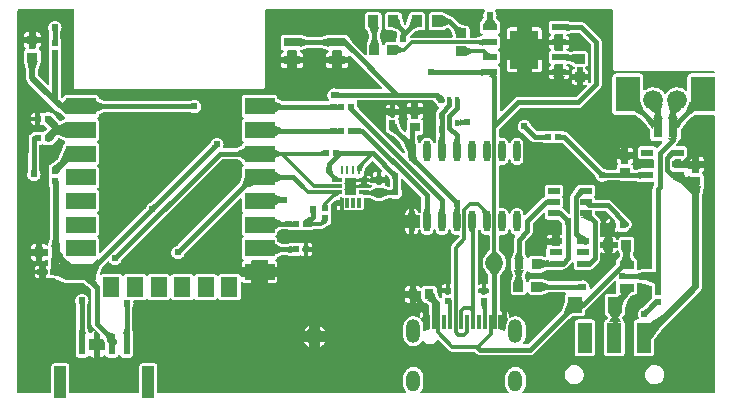
<source format=gtl>
G04 Layer: TopLayer*
G04 EasyEDA v6.5.22, 2023-01-18 22:00:42*
G04 8e8bbbff4294455ebee03c083efee197,a9f00e695b414744abbaf3eb758947ea,10*
G04 Gerber Generator version 0.2*
G04 Scale: 100 percent, Rotated: No, Reflected: No *
G04 Dimensions in millimeters *
G04 leading zeros omitted , absolute positions ,4 integer and 5 decimal *
%FSLAX45Y45*%
%MOMM*%

%AMMACRO1*21,1,$1,$2,0,0,$3*%
%ADD10C,0.4000*%
%ADD11C,0.3000*%
%ADD12C,0.5000*%
%ADD13C,0.6000*%
%ADD14C,0.2540*%
%ADD15MACRO1,0.54X0.5656X0.0000*%
%ADD16R,0.5400X0.5657*%
%ADD17R,2.5000X1.4000*%
%ADD18R,1.4000X1.7000*%
%ADD19R,1.4000X0.8000*%
%ADD20R,1.2000X0.6000*%
%ADD21R,2.4000X3.3000*%
%ADD22MACRO1,0.54X0.5656X90.0000*%
%ADD23R,1.2000X2.6000*%
%ADD24MACRO1,1.0008X2.7X0.0000*%
%ADD25R,0.6000X1.7000*%
%ADD26R,0.8999X1.0000*%
%ADD27MACRO1,0.54X0.7901X0.0000*%
%ADD28R,0.5400X0.7901*%
%ADD29MACRO1,0.54X0.7901X90.0000*%
%ADD30R,0.8000X0.9000*%
%ADD31MACRO1,0.54X0.5656X-90.0000*%
%ADD32R,1.0720X0.5320*%
%ADD33R,1.2000X1.4000*%
%ADD34R,1.2500X0.7000*%
%ADD35MACRO1,0.864X0.8065X90.0000*%
%ADD36C,1.5000*%
%ADD37R,0.9000X0.8000*%
%ADD38MACRO1,0.785X0.28X90.0000*%
%ADD39MACRO1,0.28X0.785X90.0000*%
%ADD40R,0.2800X0.7850*%
%ADD41R,0.8000X1.6000*%
%ADD42R,2.1000X3.0000*%
%ADD43R,0.4200X0.6000*%
%ADD44R,1.0000X0.5500*%
%ADD45MACRO1,0.864X0.8065X0.0000*%
%ADD46R,0.8640X0.8065*%
%ADD47R,1.0000X0.6000*%
%ADD48O,0.5999988X1.7999964*%
%ADD49R,0.3000X1.3000*%
%ADD50C,1.6764*%
%ADD51O,1.1999976X1.7999964*%
%ADD52O,1.1999976X1.9999959999999999*%
%ADD53C,0.6100*%
%ADD54C,0.6096*%
%ADD55C,0.0140*%

%LPD*%
G36*
X5327040Y7645501D02*
G01*
X5323027Y7646212D01*
X5319674Y7648448D01*
X4969357Y7998866D01*
X4938420Y8037322D01*
X4936744Y8040319D01*
X4936185Y8043672D01*
X4936185Y8065516D01*
X4935474Y8071866D01*
X4933543Y8077301D01*
X4932324Y8079231D01*
X4930902Y8083245D01*
X4931206Y8087563D01*
X4933289Y8091322D01*
X4936744Y8093862D01*
X4940960Y8094776D01*
X5575858Y8094776D01*
X5579262Y8094218D01*
X5582310Y8092490D01*
X5584596Y8089849D01*
X5606491Y8053120D01*
X5609793Y8048701D01*
X5614162Y8044840D01*
X5622899Y8040065D01*
X5625388Y8036763D01*
X5626404Y8032750D01*
X5625744Y8028686D01*
X5623458Y8025231D01*
X5616244Y8017916D01*
X5611012Y8010956D01*
X5607253Y8003387D01*
X5604916Y7995208D01*
X5604103Y7986928D01*
X5603087Y7936585D01*
X5603087Y7876082D01*
X5604103Y7815580D01*
X5604002Y7783779D01*
X5597804Y7739989D01*
X5596534Y7736230D01*
X5593892Y7733284D01*
X5590336Y7731556D01*
X5586374Y7731302D01*
X5582666Y7732623D01*
X5579668Y7735214D01*
X5577941Y7738770D01*
X5576976Y7742275D01*
X5572861Y7751114D01*
X5567273Y7759090D01*
X5560415Y7765999D01*
X5552440Y7771587D01*
X5543600Y7775702D01*
X5534202Y7778191D01*
X5524500Y7779054D01*
X5514797Y7778191D01*
X5505399Y7775702D01*
X5496560Y7771587D01*
X5488584Y7765999D01*
X5481726Y7759090D01*
X5476138Y7751114D01*
X5472023Y7742275D01*
X5470906Y7738262D01*
X5469178Y7734757D01*
X5466283Y7732166D01*
X5462574Y7730845D01*
X5458663Y7731048D01*
X5455107Y7732674D01*
X5452465Y7735570D01*
X5451094Y7739227D01*
X5443524Y7784490D01*
X5443423Y7791450D01*
X5444185Y7795310D01*
X5446369Y7798612D01*
X5449671Y7800848D01*
X5453583Y7801609D01*
X5467350Y7801609D01*
X5473649Y7802321D01*
X5479135Y7804200D01*
X5484012Y7807299D01*
X5488127Y7811414D01*
X5491175Y7816291D01*
X5493105Y7821777D01*
X5493816Y7828076D01*
X5493816Y7906918D01*
X5493105Y7913268D01*
X5491175Y7918703D01*
X5488127Y7923631D01*
X5484012Y7927695D01*
X5482132Y7928914D01*
X5479186Y7931708D01*
X5477560Y7935468D01*
X5477560Y7939531D01*
X5479186Y7943291D01*
X5482132Y7946085D01*
X5484012Y7947304D01*
X5488127Y7951368D01*
X5491175Y7956296D01*
X5493105Y7961731D01*
X5493816Y7968081D01*
X5493816Y7981137D01*
X5451754Y7981137D01*
X5451754Y7943596D01*
X5450992Y7939684D01*
X5448757Y7936382D01*
X5445455Y7934198D01*
X5441594Y7933436D01*
X5404205Y7933436D01*
X5400344Y7934198D01*
X5397042Y7936382D01*
X5394807Y7939684D01*
X5394045Y7943596D01*
X5394045Y7981137D01*
X5351983Y7981137D01*
X5351983Y7968081D01*
X5352694Y7961731D01*
X5354624Y7956296D01*
X5357672Y7951368D01*
X5361787Y7947304D01*
X5363667Y7946085D01*
X5366613Y7943291D01*
X5368239Y7939531D01*
X5368239Y7935468D01*
X5366613Y7931708D01*
X5363667Y7928914D01*
X5361787Y7927695D01*
X5357672Y7923631D01*
X5354624Y7918703D01*
X5352694Y7913268D01*
X5351983Y7906918D01*
X5351983Y7847126D01*
X5351627Y7843926D01*
X5351576Y7837678D01*
X5350814Y7833817D01*
X5348579Y7830515D01*
X5345277Y7828330D01*
X5341416Y7827619D01*
X5337556Y7828381D01*
X5334254Y7830566D01*
X5308142Y7856677D01*
X5305856Y7860080D01*
X5286044Y7909559D01*
X5285333Y7913319D01*
X5285333Y7921904D01*
X5284571Y7928254D01*
X5282539Y7934147D01*
X5281980Y7937500D01*
X5282539Y7940852D01*
X5284571Y7946745D01*
X5285333Y7953095D01*
X5285333Y7965897D01*
X5252262Y7965897D01*
X5252262Y7958581D01*
X5251500Y7954670D01*
X5249265Y7951368D01*
X5245963Y7949184D01*
X5242102Y7948422D01*
X5222697Y7948422D01*
X5218836Y7949184D01*
X5215534Y7951368D01*
X5213299Y7954670D01*
X5212537Y7958581D01*
X5212537Y7965897D01*
X5179517Y7965897D01*
X5179517Y7953095D01*
X5180228Y7946745D01*
X5182260Y7940852D01*
X5182819Y7937500D01*
X5182260Y7934147D01*
X5180228Y7928254D01*
X5179517Y7921904D01*
X5179517Y7843875D01*
X5179822Y7839709D01*
X5181396Y7833969D01*
X5184089Y7828838D01*
X5187899Y7824470D01*
X5193030Y7820710D01*
X5241391Y7793075D01*
X5243525Y7791450D01*
X5298795Y7736179D01*
X5300776Y7733385D01*
X5336032Y7660030D01*
X5336997Y7656118D01*
X5336387Y7652105D01*
X5334254Y7648702D01*
X5330952Y7646365D01*
G37*

%LPC*%
G36*
X5179517Y8018119D02*
G01*
X5212537Y8018119D01*
X5212537Y8057438D01*
X5205984Y8057438D01*
X5199634Y8056727D01*
X5194198Y8054797D01*
X5189270Y8051698D01*
X5185206Y8047634D01*
X5182108Y8042706D01*
X5180228Y8037271D01*
X5179517Y8030921D01*
G37*
G36*
X5252262Y8018119D02*
G01*
X5285333Y8018119D01*
X5285333Y8030921D01*
X5284571Y8037271D01*
X5282692Y8042706D01*
X5279593Y8047634D01*
X5275529Y8051698D01*
X5270601Y8054797D01*
X5265166Y8056727D01*
X5258816Y8057438D01*
X5252262Y8057438D01*
G37*
G36*
X5351983Y8033816D02*
G01*
X5394045Y8033816D01*
X5394045Y8073390D01*
X5378450Y8073390D01*
X5372150Y8072678D01*
X5366664Y8070799D01*
X5361787Y8067700D01*
X5357672Y8063585D01*
X5354624Y8058708D01*
X5352694Y8053222D01*
X5351983Y8046923D01*
G37*
G36*
X5451754Y8033816D02*
G01*
X5493816Y8033816D01*
X5493816Y8046923D01*
X5493105Y8053222D01*
X5491175Y8058708D01*
X5488127Y8063585D01*
X5484012Y8067700D01*
X5479135Y8070799D01*
X5473649Y8072678D01*
X5467350Y8073390D01*
X5451754Y8073390D01*
G37*

%LPD*%
G36*
X4876800Y7289952D02*
G01*
X4871567Y7291171D01*
X4865217Y7291882D01*
X4837887Y7291882D01*
X4833975Y7292695D01*
X4830673Y7294880D01*
X4828489Y7298181D01*
X4827727Y7302042D01*
X4827727Y7329424D01*
X4827016Y7335774D01*
X4825746Y7341006D01*
X4827016Y7346238D01*
X4827727Y7352588D01*
X4827727Y7379411D01*
X4827016Y7385761D01*
X4825746Y7390993D01*
X4827016Y7396225D01*
X4827727Y7402575D01*
X4827727Y7429906D01*
X4828489Y7433818D01*
X4830673Y7437120D01*
X4833975Y7439304D01*
X4837887Y7440066D01*
X4865217Y7440066D01*
X4871567Y7440828D01*
X4876800Y7442047D01*
X4882032Y7440828D01*
X4888382Y7440066D01*
X4915712Y7440066D01*
X4919624Y7439304D01*
X4922926Y7437120D01*
X4925110Y7433818D01*
X4925872Y7429347D01*
X4965090Y7429347D01*
X4965090Y7431328D01*
X4965903Y7435392D01*
X4968341Y7438796D01*
X4971897Y7440930D01*
X4977028Y7442708D01*
X4981905Y7445806D01*
X4986020Y7449870D01*
X4989068Y7454798D01*
X4990998Y7460234D01*
X4991709Y7466634D01*
X4991709Y7482941D01*
X4992471Y7486751D01*
X5009388Y7528509D01*
X5011623Y7531862D01*
X5056581Y7576820D01*
X5059883Y7579055D01*
X5063744Y7579817D01*
X5067655Y7579055D01*
X5070957Y7576820D01*
X5144516Y7503261D01*
X5146700Y7500061D01*
X5147462Y7496302D01*
X5146852Y7492492D01*
X5144820Y7489190D01*
X5141671Y7486903D01*
X5137962Y7485938D01*
X5137962Y7446619D01*
X5171033Y7446619D01*
X5171033Y7452258D01*
X5171795Y7456119D01*
X5173980Y7459421D01*
X5177282Y7461605D01*
X5181193Y7462418D01*
X5185054Y7461605D01*
X5188356Y7459421D01*
X5195163Y7452461D01*
X5201920Y7443673D01*
X5203647Y7440117D01*
X5204866Y7435646D01*
X5209540Y7425690D01*
X5210403Y7422743D01*
X5211876Y7411008D01*
X5211876Y7373366D01*
X5211216Y7369759D01*
X5209286Y7366609D01*
X5206390Y7364323D01*
X5202834Y7363307D01*
X5199126Y7363561D01*
X5178348Y7369048D01*
X5175097Y7370572D01*
X5172557Y7373112D01*
X5171084Y7376414D01*
X5171033Y7394397D01*
X5137962Y7394397D01*
X5137962Y7387081D01*
X5137200Y7383170D01*
X5134965Y7379868D01*
X5131663Y7377684D01*
X5127802Y7376922D01*
X5108397Y7376922D01*
X5104536Y7377684D01*
X5101234Y7379868D01*
X5098999Y7383170D01*
X5098237Y7387081D01*
X5098237Y7394397D01*
X5055057Y7394397D01*
X5051602Y7395006D01*
X5048554Y7396734D01*
X5046268Y7399375D01*
X5045049Y7402626D01*
X5017008Y7402626D01*
X5017008Y7379360D01*
X5050840Y7379360D01*
X5055209Y7378344D01*
X5058765Y7375550D01*
X5060746Y7371537D01*
X5060797Y7367016D01*
X5058867Y7362952D01*
X5055412Y7360107D01*
X5045506Y7355179D01*
X5041595Y7354112D01*
X5037582Y7354671D01*
X5036058Y7355179D01*
X5029708Y7355890D01*
X5001006Y7355890D01*
X4991049Y7356856D01*
X4981092Y7355890D01*
X4952390Y7355890D01*
X4946040Y7355179D01*
X4940401Y7353198D01*
X4937048Y7352639D01*
X4925872Y7352588D01*
X4926584Y7346238D01*
X4927854Y7341006D01*
X4926584Y7335774D01*
X4925872Y7329424D01*
X4925872Y7302042D01*
X4925110Y7298181D01*
X4922926Y7294880D01*
X4919624Y7292695D01*
X4915712Y7291882D01*
X4888382Y7291882D01*
X4882032Y7291171D01*
G37*

%LPC*%
G36*
X4925872Y7379360D02*
G01*
X4965090Y7379360D01*
X4965090Y7402626D01*
X4925872Y7402626D01*
X4926584Y7396225D01*
X4927854Y7390993D01*
X4926584Y7385761D01*
G37*
G36*
X5017008Y7429347D02*
G01*
X5044897Y7429347D01*
X5044897Y7436459D01*
X5045659Y7440320D01*
X5047843Y7443622D01*
X5051145Y7445857D01*
X5052974Y7446213D01*
X5051145Y7446568D01*
X5047843Y7448753D01*
X5046421Y7450226D01*
X5041493Y7453274D01*
X5036058Y7455204D01*
X5029708Y7455916D01*
X5017008Y7455916D01*
G37*
G36*
X5058968Y7446619D02*
G01*
X5098237Y7446619D01*
X5098237Y7485938D01*
X5091684Y7485938D01*
X5085334Y7485227D01*
X5079898Y7483297D01*
X5074970Y7480198D01*
X5070906Y7476134D01*
X5067808Y7471206D01*
X5065928Y7465771D01*
X5065217Y7459421D01*
X5065217Y7455966D01*
X5064404Y7452055D01*
X5062220Y7448753D01*
G37*

%LPD*%
G36*
X6375146Y6761683D02*
G01*
X6371539Y6762851D01*
X6368592Y6765239D01*
X6366713Y6768541D01*
X6351828Y6813245D01*
X6351320Y6816445D01*
X6351320Y6891781D01*
X6352082Y6895642D01*
X6354267Y6898944D01*
X6409080Y6953808D01*
X6414414Y6960870D01*
X6418173Y6968439D01*
X6420459Y6976567D01*
X6421323Y6985457D01*
X6421323Y7050684D01*
X6422085Y7054545D01*
X6424269Y7057847D01*
X6507429Y7141006D01*
X6510731Y7143242D01*
X6514642Y7144003D01*
X6518503Y7143242D01*
X6521805Y7141006D01*
X6524040Y7137755D01*
X6524802Y7133844D01*
X6524802Y7110475D01*
X6525514Y7104125D01*
X6527393Y7098690D01*
X6530492Y7093762D01*
X6534607Y7089698D01*
X6539484Y7086600D01*
X6544970Y7084720D01*
X6551269Y7084009D01*
X6639052Y7084009D01*
X6642963Y7083196D01*
X6646265Y7081012D01*
X6655663Y7071461D01*
X6662420Y7062673D01*
X6664147Y7059117D01*
X6665366Y7054646D01*
X6670040Y7044690D01*
X6670903Y7041743D01*
X6672376Y7030008D01*
X6672376Y6964883D01*
X6671614Y6960971D01*
X6669430Y6957669D01*
X6666128Y6955485D01*
X6662216Y6954723D01*
X6649262Y6954723D01*
X6649262Y6921855D01*
X6662216Y6921855D01*
X6666128Y6921093D01*
X6669430Y6918858D01*
X6671614Y6915556D01*
X6672376Y6911695D01*
X6672376Y6892696D01*
X6671614Y6888835D01*
X6669430Y6885533D01*
X6666128Y6883349D01*
X6662216Y6882536D01*
X6649262Y6882536D01*
X6649262Y6869887D01*
X6648500Y6865975D01*
X6646265Y6862673D01*
X6642963Y6860489D01*
X6639102Y6859727D01*
X6593128Y6859727D01*
X6589217Y6860489D01*
X6585915Y6862673D01*
X6583730Y6865975D01*
X6582968Y6869887D01*
X6582968Y6882536D01*
X6536588Y6882536D01*
X6536588Y6876186D01*
X6537299Y6869836D01*
X6539230Y6864400D01*
X6541922Y6860082D01*
X6543294Y6856577D01*
X6543294Y6852818D01*
X6541922Y6849313D01*
X6539230Y6844995D01*
X6537299Y6839559D01*
X6536588Y6833209D01*
X6536588Y6781190D01*
X6537096Y6776720D01*
X6536740Y6772706D01*
X6534912Y6769201D01*
X6531813Y6766610D01*
X6528003Y6765442D01*
X6524040Y6765848D01*
X6491528Y6775754D01*
X6484823Y6776516D01*
X6405981Y6776516D01*
X6399631Y6775805D01*
X6394196Y6773875D01*
X6389268Y6770827D01*
X6382359Y6763562D01*
X6378956Y6761937D01*
G37*

%LPC*%
G36*
X6536588Y6921855D02*
G01*
X6582968Y6921855D01*
X6582968Y6954723D01*
X6563055Y6954723D01*
X6556756Y6954012D01*
X6551269Y6952081D01*
X6546392Y6948982D01*
X6542278Y6944918D01*
X6539230Y6939991D01*
X6537299Y6934555D01*
X6536588Y6928205D01*
G37*

%LPD*%
G36*
X6910933Y6497777D02*
G01*
X6906920Y6498691D01*
X6903618Y6501180D01*
X6901586Y6504736D01*
X6901078Y6508800D01*
X6901637Y6515100D01*
X6900773Y6524904D01*
X6898233Y6534353D01*
X6894118Y6543294D01*
X6888480Y6551320D01*
X6881520Y6558280D01*
X6873494Y6563918D01*
X6864553Y6568033D01*
X6855104Y6570573D01*
X6845300Y6571437D01*
X6835495Y6570573D01*
X6826046Y6568033D01*
X6816090Y6563359D01*
X6813143Y6562496D01*
X6801408Y6561023D01*
X6557772Y6561023D01*
X6554114Y6561683D01*
X6500723Y6582308D01*
X6497015Y6583476D01*
X6490462Y6584188D01*
X6410960Y6584188D01*
X6404660Y6583476D01*
X6399174Y6581597D01*
X6394297Y6578498D01*
X6390182Y6574434D01*
X6387134Y6569506D01*
X6385001Y6563512D01*
X6382816Y6559854D01*
X6379311Y6557467D01*
X6375095Y6556705D01*
X6370980Y6557721D01*
X6367627Y6560312D01*
X6365646Y6564071D01*
X6352336Y6603796D01*
X6351778Y6607454D01*
X6352590Y6611010D01*
X6366560Y6644081D01*
X6369100Y6647688D01*
X6372910Y6649872D01*
X6377330Y6650228D01*
X6381445Y6648653D01*
X6385204Y6644487D01*
X6389268Y6640372D01*
X6394196Y6637324D01*
X6399631Y6635394D01*
X6405981Y6634683D01*
X6484823Y6634683D01*
X6491122Y6635394D01*
X6496608Y6637324D01*
X6504787Y6642912D01*
X6539738Y6660388D01*
X6542481Y6661302D01*
X6545376Y6661403D01*
X6559397Y6659880D01*
X6562801Y6659676D01*
X6669125Y6659676D01*
X6675475Y6660388D01*
X6680911Y6662318D01*
X6685889Y6665468D01*
X6688277Y6667703D01*
X6700012Y6674358D01*
X6706920Y6680098D01*
X6749034Y6722211D01*
X6752336Y6724446D01*
X6756247Y6725208D01*
X6760108Y6724446D01*
X6763410Y6722211D01*
X6765594Y6718909D01*
X6766407Y6715048D01*
X6766407Y6686194D01*
X6767118Y6679844D01*
X6768998Y6674408D01*
X6772097Y6669481D01*
X6776161Y6665417D01*
X6781088Y6662318D01*
X6786524Y6660388D01*
X6792874Y6659676D01*
X6898944Y6659676D01*
X6905244Y6660388D01*
X6910730Y6662318D01*
X6921144Y6668058D01*
X6928053Y6673646D01*
X6980681Y6725361D01*
X6985812Y6732066D01*
X6989622Y6739636D01*
X6991959Y6747764D01*
X6992721Y6754012D01*
X6992823Y6796989D01*
X6993737Y6801154D01*
X6996277Y6804609D01*
X7000036Y6806692D01*
X7004354Y6807047D01*
X7008368Y6805574D01*
X7010552Y6804202D01*
X7015988Y6802323D01*
X7022338Y6801612D01*
X7035546Y6801612D01*
X7035546Y6842759D01*
X7002983Y6842759D01*
X6999071Y6843522D01*
X6995769Y6845706D01*
X6993585Y6849008D01*
X6992823Y6852920D01*
X6992823Y6888480D01*
X6993585Y6892391D01*
X6995769Y6895693D01*
X6999071Y6897878D01*
X7002983Y6898640D01*
X7035546Y6898640D01*
X7035546Y6939788D01*
X7022338Y6939788D01*
X7015988Y6939076D01*
X7010552Y6937197D01*
X7008368Y6935825D01*
X7004354Y6934352D01*
X7000036Y6934708D01*
X6996277Y6936790D01*
X6993737Y6940245D01*
X6992823Y6944410D01*
X6992823Y7052309D01*
X6993229Y7055205D01*
X6995363Y7062317D01*
X6995668Y7068007D01*
X6994702Y7073747D01*
X6992467Y7079081D01*
X6988759Y7084263D01*
X6949186Y7128306D01*
X6947255Y7131456D01*
X6946595Y7135114D01*
X6946595Y7150912D01*
X6947357Y7154824D01*
X6949541Y7158126D01*
X6952843Y7160310D01*
X6956755Y7161072D01*
X7032752Y7161072D01*
X7036612Y7160310D01*
X7039914Y7158126D01*
X7111644Y7086396D01*
X7113828Y7083094D01*
X7114590Y7079234D01*
X7114590Y7055662D01*
X7116318Y7055662D01*
X7120229Y7054900D01*
X7123531Y7052665D01*
X7125716Y7049363D01*
X7126478Y7045502D01*
X7126478Y7026097D01*
X7125716Y7022236D01*
X7123531Y7018934D01*
X7120229Y7016699D01*
X7116318Y7015937D01*
X7114590Y7015937D01*
X7114590Y6982866D01*
X7121855Y6982866D01*
X7128154Y6983628D01*
X7134047Y6985660D01*
X7137400Y6986219D01*
X7140752Y6985660D01*
X7146645Y6983628D01*
X7152944Y6982866D01*
X7208418Y6982866D01*
X7214717Y6983628D01*
X7220153Y6985508D01*
X7225080Y6988606D01*
X7229144Y6992670D01*
X7232243Y6997547D01*
X7234529Y7004456D01*
X7236053Y7007301D01*
X7238441Y7009587D01*
X7243775Y7013194D01*
X7249769Y7019188D01*
X7254544Y7026198D01*
X7257948Y7033920D01*
X7259878Y7042150D01*
X7260285Y7050633D01*
X7259116Y7059015D01*
X7256424Y7067042D01*
X7252309Y7074408D01*
X7246569Y7081316D01*
X7087158Y7240676D01*
X7080097Y7246010D01*
X7072528Y7249769D01*
X7064400Y7252055D01*
X7055510Y7252919D01*
X6956399Y7252919D01*
X6952742Y7253579D01*
X6949592Y7255509D01*
X6947357Y7258405D01*
X6946290Y7261910D01*
X6945884Y7265670D01*
X6943953Y7271105D01*
X6941820Y7274509D01*
X6940448Y7278014D01*
X6940448Y7281773D01*
X6941820Y7285278D01*
X6943953Y7288682D01*
X6945884Y7294118D01*
X6946595Y7300468D01*
X6946595Y7354316D01*
X6945884Y7360666D01*
X6943953Y7366101D01*
X6940854Y7371029D01*
X6936790Y7375093D01*
X6931863Y7378192D01*
X6926427Y7380071D01*
X6920128Y7380782D01*
X6821068Y7380782D01*
X6816750Y7380478D01*
X6814058Y7379919D01*
X6808419Y7377633D01*
X6803644Y7374331D01*
X6799376Y7369657D01*
X6764070Y7320940D01*
X6751218Y7308088D01*
X6746189Y7301433D01*
X6742379Y7293864D01*
X6740042Y7285736D01*
X6739280Y7279487D01*
X6739178Y7142937D01*
X6738213Y7138568D01*
X6735419Y7135063D01*
X6731406Y7133081D01*
X6726936Y7133031D01*
X6722872Y7134910D01*
X6719722Y7137400D01*
X6685991Y7171080D01*
X6678879Y7176465D01*
X6676796Y7177531D01*
X6673545Y7180224D01*
X6671665Y7183932D01*
X6671462Y7188047D01*
X6672884Y7191959D01*
X6674002Y7193686D01*
X6675881Y7199122D01*
X6676593Y7205472D01*
X6676593Y7259320D01*
X6675881Y7265670D01*
X6674002Y7271105D01*
X6671868Y7274509D01*
X6670497Y7278014D01*
X6670497Y7281773D01*
X6671868Y7285278D01*
X6674002Y7288682D01*
X6675881Y7294118D01*
X6676593Y7300468D01*
X6676593Y7354316D01*
X6675881Y7360666D01*
X6674002Y7366101D01*
X6670903Y7371029D01*
X6666788Y7375093D01*
X6661912Y7378192D01*
X6656425Y7380071D01*
X6650126Y7380782D01*
X6551269Y7380782D01*
X6544970Y7380071D01*
X6539484Y7378192D01*
X6534607Y7375093D01*
X6530492Y7371029D01*
X6527393Y7366101D01*
X6525514Y7360666D01*
X6524802Y7354316D01*
X6524802Y7300468D01*
X6525514Y7294118D01*
X6527241Y7289190D01*
X6527800Y7285228D01*
X6526784Y7281367D01*
X6524345Y7278166D01*
X6520891Y7276185D01*
X6515354Y7274356D01*
X6507988Y7270242D01*
X6501079Y7264501D01*
X6359652Y7123074D01*
X6356451Y7120890D01*
X6352743Y7120077D01*
X6348984Y7120686D01*
X6345682Y7122668D01*
X6343345Y7125665D01*
X6342329Y7129373D01*
X6341516Y7138517D01*
X6338976Y7147915D01*
X6334861Y7156754D01*
X6329273Y7164730D01*
X6322415Y7171639D01*
X6314440Y7177227D01*
X6305600Y7181342D01*
X6296202Y7183831D01*
X6286500Y7184694D01*
X6276797Y7183831D01*
X6267399Y7181342D01*
X6258560Y7177227D01*
X6250584Y7171639D01*
X6243726Y7164730D01*
X6238138Y7156754D01*
X6234023Y7147915D01*
X6232804Y7143496D01*
X6230772Y7139584D01*
X6227318Y7136942D01*
X6223000Y7135977D01*
X6218682Y7136942D01*
X6215227Y7139584D01*
X6213195Y7143496D01*
X6211976Y7147915D01*
X6207861Y7156754D01*
X6202273Y7164730D01*
X6195415Y7171639D01*
X6187440Y7177227D01*
X6178600Y7181342D01*
X6169202Y7183831D01*
X6159500Y7184694D01*
X6145987Y7183526D01*
X6142431Y7184593D01*
X6139535Y7186828D01*
X6137605Y7189978D01*
X6136894Y7193635D01*
X6136894Y7538364D01*
X6137605Y7542022D01*
X6139535Y7545171D01*
X6142431Y7547406D01*
X6145987Y7548473D01*
X6159500Y7547305D01*
X6169202Y7548168D01*
X6178600Y7550658D01*
X6187440Y7554772D01*
X6195415Y7560360D01*
X6202273Y7567269D01*
X6207861Y7575245D01*
X6211976Y7584084D01*
X6213195Y7588503D01*
X6215227Y7592415D01*
X6218682Y7595057D01*
X6223000Y7596022D01*
X6227318Y7595057D01*
X6230772Y7592415D01*
X6232804Y7588503D01*
X6234023Y7584084D01*
X6238138Y7575245D01*
X6243726Y7567269D01*
X6250584Y7560360D01*
X6258560Y7554772D01*
X6267399Y7550658D01*
X6276797Y7548168D01*
X6286500Y7547305D01*
X6296202Y7548168D01*
X6305600Y7550658D01*
X6314440Y7554772D01*
X6322415Y7560360D01*
X6329273Y7567269D01*
X6334861Y7575245D01*
X6338976Y7584084D01*
X6341516Y7593482D01*
X6342430Y7603642D01*
X6342430Y7722717D01*
X6341516Y7732877D01*
X6338976Y7742275D01*
X6334861Y7751114D01*
X6329273Y7759090D01*
X6322415Y7765999D01*
X6314440Y7771587D01*
X6305600Y7775702D01*
X6296202Y7778191D01*
X6286500Y7779054D01*
X6276797Y7778191D01*
X6267399Y7775702D01*
X6258560Y7771587D01*
X6250584Y7765999D01*
X6243726Y7759090D01*
X6238138Y7751114D01*
X6234023Y7742275D01*
X6232804Y7737856D01*
X6230772Y7733944D01*
X6227318Y7731302D01*
X6223000Y7730337D01*
X6218682Y7731302D01*
X6215227Y7733944D01*
X6213195Y7737856D01*
X6211976Y7742275D01*
X6207861Y7751114D01*
X6202273Y7759090D01*
X6195415Y7765999D01*
X6187440Y7771587D01*
X6178600Y7775702D01*
X6169202Y7778191D01*
X6159500Y7779054D01*
X6145987Y7777886D01*
X6142431Y7778953D01*
X6139535Y7781188D01*
X6137605Y7784338D01*
X6136894Y7787995D01*
X6136894Y7845755D01*
X6137706Y7849666D01*
X6139891Y7852968D01*
X6315252Y8028330D01*
X6318554Y8030514D01*
X6322415Y8031276D01*
X6808978Y8031327D01*
X6817715Y8032546D01*
X6825742Y8035239D01*
X6833108Y8039353D01*
X6840016Y8045094D01*
X6993280Y8198408D01*
X6998614Y8205470D01*
X7002373Y8213039D01*
X7004659Y8221167D01*
X7005523Y8230057D01*
X7005472Y8586978D01*
X7004253Y8595715D01*
X7001560Y8603742D01*
X6997446Y8611108D01*
X6991705Y8618016D01*
X6863791Y8745880D01*
X6856730Y8751214D01*
X6849160Y8754973D01*
X6841032Y8757259D01*
X6832142Y8758123D01*
X6762140Y8758224D01*
X6705498Y8767673D01*
X6700418Y8768130D01*
X6581394Y8768130D01*
X6575094Y8767419D01*
X6569608Y8765489D01*
X6564731Y8762390D01*
X6560616Y8758326D01*
X6557568Y8753398D01*
X6555638Y8747963D01*
X6554927Y8741613D01*
X6554927Y8682786D01*
X6555638Y8676436D01*
X6557568Y8671001D01*
X6560616Y8666073D01*
X6564731Y8662009D01*
X6569608Y8658910D01*
X6571386Y8658301D01*
X6574942Y8656167D01*
X6577380Y8652764D01*
X6578193Y8648700D01*
X6577380Y8644636D01*
X6574942Y8641232D01*
X6571386Y8639098D01*
X6569608Y8638489D01*
X6564731Y8635390D01*
X6560616Y8631326D01*
X6557568Y8626398D01*
X6555638Y8620963D01*
X6554927Y8614613D01*
X6554927Y8606536D01*
X6604457Y8606536D01*
X6604457Y8646109D01*
X6605270Y8650020D01*
X6607454Y8653322D01*
X6610756Y8655507D01*
X6614617Y8656269D01*
X6667042Y8656269D01*
X6670903Y8655507D01*
X6674205Y8653322D01*
X6676390Y8650020D01*
X6677202Y8646109D01*
X6677202Y8606536D01*
X6726732Y8606536D01*
X6726732Y8614613D01*
X6726021Y8620963D01*
X6724091Y8626398D01*
X6721043Y8631326D01*
X6716928Y8635390D01*
X6708292Y8640826D01*
X6705904Y8644534D01*
X6705295Y8648954D01*
X6706616Y8653170D01*
X6709664Y8656421D01*
X6713728Y8658098D01*
X6762140Y8666175D01*
X6809384Y8666276D01*
X6813245Y8665514D01*
X6816547Y8663330D01*
X6910730Y8569147D01*
X6912914Y8565845D01*
X6913676Y8561984D01*
X6913676Y8252815D01*
X6912914Y8248954D01*
X6910730Y8245652D01*
X6905701Y8240623D01*
X6902196Y8238337D01*
X6898131Y8237626D01*
X6894118Y8238642D01*
X6890816Y8241182D01*
X6888784Y8244789D01*
X6888429Y8248954D01*
X6888988Y8254238D01*
X6888988Y8267446D01*
X6847840Y8267446D01*
X6847840Y8227720D01*
X6862521Y8227720D01*
X6867804Y8228330D01*
X6871970Y8227974D01*
X6875576Y8225942D01*
X6878116Y8222640D01*
X6879081Y8218627D01*
X6878421Y8214512D01*
X6876135Y8211058D01*
X6791147Y8126069D01*
X6787845Y8123885D01*
X6783984Y8123123D01*
X6297422Y8123072D01*
X6288684Y8121853D01*
X6280658Y8119160D01*
X6273292Y8115046D01*
X6266383Y8109305D01*
X6159246Y8002168D01*
X6155944Y7999984D01*
X6152083Y7999222D01*
X6148171Y7999984D01*
X6144869Y8002168D01*
X6142685Y8005470D01*
X6141923Y8009381D01*
X6141923Y8286699D01*
X6142482Y8290052D01*
X6144361Y8295436D01*
X6145072Y8301786D01*
X6145072Y8360613D01*
X6144361Y8366963D01*
X6142431Y8372398D01*
X6139383Y8377326D01*
X6135268Y8381390D01*
X6130391Y8384489D01*
X6128613Y8385098D01*
X6125057Y8387232D01*
X6122619Y8390636D01*
X6121806Y8394700D01*
X6122619Y8398764D01*
X6125057Y8402167D01*
X6128613Y8404301D01*
X6130391Y8404910D01*
X6135268Y8408009D01*
X6139383Y8412073D01*
X6142431Y8417001D01*
X6144361Y8422436D01*
X6145072Y8428786D01*
X6145072Y8487613D01*
X6144361Y8493963D01*
X6142431Y8499398D01*
X6139383Y8504326D01*
X6135268Y8508390D01*
X6130391Y8511489D01*
X6128613Y8512098D01*
X6125057Y8514232D01*
X6122619Y8517636D01*
X6121806Y8521700D01*
X6122619Y8525764D01*
X6125057Y8529167D01*
X6128613Y8531301D01*
X6130391Y8531910D01*
X6135268Y8535009D01*
X6139383Y8539073D01*
X6142431Y8544001D01*
X6144361Y8549436D01*
X6145072Y8555786D01*
X6145072Y8614613D01*
X6144361Y8620963D01*
X6142431Y8626398D01*
X6139383Y8631326D01*
X6135268Y8635390D01*
X6130391Y8638489D01*
X6128613Y8639098D01*
X6125057Y8641232D01*
X6122619Y8644636D01*
X6121806Y8648700D01*
X6122619Y8652764D01*
X6125057Y8656167D01*
X6128613Y8658301D01*
X6130391Y8658910D01*
X6135268Y8662009D01*
X6139383Y8666073D01*
X6142431Y8671001D01*
X6144361Y8676436D01*
X6145072Y8682786D01*
X6145072Y8741613D01*
X6144361Y8747963D01*
X6142431Y8753398D01*
X6139383Y8758326D01*
X6135268Y8762390D01*
X6126175Y8767724D01*
X6123838Y8770823D01*
X6112967Y8792514D01*
X6111951Y8796070D01*
X6112256Y8799728D01*
X6113373Y8803995D01*
X6114237Y8813800D01*
X6113373Y8823604D01*
X6110833Y8833053D01*
X6106718Y8841994D01*
X6102400Y8848090D01*
X6100724Y8852154D01*
X6100927Y8856573D01*
X6102959Y8860485D01*
X6106414Y8863126D01*
X6110732Y8864092D01*
X7088631Y8864092D01*
X7092543Y8863330D01*
X7095794Y8861094D01*
X7098030Y8857843D01*
X7098792Y8853932D01*
X7098792Y8369909D01*
X7099604Y8363407D01*
X7101687Y8357870D01*
X7105243Y8352739D01*
X7108240Y8349691D01*
X7111847Y8347049D01*
X7117384Y8344560D01*
X7124852Y8343392D01*
X7952231Y8343392D01*
X7956143Y8342630D01*
X7959394Y8340394D01*
X7961630Y8337143D01*
X7962392Y8332063D01*
X7961630Y8328152D01*
X7959394Y8324900D01*
X7956143Y8322665D01*
X7952231Y8321903D01*
X7756855Y8321903D01*
X7750556Y8321192D01*
X7745069Y8319262D01*
X7740192Y8316214D01*
X7736078Y8312099D01*
X7733030Y8307222D01*
X7731099Y8301736D01*
X7730388Y8295436D01*
X7730388Y8184337D01*
X7729677Y8180527D01*
X7727543Y8177225D01*
X7724343Y8175040D01*
X7720584Y8174177D01*
X7716723Y8174786D01*
X7713421Y8176818D01*
X7709611Y8180222D01*
X7698079Y8188299D01*
X7685633Y8194802D01*
X7672425Y8199628D01*
X7658709Y8202777D01*
X7644739Y8204098D01*
X7630668Y8203692D01*
X7616799Y8201406D01*
X7603337Y8197443D01*
X7590485Y8191753D01*
X7578445Y8184438D01*
X7567472Y8175701D01*
X7557668Y8165592D01*
X7549438Y8154517D01*
X7546543Y8151926D01*
X7542885Y8150555D01*
X7539024Y8150707D01*
X7535468Y8152282D01*
X7532776Y8155076D01*
X7529474Y8160105D01*
X7520381Y8170773D01*
X7509967Y8180222D01*
X7498435Y8188299D01*
X7485989Y8194802D01*
X7472781Y8199628D01*
X7459065Y8202777D01*
X7445095Y8204098D01*
X7431024Y8203692D01*
X7417155Y8201406D01*
X7403693Y8197443D01*
X7390841Y8191753D01*
X7378801Y8184438D01*
X7373721Y8180374D01*
X7370368Y8178647D01*
X7366609Y8178190D01*
X7362952Y8179155D01*
X7359903Y8181441D01*
X7357922Y8184642D01*
X7357211Y8188350D01*
X7357211Y8295436D01*
X7356500Y8301736D01*
X7354570Y8307222D01*
X7351522Y8312099D01*
X7347407Y8316214D01*
X7342530Y8319262D01*
X7337044Y8321192D01*
X7330744Y8321903D01*
X7121855Y8321903D01*
X7115556Y8321192D01*
X7110069Y8319262D01*
X7105192Y8316214D01*
X7101078Y8312099D01*
X7098030Y8307222D01*
X7096099Y8301736D01*
X7095388Y8295436D01*
X7095388Y7996580D01*
X7096099Y7990230D01*
X7098030Y7984794D01*
X7101078Y7979867D01*
X7105192Y7975803D01*
X7110069Y7972704D01*
X7115556Y7970824D01*
X7121855Y7970062D01*
X7279284Y7970062D01*
X7281773Y7969808D01*
X7284059Y7968894D01*
X7324394Y7947406D01*
X7326782Y7945628D01*
X7362088Y7910169D01*
X7413447Y7840218D01*
X7414869Y7837373D01*
X7415377Y7834223D01*
X7415377Y7776565D01*
X7416088Y7770266D01*
X7418019Y7764780D01*
X7421118Y7759903D01*
X7425181Y7755788D01*
X7430109Y7752689D01*
X7435545Y7750809D01*
X7441895Y7750098D01*
X7508240Y7750098D01*
X7512100Y7749336D01*
X7515402Y7747101D01*
X7517638Y7743799D01*
X7518400Y7739938D01*
X7517638Y7736027D01*
X7515402Y7732725D01*
X7475981Y7693304D01*
X7472984Y7691221D01*
X7469479Y7690358D01*
X7465872Y7690764D01*
X7462621Y7692390D01*
X7460183Y7695082D01*
X7458608Y7697622D01*
X7454493Y7701737D01*
X7449616Y7704785D01*
X7444130Y7706715D01*
X7437831Y7707426D01*
X7338974Y7707426D01*
X7332624Y7706715D01*
X7327188Y7704785D01*
X7322261Y7701737D01*
X7318197Y7697622D01*
X7315098Y7692745D01*
X7313218Y7687259D01*
X7312507Y7680959D01*
X7312507Y7622082D01*
X7313218Y7615732D01*
X7315098Y7610297D01*
X7318197Y7605420D01*
X7322261Y7601305D01*
X7327188Y7598206D01*
X7332624Y7596327D01*
X7338974Y7595616D01*
X7438339Y7595616D01*
X7442200Y7594803D01*
X7445502Y7592618D01*
X7447686Y7589316D01*
X7448499Y7585456D01*
X7448499Y7527594D01*
X7447686Y7523683D01*
X7445502Y7520381D01*
X7442200Y7518196D01*
X7438339Y7517434D01*
X7338822Y7517434D01*
X7333742Y7516977D01*
X7283653Y7508646D01*
X7279284Y7508849D01*
X7275423Y7510932D01*
X7272731Y7514386D01*
X7271816Y7518653D01*
X7271816Y7525918D01*
X7271105Y7532268D01*
X7269175Y7537703D01*
X7266127Y7542631D01*
X7262012Y7546695D01*
X7260132Y7547914D01*
X7257186Y7550708D01*
X7255560Y7554468D01*
X7255560Y7558531D01*
X7257186Y7562291D01*
X7260132Y7565085D01*
X7262012Y7566304D01*
X7266127Y7570368D01*
X7269175Y7575296D01*
X7271105Y7580731D01*
X7271816Y7587081D01*
X7271816Y7600137D01*
X7229754Y7600137D01*
X7229754Y7562596D01*
X7228992Y7558684D01*
X7226757Y7555382D01*
X7223455Y7553198D01*
X7219594Y7552436D01*
X7182205Y7552436D01*
X7178344Y7553198D01*
X7175042Y7555382D01*
X7172807Y7558684D01*
X7172045Y7562596D01*
X7172045Y7600137D01*
X7129983Y7600137D01*
X7129983Y7587081D01*
X7130694Y7580731D01*
X7132624Y7575296D01*
X7135672Y7570368D01*
X7139787Y7566304D01*
X7141667Y7565085D01*
X7144613Y7562291D01*
X7146239Y7558531D01*
X7146239Y7554468D01*
X7144613Y7550708D01*
X7141667Y7547914D01*
X7139787Y7546695D01*
X7135672Y7542631D01*
X7132624Y7537703D01*
X7130694Y7532268D01*
X7129983Y7525918D01*
X7129983Y7517587D01*
X7129221Y7513675D01*
X7127036Y7510373D01*
X7123734Y7508189D01*
X7119823Y7507427D01*
X7051395Y7507427D01*
X7039660Y7508900D01*
X7036714Y7509764D01*
X7026757Y7514437D01*
X7022287Y7515656D01*
X7018731Y7517384D01*
X7008926Y7525003D01*
X6715099Y7818780D01*
X6708038Y7824114D01*
X6700469Y7827873D01*
X6692341Y7830159D01*
X6683044Y7831023D01*
X6680708Y7831531D01*
X6678574Y7832547D01*
X6674053Y7835392D01*
X6668617Y7837271D01*
X6662318Y7837982D01*
X6606844Y7837982D01*
X6600545Y7837271D01*
X6594652Y7835239D01*
X6591300Y7834680D01*
X6587947Y7835239D01*
X6582054Y7837271D01*
X6575755Y7837982D01*
X6520281Y7837982D01*
X6513982Y7837271D01*
X6508546Y7835392D01*
X6504025Y7832547D01*
X6501434Y7831429D01*
X6498640Y7831023D01*
X6462115Y7831023D01*
X6458254Y7831785D01*
X6454952Y7833969D01*
X6413550Y7875371D01*
X6405930Y7885226D01*
X6404203Y7888782D01*
X6402984Y7893303D01*
X6398818Y7902194D01*
X6393180Y7910220D01*
X6386220Y7917180D01*
X6378194Y7922818D01*
X6369304Y7926984D01*
X6359804Y7929524D01*
X6350000Y7930388D01*
X6340195Y7929524D01*
X6330696Y7926984D01*
X6321806Y7922818D01*
X6313779Y7917180D01*
X6306820Y7910220D01*
X6301181Y7902194D01*
X6297015Y7893303D01*
X6294475Y7883804D01*
X6293612Y7874000D01*
X6294475Y7864195D01*
X6297015Y7854696D01*
X6301181Y7845806D01*
X6306820Y7837779D01*
X6313779Y7830820D01*
X6321806Y7825181D01*
X6330696Y7821015D01*
X6335217Y7819796D01*
X6338773Y7818069D01*
X6348628Y7810449D01*
X6407708Y7751419D01*
X6414770Y7746085D01*
X6422339Y7742326D01*
X6430467Y7740040D01*
X6439357Y7739176D01*
X6498640Y7739176D01*
X6501434Y7738770D01*
X6504025Y7737652D01*
X6508546Y7734808D01*
X6513982Y7732928D01*
X6520281Y7732166D01*
X6575755Y7732166D01*
X6582054Y7732928D01*
X6587947Y7734960D01*
X6591300Y7735519D01*
X6594652Y7734960D01*
X6600545Y7732928D01*
X6606844Y7732166D01*
X6662318Y7732166D01*
X6666077Y7732623D01*
X6669074Y7732522D01*
X6671970Y7731506D01*
X6674408Y7729728D01*
X6944004Y7460081D01*
X6951624Y7450277D01*
X6953351Y7446721D01*
X6954570Y7442250D01*
X6958685Y7433309D01*
X6964324Y7425283D01*
X6971284Y7418324D01*
X6979310Y7412685D01*
X6988251Y7408570D01*
X6997700Y7406030D01*
X7007504Y7405166D01*
X7017308Y7406030D01*
X7026757Y7408570D01*
X7036714Y7413244D01*
X7039660Y7414107D01*
X7051395Y7415580D01*
X7277100Y7415479D01*
X7333691Y7406030D01*
X7338923Y7405624D01*
X7438339Y7405624D01*
X7442200Y7404811D01*
X7445502Y7402626D01*
X7447686Y7399324D01*
X7448499Y7395464D01*
X7448499Y7382967D01*
X7447940Y7379716D01*
X7446416Y7376820D01*
X7441285Y7370064D01*
X7437526Y7362444D01*
X7435240Y7354316D01*
X7434376Y7345425D01*
X7434376Y6675069D01*
X7433614Y6671157D01*
X7431430Y6667906D01*
X7428128Y6665671D01*
X7424216Y6664909D01*
X7353300Y6664909D01*
X7345832Y6663994D01*
X7316216Y6656578D01*
X7312558Y6656374D01*
X7309053Y6657441D01*
X7306157Y6659676D01*
X7304278Y6662826D01*
X7303617Y6666433D01*
X7303617Y6733438D01*
X7302906Y6739737D01*
X7300975Y6745224D01*
X7297928Y6750100D01*
X7293813Y6754215D01*
X7288936Y6757263D01*
X7284974Y6758686D01*
X7281621Y6760616D01*
X7279233Y6763715D01*
X7269632Y6782917D01*
X7268616Y6786575D01*
X7268972Y6790334D01*
X7278217Y6821322D01*
X7278979Y6828129D01*
X7278979Y6913321D01*
X7278268Y6919671D01*
X7276338Y6925106D01*
X7273239Y6930034D01*
X7269175Y6934098D01*
X7264247Y6937197D01*
X7258812Y6939076D01*
X7252462Y6939788D01*
X7172959Y6939788D01*
X7166660Y6939076D01*
X7161174Y6937197D01*
X7156297Y6934098D01*
X7152182Y6930034D01*
X7149134Y6925106D01*
X7147001Y6919061D01*
X7144867Y6915505D01*
X7141464Y6913067D01*
X7137400Y6912254D01*
X7133336Y6913067D01*
X7129932Y6915505D01*
X7127798Y6919061D01*
X7125665Y6925106D01*
X7122617Y6930034D01*
X7118502Y6934098D01*
X7113625Y6937197D01*
X7108139Y6939076D01*
X7101840Y6939788D01*
X7088581Y6939788D01*
X7088581Y6898640D01*
X7136333Y6898640D01*
X7140244Y6897878D01*
X7143496Y6895693D01*
X7145731Y6892391D01*
X7146493Y6888480D01*
X7146493Y6852920D01*
X7145731Y6849008D01*
X7143496Y6845706D01*
X7140244Y6843522D01*
X7136333Y6842759D01*
X7088581Y6842759D01*
X7088581Y6801612D01*
X7101840Y6801612D01*
X7108139Y6802323D01*
X7113625Y6804202D01*
X7118502Y6807301D01*
X7122617Y6811365D01*
X7125665Y6816293D01*
X7127798Y6822338D01*
X7129983Y6825945D01*
X7133437Y6828332D01*
X7137603Y6829145D01*
X7141718Y6828180D01*
X7145070Y6825589D01*
X7147102Y6821931D01*
X7148271Y6818020D01*
X7159599Y6788150D01*
X7160259Y6784035D01*
X7159193Y6780022D01*
X7150963Y6763664D01*
X7148626Y6760565D01*
X7145274Y6758584D01*
X7141514Y6757263D01*
X7136587Y6754215D01*
X7132523Y6750100D01*
X7129424Y6745224D01*
X7127494Y6739737D01*
X7126782Y6733438D01*
X7126782Y6713321D01*
X7126020Y6709460D01*
X7123836Y6706158D01*
X6918401Y6500723D01*
X6914946Y6498488D01*
G37*

%LPC*%
G36*
X7066381Y6982866D02*
G01*
X7073646Y6982866D01*
X7073646Y7015937D01*
X7039914Y7015937D01*
X7039914Y7009384D01*
X7040625Y7003034D01*
X7042556Y6997598D01*
X7045655Y6992670D01*
X7049719Y6988606D01*
X7054646Y6985508D01*
X7060082Y6983628D01*
G37*
G36*
X7039914Y7055662D02*
G01*
X7073646Y7055662D01*
X7073646Y7088682D01*
X7066381Y7088682D01*
X7060082Y7087971D01*
X7054646Y7086092D01*
X7049719Y7082993D01*
X7045655Y7078929D01*
X7042556Y7074001D01*
X7040625Y7068566D01*
X7039914Y7062216D01*
G37*
G36*
X7129983Y7652816D02*
G01*
X7172045Y7652816D01*
X7172045Y7692390D01*
X7156450Y7692390D01*
X7150150Y7691678D01*
X7144664Y7689799D01*
X7139787Y7686700D01*
X7135672Y7682585D01*
X7132624Y7677708D01*
X7130694Y7672222D01*
X7129983Y7665923D01*
G37*
G36*
X7229754Y7652816D02*
G01*
X7271816Y7652816D01*
X7271816Y7665923D01*
X7271105Y7672222D01*
X7269175Y7677708D01*
X7266127Y7682585D01*
X7262012Y7686700D01*
X7257135Y7689799D01*
X7251649Y7691678D01*
X7245350Y7692390D01*
X7229754Y7692390D01*
G37*
G36*
X6777278Y8227720D02*
G01*
X6791959Y8227720D01*
X6791959Y8267446D01*
X6750812Y8267446D01*
X6750812Y8254238D01*
X6751523Y8247888D01*
X6753402Y8242452D01*
X6756501Y8237524D01*
X6760565Y8233460D01*
X6765493Y8230362D01*
X6770928Y8228431D01*
G37*
G36*
X6677202Y8275269D02*
G01*
X6700266Y8275269D01*
X6706565Y8275980D01*
X6712051Y8277910D01*
X6716928Y8281009D01*
X6721043Y8285073D01*
X6724091Y8290001D01*
X6726021Y8295436D01*
X6726732Y8301786D01*
X6726732Y8309864D01*
X6677202Y8309864D01*
G37*
G36*
X6581394Y8275269D02*
G01*
X6604457Y8275269D01*
X6604457Y8309864D01*
X6554927Y8309864D01*
X6554927Y8301786D01*
X6555638Y8295436D01*
X6557568Y8290001D01*
X6560616Y8285073D01*
X6564731Y8281009D01*
X6569608Y8277910D01*
X6575094Y8275980D01*
G37*
G36*
X6750812Y8320481D02*
G01*
X6791959Y8320481D01*
X6791959Y8368233D01*
X6792722Y8372144D01*
X6794906Y8375396D01*
X6798208Y8377631D01*
X6802120Y8378393D01*
X6837680Y8378393D01*
X6841591Y8377631D01*
X6844893Y8375396D01*
X6847078Y8372144D01*
X6847840Y8368233D01*
X6847840Y8320481D01*
X6888988Y8320481D01*
X6888988Y8333740D01*
X6888276Y8340039D01*
X6886397Y8345525D01*
X6883298Y8350402D01*
X6879234Y8354517D01*
X6874306Y8357565D01*
X6868261Y8359698D01*
X6864705Y8361832D01*
X6862267Y8365236D01*
X6861454Y8369300D01*
X6862267Y8373364D01*
X6864705Y8376767D01*
X6868261Y8378901D01*
X6874306Y8381034D01*
X6879234Y8384082D01*
X6883298Y8388197D01*
X6886397Y8393074D01*
X6888276Y8398560D01*
X6888988Y8404860D01*
X6888988Y8484362D01*
X6888276Y8490712D01*
X6886397Y8496147D01*
X6883298Y8501075D01*
X6879234Y8505139D01*
X6874306Y8508238D01*
X6868871Y8510168D01*
X6862521Y8510879D01*
X6776974Y8510828D01*
X6773519Y8510676D01*
X6745173Y8507476D01*
X6742328Y8507526D01*
X6713728Y8512302D01*
X6709664Y8513978D01*
X6706616Y8517229D01*
X6705295Y8521446D01*
X6705904Y8525865D01*
X6708292Y8529574D01*
X6716928Y8535009D01*
X6721043Y8539073D01*
X6724091Y8544001D01*
X6726021Y8549436D01*
X6726732Y8555786D01*
X6726732Y8563864D01*
X6677202Y8563864D01*
X6677202Y8524290D01*
X6676390Y8520379D01*
X6674205Y8517077D01*
X6670903Y8514892D01*
X6667042Y8514130D01*
X6614617Y8514130D01*
X6610756Y8514892D01*
X6607454Y8517077D01*
X6605270Y8520379D01*
X6604457Y8524290D01*
X6604457Y8563864D01*
X6554927Y8563864D01*
X6554927Y8555786D01*
X6555638Y8549436D01*
X6557568Y8544001D01*
X6560616Y8539073D01*
X6564731Y8535009D01*
X6569608Y8531910D01*
X6571386Y8531301D01*
X6574942Y8529167D01*
X6577380Y8525764D01*
X6578193Y8521700D01*
X6577380Y8517636D01*
X6574942Y8514232D01*
X6571386Y8512098D01*
X6569608Y8511489D01*
X6564731Y8508390D01*
X6560616Y8504326D01*
X6557568Y8499398D01*
X6555638Y8493963D01*
X6554927Y8487613D01*
X6554927Y8428786D01*
X6555638Y8422436D01*
X6557568Y8417001D01*
X6560616Y8412073D01*
X6564731Y8408009D01*
X6569608Y8404910D01*
X6571386Y8404301D01*
X6574942Y8402167D01*
X6577380Y8398764D01*
X6578193Y8394700D01*
X6577380Y8390636D01*
X6574942Y8387232D01*
X6571386Y8385098D01*
X6569608Y8384489D01*
X6564731Y8381390D01*
X6560616Y8377326D01*
X6557568Y8372398D01*
X6555638Y8366963D01*
X6554927Y8360613D01*
X6554927Y8352536D01*
X6604457Y8352536D01*
X6604457Y8392109D01*
X6605270Y8396020D01*
X6607454Y8399322D01*
X6610756Y8401507D01*
X6614617Y8402269D01*
X6667042Y8402269D01*
X6670903Y8401507D01*
X6674205Y8399322D01*
X6676390Y8396020D01*
X6677202Y8392109D01*
X6677202Y8352536D01*
X6726732Y8352536D01*
X6726732Y8360613D01*
X6726021Y8366963D01*
X6724091Y8372398D01*
X6721043Y8377326D01*
X6716928Y8381390D01*
X6708292Y8386825D01*
X6705904Y8390534D01*
X6705295Y8394954D01*
X6706616Y8399170D01*
X6709664Y8402421D01*
X6713728Y8404098D01*
X6720433Y8405215D01*
X6723583Y8405215D01*
X6726631Y8404250D01*
X6752894Y8391144D01*
X6755587Y8389162D01*
X6760616Y8384082D01*
X6765493Y8381034D01*
X6771538Y8378901D01*
X6775094Y8376767D01*
X6777532Y8373364D01*
X6778345Y8369300D01*
X6777532Y8365236D01*
X6775094Y8361832D01*
X6771538Y8359698D01*
X6765493Y8357565D01*
X6760565Y8354517D01*
X6756501Y8350402D01*
X6753402Y8345525D01*
X6751523Y8340039D01*
X6750812Y8333740D01*
G37*
G36*
X6230569Y8330793D02*
G01*
X6283655Y8330793D01*
X6283655Y8432850D01*
X6204102Y8432850D01*
X6204102Y8357260D01*
X6204813Y8350961D01*
X6206693Y8345474D01*
X6209792Y8340598D01*
X6213906Y8336483D01*
X6218783Y8333435D01*
X6224270Y8331504D01*
G37*
G36*
X6416344Y8330793D02*
G01*
X6469430Y8330793D01*
X6475730Y8331504D01*
X6481216Y8333435D01*
X6486093Y8336483D01*
X6490208Y8340598D01*
X6493306Y8345474D01*
X6495186Y8350961D01*
X6495897Y8357260D01*
X6495897Y8432850D01*
X6416344Y8432850D01*
G37*
G36*
X6416344Y8610549D02*
G01*
X6495897Y8610549D01*
X6495897Y8686139D01*
X6495186Y8692438D01*
X6493306Y8697925D01*
X6490208Y8702802D01*
X6486093Y8706916D01*
X6481216Y8709964D01*
X6475730Y8711895D01*
X6469430Y8712606D01*
X6416344Y8712606D01*
G37*
G36*
X6204102Y8610549D02*
G01*
X6283655Y8610549D01*
X6283655Y8712606D01*
X6230569Y8712606D01*
X6224270Y8711895D01*
X6218783Y8709964D01*
X6213906Y8706916D01*
X6209792Y8702802D01*
X6206693Y8697925D01*
X6204813Y8692438D01*
X6204102Y8686139D01*
G37*

%LPD*%
G36*
X5997397Y6449822D02*
G01*
X5993536Y6450584D01*
X5990234Y6452768D01*
X5987999Y6456070D01*
X5987237Y6459982D01*
X5987237Y6461709D01*
X5967984Y6461709D01*
X5964123Y6462471D01*
X5960821Y6464655D01*
X5958636Y6467957D01*
X5957824Y6471869D01*
X5957824Y6492494D01*
X5958636Y6496405D01*
X5960821Y6499707D01*
X5964123Y6501892D01*
X5967984Y6502654D01*
X5987237Y6502654D01*
X5987237Y6536385D01*
X5980684Y6536385D01*
X5974334Y6535674D01*
X5971336Y6534607D01*
X5967526Y6534048D01*
X5963818Y6534962D01*
X5960668Y6537198D01*
X5958586Y6540398D01*
X5957824Y6544208D01*
X5957824Y6968286D01*
X5958687Y6973570D01*
X5958992Y6976973D01*
X5959348Y6989927D01*
X5960262Y6993940D01*
X5962700Y6997242D01*
X5966256Y6999325D01*
X5970371Y6999833D01*
X5974283Y6998614D01*
X5977432Y6995972D01*
X5979312Y6992315D01*
X5980023Y6989724D01*
X5984138Y6980885D01*
X5989726Y6972909D01*
X5996584Y6966000D01*
X6004560Y6960412D01*
X6013399Y6956298D01*
X6022797Y6953808D01*
X6032500Y6952945D01*
X6046012Y6954113D01*
X6049568Y6953046D01*
X6052464Y6950811D01*
X6054394Y6947662D01*
X6055106Y6944004D01*
X6055106Y6832904D01*
X6054547Y6829552D01*
X6052921Y6826605D01*
X6012840Y6775399D01*
X6005982Y6763816D01*
X6000699Y6751370D01*
X5997143Y6738416D01*
X5995365Y6725056D01*
X5995365Y6711543D01*
X5997143Y6698183D01*
X6000699Y6685229D01*
X6005982Y6672783D01*
X6012840Y6661150D01*
X6015939Y6657136D01*
X6044438Y6612026D01*
X6045606Y6609435D01*
X6046012Y6606641D01*
X6046012Y6546342D01*
X6045149Y6542176D01*
X6042609Y6538772D01*
X6038951Y6536639D01*
X6033516Y6536385D01*
X6026962Y6536385D01*
X6026962Y6502654D01*
X6039916Y6502654D01*
X6043828Y6501892D01*
X6047130Y6499707D01*
X6049314Y6496405D01*
X6050076Y6492494D01*
X6050076Y6471869D01*
X6049314Y6467957D01*
X6047130Y6464655D01*
X6043828Y6462471D01*
X6039916Y6461709D01*
X6026962Y6461709D01*
X6026962Y6459982D01*
X6026200Y6456070D01*
X6023965Y6452768D01*
X6020663Y6450584D01*
X6016802Y6449822D01*
G37*

%LPD*%
G36*
X6347155Y6027623D02*
G01*
X6342837Y6028588D01*
X6339332Y6031331D01*
X6337300Y6035344D01*
X6337198Y6039764D01*
X6339027Y6043879D01*
X6346748Y6054140D01*
X6352641Y6064910D01*
X6356908Y6076391D01*
X6359499Y6088329D01*
X6360414Y6100927D01*
X6360414Y6180226D01*
X6359499Y6192774D01*
X6356908Y6204762D01*
X6352641Y6216243D01*
X6346748Y6227013D01*
X6339382Y6236817D01*
X6330746Y6245453D01*
X6320942Y6252819D01*
X6310172Y6258712D01*
X6298692Y6262979D01*
X6286703Y6265570D01*
X6274511Y6266434D01*
X6262268Y6265570D01*
X6250279Y6262979D01*
X6238798Y6258712D01*
X6232956Y6255461D01*
X6228943Y6254292D01*
X6224778Y6254800D01*
X6221171Y6256934D01*
X6218783Y6260287D01*
X6217920Y6264402D01*
X6217920Y6281877D01*
X6217208Y6288176D01*
X6215278Y6293662D01*
X6212179Y6298539D01*
X6208115Y6302654D01*
X6203188Y6305702D01*
X6197752Y6307632D01*
X6190843Y6308344D01*
X6190843Y6256274D01*
X6204508Y6256274D01*
X6208420Y6255512D01*
X6211722Y6253327D01*
X6213906Y6250025D01*
X6214668Y6246114D01*
X6213906Y6242253D01*
X6211722Y6238951D01*
X6209588Y6236817D01*
X6202222Y6227013D01*
X6196380Y6216243D01*
X6192113Y6204762D01*
X6189472Y6192774D01*
X6188608Y6180226D01*
X6188608Y6147308D01*
X6187592Y6142939D01*
X6184798Y6139434D01*
X6180734Y6137452D01*
X6176264Y6137402D01*
X6172200Y6139332D01*
X6167069Y6143294D01*
X6164935Y6145530D01*
X6163614Y6148273D01*
X6163157Y6151321D01*
X6163157Y6178600D01*
X6160820Y6178600D01*
X6160820Y6161684D01*
X6159855Y6157315D01*
X6157061Y6153759D01*
X6153099Y6151778D01*
X6148578Y6151727D01*
X6145987Y6152286D01*
X6142786Y6153556D01*
X6140196Y6155791D01*
X6138519Y6158788D01*
X6137910Y6162192D01*
X6137910Y6211722D01*
X6138316Y6214567D01*
X6141110Y6224016D01*
X6141923Y6232855D01*
X6141923Y6246114D01*
X6142685Y6250025D01*
X6144869Y6253327D01*
X6148171Y6255512D01*
X6152083Y6256274D01*
X6163157Y6256274D01*
X6163157Y6308344D01*
X6152083Y6308344D01*
X6148171Y6309106D01*
X6144869Y6311290D01*
X6142685Y6314592D01*
X6141923Y6318504D01*
X6141923Y6604965D01*
X6142380Y6607962D01*
X6143701Y6610705D01*
X6173266Y6653530D01*
X6175197Y6655765D01*
X6182817Y6666890D01*
X6188862Y6678930D01*
X6193282Y6691630D01*
X6195974Y6704838D01*
X6196888Y6718300D01*
X6195974Y6731762D01*
X6193282Y6744970D01*
X6188862Y6757670D01*
X6182817Y6769709D01*
X6175044Y6780987D01*
X6139078Y6826605D01*
X6137452Y6829552D01*
X6136894Y6832904D01*
X6136894Y6944004D01*
X6137605Y6947662D01*
X6139535Y6950811D01*
X6142431Y6953046D01*
X6145987Y6954113D01*
X6159500Y6952945D01*
X6169202Y6953808D01*
X6178600Y6956298D01*
X6187440Y6960412D01*
X6195415Y6966000D01*
X6202273Y6972909D01*
X6207861Y6980885D01*
X6211976Y6989724D01*
X6213195Y6994144D01*
X6215227Y6998055D01*
X6218682Y7000697D01*
X6223000Y7001662D01*
X6227318Y7000697D01*
X6230772Y6998055D01*
X6232804Y6994144D01*
X6234023Y6989724D01*
X6238138Y6980885D01*
X6243726Y6972909D01*
X6250584Y6966000D01*
X6258560Y6960412D01*
X6264859Y6957517D01*
X6268415Y6954723D01*
X6270447Y6950760D01*
X6270548Y6946239D01*
X6268669Y6942175D01*
X6266383Y6939127D01*
X6262624Y6931558D01*
X6260338Y6923430D01*
X6259474Y6914540D01*
X6259474Y6816445D01*
X6258966Y6813245D01*
X6240881Y6759041D01*
X6240272Y6756704D01*
X6239510Y6749999D01*
X6239510Y6661200D01*
X6240373Y6653834D01*
X6249873Y6614922D01*
X6250178Y6612077D01*
X6249670Y6609232D01*
X6235293Y6566865D01*
X6233972Y6560921D01*
X6233820Y6557975D01*
X6233820Y6472478D01*
X6234531Y6466128D01*
X6236462Y6460693D01*
X6239560Y6455765D01*
X6243624Y6451701D01*
X6248552Y6448602D01*
X6253988Y6446723D01*
X6260338Y6446012D01*
X6339840Y6446012D01*
X6346139Y6446723D01*
X6351625Y6448602D01*
X6356502Y6451701D01*
X6360617Y6455765D01*
X6363665Y6460693D01*
X6365798Y6466738D01*
X6367932Y6470294D01*
X6371336Y6472732D01*
X6375400Y6473545D01*
X6379464Y6472732D01*
X6382867Y6470294D01*
X6385001Y6466738D01*
X6387134Y6460693D01*
X6390182Y6455765D01*
X6394297Y6451701D01*
X6399174Y6448602D01*
X6404660Y6446723D01*
X6410960Y6446012D01*
X6490462Y6446012D01*
X6497015Y6446723D01*
X6500723Y6447891D01*
X6554114Y6468516D01*
X6557772Y6469176D01*
X6692544Y6469176D01*
X6696456Y6468414D01*
X6699707Y6466230D01*
X6701942Y6462928D01*
X6702704Y6459016D01*
X6701942Y6455156D01*
X6699707Y6451854D01*
X6696709Y6448806D01*
X6693611Y6443929D01*
X6691680Y6438442D01*
X6690969Y6432143D01*
X6690969Y6389116D01*
X6690410Y6385712D01*
X6666992Y6319113D01*
X6664604Y6315303D01*
X6379870Y6030569D01*
X6376568Y6028385D01*
X6372656Y6027623D01*
G37*

%LPD*%
G36*
X2068068Y5613908D02*
G01*
X2064156Y5614670D01*
X2060905Y5616905D01*
X2058670Y5620156D01*
X2057907Y5624068D01*
X2057907Y8853932D01*
X2058670Y8857843D01*
X2060905Y8861094D01*
X2064156Y8863330D01*
X2068068Y8864092D01*
X2529840Y8864092D01*
X2533751Y8863330D01*
X2537002Y8861094D01*
X2539238Y8857843D01*
X2540000Y8853932D01*
X2540000Y8192516D01*
X2541016Y8191500D01*
X4139184Y8191500D01*
X4140911Y8192211D01*
X4152188Y8203488D01*
X4152900Y8205216D01*
X4152900Y8853932D01*
X4153662Y8857843D01*
X4155897Y8861094D01*
X4159148Y8863330D01*
X4163060Y8864092D01*
X6005068Y8864092D01*
X6009386Y8863126D01*
X6012840Y8860485D01*
X6014872Y8856573D01*
X6015075Y8852154D01*
X6013399Y8848090D01*
X6009081Y8841994D01*
X6004966Y8833053D01*
X6002426Y8823604D01*
X6001562Y8813800D01*
X6002426Y8803995D01*
X6004458Y8796426D01*
X6004763Y8792768D01*
X6003696Y8789263D01*
X5994501Y8770823D01*
X5992114Y8767724D01*
X5987948Y8765489D01*
X5983071Y8762390D01*
X5978956Y8758326D01*
X5975908Y8753398D01*
X5973978Y8747963D01*
X5973267Y8741613D01*
X5973267Y8682786D01*
X5973978Y8676436D01*
X5975908Y8671001D01*
X5978956Y8666073D01*
X5983071Y8662009D01*
X5987948Y8658910D01*
X5992926Y8656269D01*
X5995365Y8652865D01*
X5996178Y8648750D01*
X5995263Y8644686D01*
X5992825Y8641283D01*
X5989218Y8639200D01*
X5951524Y8626652D01*
X5948324Y8626094D01*
X5895848Y8626094D01*
X5891987Y8626856D01*
X5888685Y8629091D01*
X5886500Y8632393D01*
X5885688Y8636254D01*
X5885688Y8700262D01*
X5884976Y8706612D01*
X5883097Y8712047D01*
X5879998Y8716975D01*
X5875934Y8721039D01*
X5871006Y8724138D01*
X5865571Y8726068D01*
X5853480Y8727236D01*
X5798972Y8744712D01*
X5796788Y8745677D01*
X5794857Y8747201D01*
X5745327Y8796680D01*
X5738266Y8802014D01*
X5730697Y8805773D01*
X5722010Y8808212D01*
X5720232Y8808923D01*
X5666689Y8835847D01*
X5660186Y8838184D01*
X5653938Y8838895D01*
X5565089Y8838895D01*
X5558739Y8838184D01*
X5553303Y8836304D01*
X5548376Y8833205D01*
X5544312Y8829090D01*
X5541213Y8824214D01*
X5539282Y8818727D01*
X5538571Y8812428D01*
X5538571Y8713571D01*
X5539282Y8707272D01*
X5541213Y8701786D01*
X5544312Y8696909D01*
X5548376Y8692794D01*
X5553303Y8689695D01*
X5558739Y8687816D01*
X5565089Y8687104D01*
X5653887Y8687104D01*
X5660237Y8687816D01*
X5666689Y8690152D01*
X5696966Y8705392D01*
X5701080Y8706459D01*
X5705195Y8705799D01*
X5708751Y8703462D01*
X5727598Y8684615D01*
X5729986Y8680907D01*
X5745073Y8639759D01*
X5745683Y8635949D01*
X5744819Y8632139D01*
X5742584Y8628989D01*
X5739333Y8626856D01*
X5735523Y8626094D01*
X5397144Y8626094D01*
X5392521Y8625636D01*
X5388457Y8626094D01*
X5384850Y8628126D01*
X5382361Y8631428D01*
X5381396Y8635441D01*
X5382107Y8639505D01*
X5384342Y8642959D01*
X5407812Y8666429D01*
X5411216Y8668664D01*
X5455005Y8686342D01*
X5458815Y8687104D01*
X5483910Y8687104D01*
X5490260Y8687816D01*
X5495696Y8689695D01*
X5500624Y8692794D01*
X5504688Y8696909D01*
X5507786Y8701786D01*
X5509666Y8707272D01*
X5510377Y8713571D01*
X5510377Y8812428D01*
X5509666Y8818727D01*
X5507786Y8824214D01*
X5504688Y8829090D01*
X5500624Y8833205D01*
X5495696Y8836304D01*
X5490260Y8838184D01*
X5483910Y8838895D01*
X5395061Y8838895D01*
X5388762Y8838184D01*
X5383276Y8836304D01*
X5378399Y8833205D01*
X5374284Y8829090D01*
X5371185Y8824214D01*
X5369306Y8818727D01*
X5368594Y8812428D01*
X5368594Y8800592D01*
X5368086Y8797493D01*
X5350002Y8741308D01*
X5347919Y8737600D01*
X5344515Y8735110D01*
X5340350Y8734247D01*
X5336184Y8735110D01*
X5332780Y8737600D01*
X5330698Y8741308D01*
X5312613Y8797493D01*
X5312105Y8800642D01*
X5312105Y8812428D01*
X5311394Y8818727D01*
X5309514Y8824214D01*
X5306415Y8829090D01*
X5302300Y8833205D01*
X5297424Y8836304D01*
X5291937Y8838184D01*
X5285638Y8838895D01*
X5196789Y8838895D01*
X5190439Y8838184D01*
X5185003Y8836304D01*
X5180076Y8833205D01*
X5176012Y8829090D01*
X5172913Y8824214D01*
X5171033Y8818727D01*
X5170322Y8812428D01*
X5170322Y8713571D01*
X5171033Y8707272D01*
X5172913Y8701786D01*
X5176012Y8696909D01*
X5180076Y8692794D01*
X5185003Y8689695D01*
X5190439Y8687816D01*
X5196789Y8687104D01*
X5221935Y8687104D01*
X5225745Y8686342D01*
X5269026Y8668867D01*
X5272379Y8666632D01*
X5274614Y8663330D01*
X5275376Y8659418D01*
X5275326Y8653170D01*
X5273903Y8642756D01*
X5273040Y8639810D01*
X5268366Y8629853D01*
X5265826Y8620404D01*
X5264962Y8610600D01*
X5265724Y8601862D01*
X5265216Y8597696D01*
X5263083Y8594090D01*
X5259679Y8591651D01*
X5255615Y8590788D01*
X5191760Y8590788D01*
X5185460Y8590076D01*
X5179974Y8588197D01*
X5175097Y8585098D01*
X5170982Y8581034D01*
X5167934Y8576106D01*
X5165801Y8570112D01*
X5163616Y8566454D01*
X5160111Y8564067D01*
X5155895Y8563305D01*
X5151780Y8564321D01*
X5148427Y8566912D01*
X5146446Y8570671D01*
X5127294Y8627618D01*
X5126786Y8630869D01*
X5126786Y8648446D01*
X5127091Y8650986D01*
X5141163Y8705951D01*
X5142128Y8713622D01*
X5142128Y8812428D01*
X5141417Y8818727D01*
X5139486Y8824214D01*
X5136388Y8829090D01*
X5132324Y8833205D01*
X5127396Y8836304D01*
X5121960Y8838184D01*
X5115610Y8838895D01*
X5026761Y8838895D01*
X5020462Y8838184D01*
X5014976Y8836304D01*
X5010099Y8833205D01*
X5005984Y8829090D01*
X5002936Y8824214D01*
X5001006Y8818727D01*
X5000294Y8812428D01*
X5000294Y8713571D01*
X5001006Y8707272D01*
X5002936Y8701786D01*
X5005984Y8696909D01*
X5012588Y8690762D01*
X5014163Y8688527D01*
X5033873Y8649055D01*
X5034940Y8644483D01*
X5034940Y8630818D01*
X5034432Y8627567D01*
X5016093Y8573465D01*
X5014772Y8567521D01*
X5014620Y8564575D01*
X5014620Y8486800D01*
X5013858Y8482888D01*
X5011674Y8479637D01*
X5008372Y8477402D01*
X5004511Y8476640D01*
X5000599Y8477402D01*
X4997297Y8479586D01*
X4910988Y8565540D01*
X4852720Y8639556D01*
X4848098Y8644229D01*
X4843221Y8647277D01*
X4837734Y8649208D01*
X4831435Y8649919D01*
X4692548Y8649919D01*
X4685944Y8649157D01*
X4629353Y8630412D01*
X4626152Y8629904D01*
X4517847Y8629904D01*
X4514646Y8630412D01*
X4458055Y8649157D01*
X4451400Y8649919D01*
X4312564Y8649919D01*
X4306265Y8649208D01*
X4300778Y8647277D01*
X4295902Y8644178D01*
X4291787Y8640114D01*
X4288739Y8635187D01*
X4286808Y8629751D01*
X4286097Y8623452D01*
X4286097Y8544560D01*
X4286808Y8538260D01*
X4288739Y8532774D01*
X4291787Y8527897D01*
X4295902Y8523782D01*
X4300778Y8520734D01*
X4306874Y8518601D01*
X4310430Y8516467D01*
X4312818Y8513064D01*
X4313682Y8509000D01*
X4312818Y8504936D01*
X4310430Y8501532D01*
X4306874Y8499398D01*
X4300778Y8497265D01*
X4295902Y8494217D01*
X4291787Y8490102D01*
X4288739Y8485225D01*
X4286808Y8479739D01*
X4286097Y8473440D01*
X4286097Y8460333D01*
X4340656Y8460333D01*
X4340656Y8507933D01*
X4341418Y8511794D01*
X4343654Y8515096D01*
X4346905Y8517331D01*
X4350816Y8518093D01*
X4413199Y8518093D01*
X4417060Y8517331D01*
X4420362Y8515096D01*
X4422597Y8511794D01*
X4423359Y8507933D01*
X4423359Y8460333D01*
X4477918Y8460333D01*
X4477918Y8473440D01*
X4477207Y8479739D01*
X4475276Y8485225D01*
X4472228Y8490102D01*
X4468114Y8494217D01*
X4463237Y8497265D01*
X4457141Y8499398D01*
X4453483Y8501634D01*
X4451096Y8505190D01*
X4450334Y8509355D01*
X4451400Y8513521D01*
X4454042Y8516874D01*
X4457852Y8518804D01*
X4460494Y8519515D01*
X4514646Y8537600D01*
X4517847Y8538108D01*
X4626152Y8538108D01*
X4629353Y8537600D01*
X4686198Y8518753D01*
X4689957Y8516772D01*
X4692599Y8513419D01*
X4693615Y8509304D01*
X4692853Y8505139D01*
X4690414Y8501634D01*
X4686808Y8499398D01*
X4680813Y8497316D01*
X4675886Y8494217D01*
X4671822Y8490102D01*
X4668723Y8485225D01*
X4666792Y8479739D01*
X4666081Y8473440D01*
X4666081Y8460333D01*
X4720640Y8460333D01*
X4720640Y8507933D01*
X4721402Y8511844D01*
X4723638Y8515096D01*
X4726940Y8517331D01*
X4730800Y8518093D01*
X4793183Y8518093D01*
X4797094Y8517331D01*
X4800396Y8515096D01*
X4802581Y8511844D01*
X4803343Y8507933D01*
X4803343Y8460333D01*
X4857902Y8460333D01*
X4857902Y8464296D01*
X4858664Y8468156D01*
X4860899Y8471458D01*
X4864150Y8473694D01*
X4868062Y8474456D01*
X4871923Y8473694D01*
X4875225Y8471509D01*
X5144312Y8203996D01*
X5146497Y8200694D01*
X5147310Y8196783D01*
X5146548Y8192871D01*
X5144312Y8189569D01*
X5141010Y8187385D01*
X5137150Y8186623D01*
X4780991Y8186623D01*
X4769256Y8188096D01*
X4766310Y8188959D01*
X4756353Y8193633D01*
X4746904Y8196173D01*
X4737100Y8197037D01*
X4727295Y8196173D01*
X4717846Y8193633D01*
X4708906Y8189518D01*
X4700879Y8183880D01*
X4693920Y8176920D01*
X4688281Y8168894D01*
X4684166Y8159953D01*
X4681626Y8150504D01*
X4680762Y8140700D01*
X4681626Y8130895D01*
X4684166Y8121446D01*
X4688281Y8112506D01*
X4693920Y8104479D01*
X4696053Y8102346D01*
X4698288Y8099044D01*
X4699050Y8095183D01*
X4698288Y8091271D01*
X4696053Y8087969D01*
X4692751Y8085785D01*
X4688890Y8085023D01*
X4301439Y8085023D01*
X4296867Y8086090D01*
X4264456Y8102295D01*
X4261713Y8104276D01*
X4259783Y8107070D01*
X4258868Y8110372D01*
X4258106Y8117941D01*
X4256176Y8123377D01*
X4253128Y8128253D01*
X4249013Y8132368D01*
X4244136Y8135467D01*
X4238650Y8137347D01*
X4232351Y8138058D01*
X3983482Y8138058D01*
X3977182Y8137347D01*
X3971696Y8135467D01*
X3966819Y8132368D01*
X3962704Y8128253D01*
X3959606Y8123377D01*
X3957726Y8117890D01*
X3957015Y8111591D01*
X3957015Y7972755D01*
X3957726Y7966405D01*
X3959606Y7960969D01*
X3962704Y7956042D01*
X3966819Y7951978D01*
X3968699Y7950758D01*
X3971645Y7947964D01*
X3973220Y7944205D01*
X3973220Y7940141D01*
X3971645Y7936382D01*
X3968699Y7933588D01*
X3966768Y7932369D01*
X3962704Y7928254D01*
X3959606Y7923377D01*
X3957675Y7917891D01*
X3956964Y7911592D01*
X3956964Y7772755D01*
X3957675Y7766405D01*
X3959606Y7760970D01*
X3962704Y7756042D01*
X3966768Y7751978D01*
X3968699Y7750759D01*
X3971645Y7747914D01*
X3973220Y7744206D01*
X3973220Y7740091D01*
X3971645Y7736382D01*
X3968699Y7733538D01*
X3966819Y7732369D01*
X3962704Y7728254D01*
X3959606Y7723378D01*
X3957726Y7717891D01*
X3957218Y7713370D01*
X3956304Y7710170D01*
X3954373Y7707426D01*
X3951630Y7705445D01*
X3918965Y7689088D01*
X3914394Y7688021D01*
X3808729Y7688021D01*
X3804767Y7688783D01*
X3801465Y7691069D01*
X3799281Y7694422D01*
X3798570Y7698384D01*
X3801973Y7711795D01*
X3802837Y7721600D01*
X3801973Y7731404D01*
X3799433Y7740853D01*
X3795318Y7749794D01*
X3789679Y7757820D01*
X3782720Y7764780D01*
X3774694Y7770418D01*
X3765753Y7774533D01*
X3756304Y7777073D01*
X3746500Y7777937D01*
X3736695Y7777073D01*
X3727246Y7774533D01*
X3718306Y7770418D01*
X3710279Y7764780D01*
X3703320Y7757820D01*
X3697681Y7749794D01*
X3693566Y7740853D01*
X3692347Y7736382D01*
X3690620Y7732826D01*
X3683000Y7723022D01*
X3198977Y7239000D01*
X3189173Y7231380D01*
X3185617Y7229652D01*
X3181146Y7228433D01*
X3172206Y7224318D01*
X3164179Y7218680D01*
X3157220Y7211720D01*
X3151581Y7203694D01*
X3147466Y7194753D01*
X3146247Y7190282D01*
X3144520Y7186726D01*
X3136900Y7176922D01*
X2765958Y6805980D01*
X2762656Y6803745D01*
X2758744Y6802983D01*
X2754884Y6803745D01*
X2751582Y6805980D01*
X2749346Y6809282D01*
X2748584Y6813143D01*
X2748584Y6911594D01*
X2747873Y6917893D01*
X2745994Y6923379D01*
X2742895Y6928256D01*
X2738780Y6932371D01*
X2736900Y6933539D01*
X2733954Y6936384D01*
X2732379Y6940143D01*
X2732379Y6944207D01*
X2733954Y6947966D01*
X2736900Y6950760D01*
X2738780Y6951980D01*
X2742895Y6956044D01*
X2745994Y6960971D01*
X2747873Y6966407D01*
X2748584Y6972706D01*
X2748584Y7111593D01*
X2747873Y7117892D01*
X2745994Y7123379D01*
X2742895Y7128256D01*
X2738780Y7132370D01*
X2736900Y7133539D01*
X2733954Y7136384D01*
X2732379Y7140143D01*
X2732379Y7144207D01*
X2733954Y7147966D01*
X2736900Y7150760D01*
X2738780Y7151979D01*
X2742895Y7156043D01*
X2745994Y7160971D01*
X2747873Y7166406D01*
X2748584Y7172706D01*
X2748584Y7311593D01*
X2747873Y7317892D01*
X2745994Y7323378D01*
X2742895Y7328255D01*
X2738780Y7332370D01*
X2736900Y7333538D01*
X2733954Y7336383D01*
X2732379Y7340142D01*
X2732379Y7344206D01*
X2733954Y7347966D01*
X2736900Y7350759D01*
X2738780Y7351979D01*
X2742895Y7356043D01*
X2745994Y7360970D01*
X2747873Y7366406D01*
X2748584Y7372756D01*
X2748584Y7511592D01*
X2747873Y7517892D01*
X2745994Y7523378D01*
X2742895Y7528255D01*
X2738780Y7532370D01*
X2736900Y7533538D01*
X2733954Y7536383D01*
X2732379Y7540142D01*
X2732379Y7544206D01*
X2733954Y7547965D01*
X2736900Y7550759D01*
X2738780Y7551978D01*
X2742895Y7556042D01*
X2745994Y7560970D01*
X2747873Y7566406D01*
X2748584Y7572756D01*
X2748584Y7711592D01*
X2747873Y7717891D01*
X2745994Y7723378D01*
X2742895Y7728254D01*
X2738780Y7732369D01*
X2736900Y7733538D01*
X2733954Y7736382D01*
X2732379Y7740142D01*
X2732379Y7744206D01*
X2733954Y7747965D01*
X2736900Y7750759D01*
X2738780Y7751978D01*
X2742895Y7756042D01*
X2745994Y7760970D01*
X2747873Y7766405D01*
X2748584Y7772755D01*
X2748584Y7911592D01*
X2747873Y7917891D01*
X2745994Y7923377D01*
X2742895Y7928254D01*
X2738780Y7932369D01*
X2736900Y7933537D01*
X2733954Y7936382D01*
X2732379Y7940141D01*
X2732379Y7944205D01*
X2733954Y7947964D01*
X2736900Y7950758D01*
X2738780Y7951978D01*
X2742895Y7956042D01*
X2745994Y7960969D01*
X2747873Y7966405D01*
X2748381Y7970875D01*
X2749296Y7974075D01*
X2751226Y7976819D01*
X2753918Y7978800D01*
X2786634Y7995158D01*
X2791206Y7996224D01*
X3512108Y7996224D01*
X3523843Y7994751D01*
X3526790Y7993888D01*
X3536746Y7989214D01*
X3546195Y7986674D01*
X3556000Y7985810D01*
X3565804Y7986674D01*
X3575253Y7989214D01*
X3584194Y7993329D01*
X3592220Y7998968D01*
X3599179Y8005927D01*
X3604818Y8013953D01*
X3608933Y8022894D01*
X3611473Y8032343D01*
X3612337Y8042148D01*
X3611473Y8051952D01*
X3608933Y8061401D01*
X3604818Y8070342D01*
X3599179Y8078368D01*
X3592220Y8085328D01*
X3584194Y8090966D01*
X3575253Y8095081D01*
X3565804Y8097621D01*
X3556000Y8098485D01*
X3546195Y8097621D01*
X3536746Y8095081D01*
X3526840Y8090408D01*
X3523843Y8089544D01*
X3512058Y8088071D01*
X2791206Y8088071D01*
X2786684Y8089138D01*
X2753918Y8105495D01*
X2751226Y8107476D01*
X2749296Y8110220D01*
X2748381Y8113420D01*
X2747873Y8117890D01*
X2745994Y8123377D01*
X2742895Y8128253D01*
X2738780Y8132368D01*
X2733903Y8135467D01*
X2728417Y8137347D01*
X2722118Y8138058D01*
X2473248Y8138058D01*
X2466949Y8137347D01*
X2461463Y8135467D01*
X2456586Y8132368D01*
X2452471Y8128253D01*
X2449423Y8123377D01*
X2447239Y8118500D01*
X2445105Y8116366D01*
X2442057Y8114080D01*
X2437993Y8112252D01*
X2433523Y8112353D01*
X2429560Y8114334D01*
X2426766Y8117840D01*
X2425801Y8122208D01*
X2425801Y8387638D01*
X2427782Y8462010D01*
X2427782Y8518855D01*
X2427071Y8525154D01*
X2425039Y8531047D01*
X2424480Y8534400D01*
X2425039Y8537752D01*
X2427071Y8543645D01*
X2427782Y8549944D01*
X2427782Y8605418D01*
X2427071Y8611717D01*
X2425192Y8617153D01*
X2422347Y8621674D01*
X2421229Y8624265D01*
X2420823Y8627059D01*
X2420823Y8668258D01*
X2422296Y8679992D01*
X2423160Y8682990D01*
X2427884Y8692946D01*
X2430424Y8702395D01*
X2431288Y8712200D01*
X2430424Y8722004D01*
X2427884Y8731504D01*
X2423718Y8740394D01*
X2418080Y8748420D01*
X2411120Y8755380D01*
X2403094Y8761018D01*
X2394204Y8765184D01*
X2384704Y8767724D01*
X2374900Y8768588D01*
X2365095Y8767724D01*
X2355596Y8765184D01*
X2346706Y8761018D01*
X2338679Y8755380D01*
X2331720Y8748420D01*
X2326081Y8740394D01*
X2321915Y8731504D01*
X2319375Y8722004D01*
X2318512Y8712200D01*
X2319375Y8702395D01*
X2321915Y8692946D01*
X2326640Y8682990D01*
X2327503Y8679992D01*
X2328976Y8668258D01*
X2328976Y8627059D01*
X2328570Y8624265D01*
X2327452Y8621674D01*
X2324608Y8617153D01*
X2322728Y8611717D01*
X2322017Y8605418D01*
X2322017Y8549944D01*
X2322728Y8543645D01*
X2324760Y8537752D01*
X2325319Y8534400D01*
X2324760Y8531047D01*
X2322728Y8525154D01*
X2322017Y8518855D01*
X2322017Y8462975D01*
X2323998Y8387334D01*
X2323998Y8237321D01*
X2323236Y8233460D01*
X2321001Y8230158D01*
X2317699Y8227923D01*
X2313838Y8227161D01*
X2309926Y8227923D01*
X2306624Y8230158D01*
X2238298Y8298535D01*
X2236063Y8301786D01*
X2235301Y8305698D01*
X2235301Y8344662D01*
X2235657Y8347303D01*
X2254250Y8417102D01*
X2255316Y8425078D01*
X2255316Y8503818D01*
X2254605Y8510168D01*
X2252675Y8515604D01*
X2249627Y8520531D01*
X2245512Y8524595D01*
X2243632Y8525814D01*
X2240686Y8528608D01*
X2239060Y8532368D01*
X2239060Y8536432D01*
X2240686Y8540191D01*
X2243632Y8542985D01*
X2245512Y8544204D01*
X2249627Y8548268D01*
X2252675Y8553196D01*
X2254605Y8558631D01*
X2255316Y8564981D01*
X2255316Y8578037D01*
X2213254Y8578037D01*
X2213254Y8540496D01*
X2212492Y8536584D01*
X2210257Y8533282D01*
X2206955Y8531098D01*
X2203094Y8530336D01*
X2165705Y8530336D01*
X2161844Y8531098D01*
X2158542Y8533282D01*
X2156307Y8536584D01*
X2155545Y8540496D01*
X2155545Y8578037D01*
X2113483Y8578037D01*
X2113483Y8564981D01*
X2114194Y8558631D01*
X2116124Y8553196D01*
X2119172Y8548268D01*
X2123287Y8544204D01*
X2125167Y8542985D01*
X2128113Y8540191D01*
X2129739Y8536432D01*
X2129739Y8532368D01*
X2128113Y8528608D01*
X2125167Y8525814D01*
X2123287Y8524595D01*
X2119172Y8520531D01*
X2116124Y8515604D01*
X2114194Y8510168D01*
X2113483Y8503818D01*
X2113483Y8424976D01*
X2114397Y8417661D01*
X2133142Y8347303D01*
X2133498Y8344662D01*
X2133498Y8280603D01*
X2133701Y8275980D01*
X2134260Y8271560D01*
X2135225Y8267242D01*
X2136546Y8262975D01*
X2138273Y8258911D01*
X2140305Y8254949D01*
X2142693Y8251190D01*
X2145385Y8247684D01*
X2148535Y8244230D01*
X2386482Y8006283D01*
X2389936Y8003133D01*
X2393442Y8000441D01*
X2397201Y7998053D01*
X2401163Y7996021D01*
X2405176Y7994345D01*
X2411171Y7992567D01*
X2414371Y7990992D01*
X2445156Y7967929D01*
X2447239Y7965795D01*
X2449423Y7960969D01*
X2452471Y7956042D01*
X2456586Y7951978D01*
X2457856Y7951165D01*
X2460955Y7948117D01*
X2462530Y7944053D01*
X2462225Y7939735D01*
X2460193Y7935925D01*
X2456738Y7933334D01*
X2425496Y7918856D01*
X2421128Y7917891D01*
X2416810Y7918907D01*
X2413355Y7921650D01*
X2365248Y7980476D01*
X2360980Y7984693D01*
X2356053Y7987792D01*
X2350617Y7989671D01*
X2344318Y7990382D01*
X2335631Y7990382D01*
X2330856Y7991500D01*
X2321255Y7993176D01*
X2311552Y7993125D01*
X2301951Y7991449D01*
X2297328Y7990382D01*
X2288844Y7990382D01*
X2282545Y7989671D01*
X2276652Y7987639D01*
X2273300Y7987080D01*
X2269947Y7987639D01*
X2264054Y7989671D01*
X2257755Y7990382D01*
X2250490Y7990382D01*
X2250490Y7957362D01*
X2255672Y7956397D01*
X2259126Y7953705D01*
X2261158Y7949844D01*
X2261362Y7945424D01*
X2260803Y7942275D01*
X2260854Y7932572D01*
X2261362Y7929575D01*
X2261158Y7925206D01*
X2259126Y7921294D01*
X2255672Y7918602D01*
X2250490Y7917637D01*
X2250490Y7884566D01*
X2257755Y7884566D01*
X2264054Y7885328D01*
X2268575Y7886903D01*
X2271979Y7887462D01*
X2275382Y7886852D01*
X2278380Y7885175D01*
X2305710Y7862824D01*
X2308504Y7859318D01*
X2309469Y7854950D01*
X2308504Y7850631D01*
X2305761Y7847075D01*
X2278380Y7824724D01*
X2275382Y7823047D01*
X2271979Y7822438D01*
X2268575Y7822996D01*
X2264054Y7824571D01*
X2257755Y7825282D01*
X2202281Y7825282D01*
X2195982Y7824571D01*
X2190546Y7822692D01*
X2185619Y7819593D01*
X2182317Y7816291D01*
X2170328Y7809077D01*
X2164029Y7803388D01*
X2158949Y7796631D01*
X2155139Y7789062D01*
X2152802Y7780934D01*
X2151938Y7772044D01*
X2151278Y7511643D01*
X2149805Y7499858D01*
X2148890Y7496860D01*
X2144115Y7486853D01*
X2141626Y7477404D01*
X2140762Y7467600D01*
X2141626Y7457795D01*
X2144166Y7448346D01*
X2148281Y7439406D01*
X2153920Y7431379D01*
X2160879Y7424420D01*
X2168906Y7418781D01*
X2177846Y7414666D01*
X2187295Y7412126D01*
X2197100Y7411262D01*
X2206904Y7412126D01*
X2216353Y7414666D01*
X2225294Y7418781D01*
X2233320Y7424420D01*
X2240280Y7431379D01*
X2245918Y7439406D01*
X2250033Y7448346D01*
X2252573Y7457795D01*
X2253437Y7467600D01*
X2252573Y7477404D01*
X2250033Y7486853D01*
X2245461Y7496708D01*
X2244547Y7499705D01*
X2243124Y7511389D01*
X2243632Y7709357D01*
X2244394Y7713218D01*
X2246579Y7716520D01*
X2249881Y7718704D01*
X2253792Y7719466D01*
X2257755Y7719466D01*
X2264054Y7720228D01*
X2269947Y7722260D01*
X2273300Y7722819D01*
X2276652Y7722260D01*
X2282545Y7720228D01*
X2288844Y7719466D01*
X2297430Y7719466D01*
X2311704Y7716723D01*
X2321458Y7716723D01*
X2335733Y7719466D01*
X2344318Y7719466D01*
X2350617Y7720228D01*
X2356053Y7722108D01*
X2360980Y7725206D01*
X2365502Y7729728D01*
X2398166Y7769707D01*
X2401620Y7772450D01*
X2405938Y7773466D01*
X2410307Y7772501D01*
X2456738Y7751013D01*
X2460193Y7748371D01*
X2462225Y7744561D01*
X2462479Y7740243D01*
X2460955Y7736230D01*
X2457856Y7733182D01*
X2456586Y7732369D01*
X2452471Y7728254D01*
X2449423Y7723378D01*
X2447493Y7717891D01*
X2446782Y7711592D01*
X2446782Y7702702D01*
X2445867Y7698486D01*
X2398268Y7594447D01*
X2396185Y7591501D01*
X2393289Y7588808D01*
X2333650Y7548118D01*
X2329992Y7545120D01*
X2327808Y7542784D01*
X2324608Y7537653D01*
X2322728Y7532217D01*
X2322017Y7525918D01*
X2322017Y7470444D01*
X2322728Y7464145D01*
X2324760Y7458252D01*
X2325319Y7454900D01*
X2324760Y7451547D01*
X2322728Y7445654D01*
X2322017Y7439355D01*
X2322017Y7383881D01*
X2322728Y7377582D01*
X2324608Y7372146D01*
X2329789Y7363968D01*
X2330500Y7360208D01*
X2330500Y6930796D01*
X2330297Y6928764D01*
X2319172Y6873087D01*
X2317394Y6869125D01*
X2314143Y6866229D01*
X2309977Y6864959D01*
X2305659Y6865569D01*
X2302002Y6867906D01*
X2297531Y6872427D01*
X2292604Y6875475D01*
X2287168Y6877405D01*
X2280818Y6878116D01*
X2267762Y6878116D01*
X2267762Y6836054D01*
X2305304Y6836054D01*
X2309215Y6835292D01*
X2312517Y6833057D01*
X2314702Y6829755D01*
X2315464Y6825894D01*
X2315464Y6788505D01*
X2314702Y6784644D01*
X2312517Y6781342D01*
X2309215Y6779107D01*
X2305304Y6778345D01*
X2267762Y6778345D01*
X2267762Y6736283D01*
X2280818Y6736283D01*
X2287168Y6736994D01*
X2292604Y6738924D01*
X2297531Y6741972D01*
X2300020Y6744512D01*
X2303221Y6746646D01*
X2306929Y6747459D01*
X2310739Y6746849D01*
X2313990Y6744868D01*
X2316327Y6741820D01*
X2317343Y6738112D01*
X2318562Y6722872D01*
X2318512Y6720992D01*
X2316734Y6704075D01*
X2315718Y6700570D01*
X2313432Y6697624D01*
X2310282Y6695694D01*
X2306624Y6694982D01*
X2295702Y6694982D01*
X2295702Y6661962D01*
X2303018Y6661962D01*
X2306929Y6661200D01*
X2310231Y6658965D01*
X2312416Y6655663D01*
X2313178Y6651802D01*
X2313178Y6632397D01*
X2312416Y6628536D01*
X2310231Y6625234D01*
X2306929Y6622999D01*
X2303018Y6622237D01*
X2295702Y6622237D01*
X2295702Y6589166D01*
X2308504Y6589166D01*
X2314854Y6589928D01*
X2320747Y6591960D01*
X2324100Y6592519D01*
X2327452Y6591960D01*
X2333345Y6589928D01*
X2339695Y6589166D01*
X2359710Y6589166D01*
X2362301Y6588861D01*
X2368905Y6587083D01*
X2375154Y6586524D01*
X2378405Y6585712D01*
X2461818Y6548678D01*
X2467152Y6546900D01*
X2472994Y6546240D01*
X2605786Y6546240D01*
X2608935Y6545732D01*
X2611780Y6544259D01*
X2680462Y6493865D01*
X2682646Y6491630D01*
X2684119Y6488785D01*
X2684576Y6485686D01*
X2684627Y6202680D01*
X2685846Y6193942D01*
X2688539Y6185916D01*
X2692654Y6178550D01*
X2698394Y6171641D01*
X2714447Y6155588D01*
X2716631Y6152337D01*
X2717393Y6148425D01*
X2716682Y6144869D01*
X2720238Y6145580D01*
X2724150Y6144818D01*
X2727452Y6142583D01*
X2749804Y6120231D01*
X2752039Y6116929D01*
X2752801Y6113018D01*
X2752801Y6076188D01*
X2777896Y6076188D01*
X2782011Y6075324D01*
X2785465Y6072835D01*
X2787548Y6069126D01*
X2800045Y6030264D01*
X2800502Y6027166D01*
X2800502Y5988659D01*
X2799740Y5984798D01*
X2797556Y5981496D01*
X2794254Y5979261D01*
X2790342Y5978499D01*
X2752801Y5978499D01*
X2752801Y5916472D01*
X2760878Y5916472D01*
X2767177Y5917184D01*
X2772664Y5919063D01*
X2777540Y5922162D01*
X2781655Y5926226D01*
X2785313Y5932119D01*
X2788158Y5935065D01*
X2791917Y5936640D01*
X2795981Y5936640D01*
X2799740Y5935065D01*
X2802534Y5932119D01*
X2806242Y5926226D01*
X2810306Y5922162D01*
X2815234Y5919063D01*
X2820670Y5917184D01*
X2827020Y5916472D01*
X2885846Y5916472D01*
X2892196Y5917184D01*
X2897632Y5919063D01*
X2902559Y5922162D01*
X2906623Y5926277D01*
X2910382Y5932119D01*
X2913176Y5935065D01*
X2916936Y5936640D01*
X2921000Y5936640D01*
X2924759Y5935065D01*
X2927553Y5932119D01*
X2931261Y5926226D01*
X2935325Y5922162D01*
X2940253Y5919063D01*
X2945688Y5917184D01*
X2952038Y5916472D01*
X3010865Y5916472D01*
X3017215Y5917184D01*
X3022650Y5919063D01*
X3027578Y5922162D01*
X3031642Y5926226D01*
X3034741Y5931154D01*
X3036671Y5936589D01*
X3037382Y5942939D01*
X3037332Y6112103D01*
X3037128Y6115608D01*
X3030423Y6174435D01*
X3030423Y6331508D01*
X3031896Y6343243D01*
X3032760Y6346190D01*
X3037433Y6356146D01*
X3039973Y6365595D01*
X3040837Y6375400D01*
X3039973Y6385204D01*
X3039110Y6388506D01*
X3038805Y6392214D01*
X3039872Y6395770D01*
X3042107Y6398717D01*
X3045256Y6400647D01*
X3048914Y6401308D01*
X3122066Y6401308D01*
X3128416Y6402019D01*
X3133852Y6403949D01*
X3138779Y6406997D01*
X3142843Y6411112D01*
X3143961Y6412890D01*
X3146806Y6415836D01*
X3150565Y6417411D01*
X3154629Y6417411D01*
X3158388Y6415836D01*
X3161182Y6412890D01*
X3162350Y6411061D01*
X3166414Y6406946D01*
X3171342Y6403898D01*
X3176778Y6401968D01*
X3183128Y6401257D01*
X3321964Y6401257D01*
X3328263Y6401968D01*
X3333750Y6403898D01*
X3338626Y6406946D01*
X3342741Y6411061D01*
X3343960Y6412992D01*
X3346805Y6415938D01*
X3350514Y6417564D01*
X3354628Y6417564D01*
X3358337Y6415938D01*
X3361182Y6412992D01*
X3362401Y6411061D01*
X3366515Y6406946D01*
X3371392Y6403898D01*
X3376879Y6401968D01*
X3383178Y6401257D01*
X3522014Y6401257D01*
X3528364Y6401968D01*
X3533800Y6403898D01*
X3538728Y6406946D01*
X3542792Y6411061D01*
X3543960Y6412890D01*
X3546805Y6415836D01*
X3550513Y6417411D01*
X3554628Y6417411D01*
X3558336Y6415836D01*
X3561181Y6412890D01*
X3562350Y6411061D01*
X3566414Y6406946D01*
X3571341Y6403898D01*
X3576777Y6401968D01*
X3583127Y6401257D01*
X3721963Y6401257D01*
X3728262Y6401968D01*
X3733749Y6403898D01*
X3738626Y6406946D01*
X3742740Y6411061D01*
X3743909Y6412890D01*
X3746703Y6415836D01*
X3750462Y6417462D01*
X3754526Y6417462D01*
X3758285Y6415836D01*
X3761130Y6412890D01*
X3762349Y6410960D01*
X3766413Y6406896D01*
X3771341Y6403797D01*
X3776776Y6401866D01*
X3783126Y6401155D01*
X3921963Y6401155D01*
X3928262Y6401866D01*
X3933748Y6403797D01*
X3938625Y6406896D01*
X3942740Y6410960D01*
X3945839Y6415887D01*
X3947718Y6421323D01*
X3948429Y6427673D01*
X3948429Y6545580D01*
X3949192Y6549491D01*
X3951427Y6552742D01*
X3954729Y6554978D01*
X3958590Y6555740D01*
X3962501Y6554978D01*
X3966616Y6551980D01*
X3971493Y6548881D01*
X3976979Y6546951D01*
X3983278Y6546240D01*
X4038854Y6546240D01*
X4038854Y6600799D01*
X3955643Y6600799D01*
X3951579Y6601663D01*
X3948176Y6604050D01*
X3945839Y6608318D01*
X3942740Y6613194D01*
X3938625Y6617309D01*
X3933748Y6620357D01*
X3928262Y6622288D01*
X3921963Y6622999D01*
X3783126Y6622999D01*
X3776776Y6622288D01*
X3771341Y6620357D01*
X3766413Y6617309D01*
X3762349Y6613194D01*
X3761181Y6611315D01*
X3758336Y6608368D01*
X3754577Y6606794D01*
X3750513Y6606794D01*
X3746754Y6608368D01*
X3743960Y6611315D01*
X3742740Y6613296D01*
X3738626Y6617360D01*
X3733749Y6620459D01*
X3728262Y6622338D01*
X3721963Y6623050D01*
X3583127Y6623050D01*
X3576777Y6622338D01*
X3571341Y6620459D01*
X3566414Y6617360D01*
X3562350Y6613296D01*
X3561181Y6611416D01*
X3558336Y6608470D01*
X3554628Y6606895D01*
X3550513Y6606895D01*
X3546805Y6608470D01*
X3543960Y6611416D01*
X3542792Y6613296D01*
X3538728Y6617360D01*
X3533800Y6620459D01*
X3528364Y6622338D01*
X3522014Y6623050D01*
X3383178Y6623050D01*
X3376879Y6622338D01*
X3371392Y6620459D01*
X3366515Y6617360D01*
X3362401Y6613296D01*
X3361182Y6611315D01*
X3358337Y6608368D01*
X3354628Y6606794D01*
X3350514Y6606794D01*
X3346805Y6608368D01*
X3343960Y6611315D01*
X3342741Y6613296D01*
X3338626Y6617360D01*
X3333750Y6620459D01*
X3328263Y6622338D01*
X3321964Y6623050D01*
X3183128Y6623050D01*
X3176778Y6622338D01*
X3171342Y6620459D01*
X3166414Y6617360D01*
X3162350Y6613296D01*
X3161233Y6611518D01*
X3158388Y6608572D01*
X3154629Y6606946D01*
X3150565Y6606946D01*
X3146806Y6608572D01*
X3144012Y6611518D01*
X3142843Y6613347D01*
X3138779Y6617411D01*
X3133852Y6620509D01*
X3128416Y6622389D01*
X3122066Y6623100D01*
X2983230Y6623100D01*
X2976930Y6622389D01*
X2971444Y6620509D01*
X2966567Y6617411D01*
X2962452Y6613347D01*
X2961335Y6611518D01*
X2958490Y6608572D01*
X2954731Y6606946D01*
X2950667Y6606946D01*
X2946908Y6608572D01*
X2944114Y6611518D01*
X2943047Y6613194D01*
X2938983Y6617258D01*
X2934055Y6620357D01*
X2928620Y6622237D01*
X2922270Y6622948D01*
X2783433Y6622948D01*
X2777134Y6622237D01*
X2767685Y6618884D01*
X2763469Y6619189D01*
X2759760Y6621170D01*
X2757170Y6624472D01*
X2756103Y6628536D01*
X2756814Y6632702D01*
X2778658Y6687667D01*
X2780944Y6691122D01*
X2818942Y6729120D01*
X2822651Y6731457D01*
X2827020Y6732016D01*
X2831185Y6730695D01*
X2834436Y6727748D01*
X2839720Y6720179D01*
X2846679Y6713220D01*
X2854706Y6707581D01*
X2863646Y6703466D01*
X2873095Y6700926D01*
X2882900Y6700062D01*
X2892704Y6700926D01*
X2902153Y6703466D01*
X2911094Y6707581D01*
X2919120Y6713220D01*
X2926080Y6720179D01*
X2931718Y6728206D01*
X2935833Y6737146D01*
X2937052Y6741617D01*
X2938780Y6745173D01*
X2946400Y6754977D01*
X3784650Y7593228D01*
X3787952Y7595412D01*
X3791813Y7596174D01*
X3914394Y7596174D01*
X3918965Y7595108D01*
X3951681Y7578750D01*
X3954373Y7576769D01*
X3956304Y7574025D01*
X3957218Y7570825D01*
X3957726Y7566406D01*
X3959606Y7560970D01*
X3962704Y7556042D01*
X3966819Y7551978D01*
X3968648Y7550810D01*
X3971594Y7547965D01*
X3973220Y7544206D01*
X3973220Y7540142D01*
X3971594Y7536383D01*
X3968648Y7533589D01*
X3966718Y7532370D01*
X3962654Y7528255D01*
X3959555Y7523378D01*
X3957624Y7517892D01*
X3956913Y7511592D01*
X3956913Y7452359D01*
X3956456Y7449261D01*
X3939489Y7396886D01*
X3938473Y7394702D01*
X3937000Y7392822D01*
X3414877Y6870700D01*
X3405073Y6863080D01*
X3401517Y6861352D01*
X3397046Y6860133D01*
X3388106Y6856018D01*
X3380079Y6850380D01*
X3373120Y6843420D01*
X3367481Y6835394D01*
X3363366Y6826453D01*
X3360826Y6817004D01*
X3359962Y6807200D01*
X3360826Y6797395D01*
X3363366Y6787946D01*
X3367481Y6779006D01*
X3373120Y6770979D01*
X3380079Y6764020D01*
X3388106Y6758381D01*
X3397046Y6754266D01*
X3406495Y6751726D01*
X3416300Y6750862D01*
X3426104Y6751726D01*
X3435553Y6754266D01*
X3444494Y6758381D01*
X3452520Y6764020D01*
X3459479Y6770979D01*
X3465118Y6779006D01*
X3469233Y6787946D01*
X3470452Y6792417D01*
X3472179Y6795973D01*
X3479800Y6805777D01*
X3939641Y7265619D01*
X3942943Y7267854D01*
X3946855Y7268616D01*
X3950715Y7267854D01*
X3954018Y7265619D01*
X3956253Y7262317D01*
X3957015Y7258456D01*
X3957015Y7172706D01*
X3957726Y7166406D01*
X3959606Y7160971D01*
X3962704Y7156043D01*
X3966819Y7151979D01*
X3968750Y7150760D01*
X3971696Y7147915D01*
X3973271Y7144156D01*
X3973271Y7140092D01*
X3971696Y7136333D01*
X3968750Y7133539D01*
X3966870Y7132370D01*
X3962806Y7128256D01*
X3959707Y7123379D01*
X3957777Y7117892D01*
X3957065Y7111593D01*
X3957065Y6972706D01*
X3957777Y6966407D01*
X3959707Y6960971D01*
X3962806Y6956044D01*
X3966870Y6951980D01*
X3968699Y6950811D01*
X3971645Y6947966D01*
X3973271Y6944258D01*
X3973271Y6940143D01*
X3971645Y6936435D01*
X3968699Y6933590D01*
X3966768Y6932371D01*
X3962654Y6928256D01*
X3959555Y6923379D01*
X3957675Y6917893D01*
X3956964Y6911594D01*
X3956964Y6772706D01*
X3957675Y6766407D01*
X3959555Y6760972D01*
X3962654Y6756044D01*
X3966768Y6751980D01*
X3968546Y6750812D01*
X3971493Y6748018D01*
X3973118Y6744258D01*
X3973118Y6740194D01*
X3971493Y6736435D01*
X3968546Y6733590D01*
X3966616Y6732371D01*
X3962501Y6728256D01*
X3959402Y6723380D01*
X3957523Y6717893D01*
X3956812Y6711594D01*
X3956812Y6683502D01*
X4038854Y6683502D01*
X4038854Y6736080D01*
X4039615Y6739991D01*
X4041851Y6743293D01*
X4045153Y6745478D01*
X4049014Y6746240D01*
X4166412Y6746240D01*
X4170273Y6745478D01*
X4173575Y6743293D01*
X4175760Y6739991D01*
X4176572Y6736080D01*
X4176572Y6683502D01*
X4258614Y6683502D01*
X4258614Y6711594D01*
X4257903Y6717893D01*
X4255973Y6723380D01*
X4252925Y6728256D01*
X4248810Y6732371D01*
X4246981Y6733489D01*
X4244035Y6736334D01*
X4242460Y6740093D01*
X4242460Y6744157D01*
X4244035Y6747916D01*
X4246981Y6750710D01*
X4248962Y6751980D01*
X4253077Y6756044D01*
X4256125Y6760972D01*
X4258564Y6765645D01*
X4261662Y6768033D01*
X4296816Y6785609D01*
X4301388Y6786676D01*
X4325213Y6786625D01*
X4382820Y6779920D01*
X4386427Y6779666D01*
X4442155Y6779666D01*
X4448454Y6780428D01*
X4454347Y6782460D01*
X4457700Y6783019D01*
X4461052Y6782460D01*
X4466945Y6780428D01*
X4473244Y6779666D01*
X4480509Y6779666D01*
X4480509Y6812737D01*
X4478782Y6812737D01*
X4474870Y6813499D01*
X4471568Y6815734D01*
X4469384Y6819036D01*
X4468622Y6822897D01*
X4468622Y6842302D01*
X4469384Y6846163D01*
X4471568Y6849465D01*
X4474870Y6851700D01*
X4478782Y6852462D01*
X4480509Y6852462D01*
X4480509Y6885482D01*
X4473244Y6885482D01*
X4466945Y6884771D01*
X4461052Y6882739D01*
X4457700Y6882180D01*
X4454347Y6882739D01*
X4448454Y6884771D01*
X4442155Y6885482D01*
X4386427Y6885482D01*
X4382820Y6885279D01*
X4324045Y6878523D01*
X4301388Y6878523D01*
X4296816Y6879590D01*
X4264406Y6895795D01*
X4261408Y6898030D01*
X4259427Y6901230D01*
X4258767Y6904888D01*
X4258767Y6911594D01*
X4258056Y6917893D01*
X4256125Y6923379D01*
X4253077Y6928256D01*
X4248962Y6932371D01*
X4247134Y6933539D01*
X4244187Y6936333D01*
X4242612Y6940092D01*
X4242612Y6944156D01*
X4244187Y6947916D01*
X4247134Y6950709D01*
X4249115Y6951980D01*
X4253179Y6956044D01*
X4256278Y6960971D01*
X4258208Y6966407D01*
X4258919Y6972706D01*
X4258919Y6976211D01*
X4259580Y6979869D01*
X4261561Y6983018D01*
X4264507Y6985304D01*
X4296968Y7001509D01*
X4301490Y7002576D01*
X4325213Y7002525D01*
X4382820Y6995820D01*
X4386427Y6995566D01*
X4442155Y6995566D01*
X4448454Y6996328D01*
X4454347Y6998360D01*
X4457700Y6998919D01*
X4461052Y6998360D01*
X4466945Y6996328D01*
X4473244Y6995566D01*
X4528616Y6995566D01*
X4536592Y6996633D01*
X4576368Y7007250D01*
X4579010Y7007606D01*
X4627473Y7007606D01*
X4635957Y7008418D01*
X4643628Y7010755D01*
X4650638Y7014514D01*
X4658258Y7020864D01*
X4660036Y7022033D01*
X4699406Y7042607D01*
X4704689Y7046163D01*
X4708601Y7050379D01*
X4711547Y7055408D01*
X4713274Y7060996D01*
X4713833Y7066330D01*
X4713833Y7121855D01*
X4713071Y7128154D01*
X4711039Y7134047D01*
X4710480Y7137400D01*
X4711039Y7140752D01*
X4713071Y7146645D01*
X4713833Y7152944D01*
X4713833Y7205167D01*
X4714595Y7209078D01*
X4716780Y7212380D01*
X4742332Y7237730D01*
X4760061Y7250734D01*
X4762906Y7252208D01*
X4766056Y7252716D01*
X4788458Y7252716D01*
X4788458Y7265924D01*
X4789220Y7269835D01*
X4791405Y7273137D01*
X4794707Y7275322D01*
X4798618Y7276084D01*
X4801717Y7276084D01*
X4805629Y7275322D01*
X4808931Y7273137D01*
X4811115Y7269835D01*
X4811877Y7265924D01*
X4811877Y7188047D01*
X4812588Y7181748D01*
X4814570Y7176109D01*
X4815128Y7172756D01*
X4815230Y7161580D01*
X4821529Y7162292D01*
X4826812Y7163511D01*
X4832045Y7162292D01*
X4838344Y7161580D01*
X4865217Y7161580D01*
X4871567Y7162292D01*
X4876800Y7163511D01*
X4882032Y7162292D01*
X4888382Y7161580D01*
X4915255Y7161580D01*
X4921554Y7162292D01*
X4926787Y7163511D01*
X4932070Y7162292D01*
X4938369Y7161580D01*
X4965242Y7161580D01*
X4971542Y7162292D01*
X4977028Y7164222D01*
X4981905Y7167270D01*
X4986020Y7171385D01*
X4989068Y7176262D01*
X4990998Y7181748D01*
X4991709Y7188047D01*
X4991709Y7260437D01*
X4992471Y7264298D01*
X4994706Y7267600D01*
X4997958Y7269784D01*
X5001869Y7270597D01*
X5037582Y7270597D01*
X5042154Y7269530D01*
X5070906Y7255103D01*
X5074970Y7251801D01*
X5079898Y7248702D01*
X5085334Y7246772D01*
X5091684Y7246061D01*
X5144516Y7246061D01*
X5151069Y7246823D01*
X5154777Y7247940D01*
X5208168Y7268616D01*
X5211826Y7269276D01*
X5215229Y7269225D01*
X5225643Y7267803D01*
X5228590Y7266940D01*
X5238546Y7262266D01*
X5247995Y7259726D01*
X5257800Y7258862D01*
X5267604Y7259726D01*
X5277053Y7262266D01*
X5285994Y7266381D01*
X5294020Y7272020D01*
X5300980Y7278979D01*
X5306618Y7287006D01*
X5310733Y7295946D01*
X5313273Y7305395D01*
X5314137Y7315200D01*
X5313273Y7325004D01*
X5310733Y7334453D01*
X5306060Y7344409D01*
X5305196Y7347356D01*
X5303723Y7359091D01*
X5303723Y7411008D01*
X5304993Y7421270D01*
X5306568Y7425486D01*
X5309768Y7428636D01*
X5314035Y7430058D01*
X5318455Y7429500D01*
X5322265Y7427112D01*
X5475630Y7273747D01*
X5477814Y7270445D01*
X5478576Y7266584D01*
X5478475Y7190130D01*
X5470906Y7144867D01*
X5469534Y7141209D01*
X5466892Y7138314D01*
X5463336Y7136688D01*
X5459425Y7136485D01*
X5455716Y7137806D01*
X5452821Y7140397D01*
X5451094Y7143902D01*
X5449976Y7147915D01*
X5445861Y7156754D01*
X5440273Y7164730D01*
X5433415Y7171639D01*
X5425440Y7177227D01*
X5418836Y7180275D01*
X5418836Y7120178D01*
X5458409Y7120178D01*
X5462320Y7119416D01*
X5465622Y7117181D01*
X5467807Y7113879D01*
X5468569Y7110018D01*
X5468569Y7027621D01*
X5467807Y7023760D01*
X5465622Y7020458D01*
X5462320Y7018223D01*
X5458409Y7017461D01*
X5418836Y7017461D01*
X5418836Y6957364D01*
X5425440Y6960412D01*
X5433415Y6966000D01*
X5440273Y6972909D01*
X5445861Y6980885D01*
X5449976Y6989724D01*
X5451195Y6994144D01*
X5453227Y6998055D01*
X5456682Y7000697D01*
X5461000Y7001662D01*
X5465318Y7000697D01*
X5468772Y6998055D01*
X5470804Y6994144D01*
X5472023Y6989724D01*
X5476138Y6980885D01*
X5481726Y6972909D01*
X5488584Y6966000D01*
X5496560Y6960412D01*
X5505399Y6956298D01*
X5514797Y6953808D01*
X5524500Y6952945D01*
X5534202Y6953808D01*
X5543600Y6956298D01*
X5552440Y6960412D01*
X5560415Y6966000D01*
X5567273Y6972909D01*
X5572861Y6980885D01*
X5576976Y6989724D01*
X5578195Y6994144D01*
X5580227Y6998055D01*
X5583682Y7000697D01*
X5588000Y7001662D01*
X5592318Y7000697D01*
X5595772Y6998055D01*
X5597804Y6994144D01*
X5599023Y6989724D01*
X5603138Y6980885D01*
X5608726Y6972909D01*
X5615584Y6966000D01*
X5623560Y6960412D01*
X5632399Y6956298D01*
X5641797Y6953808D01*
X5651500Y6952945D01*
X5661202Y6953808D01*
X5670600Y6956298D01*
X5679440Y6960412D01*
X5687415Y6966000D01*
X5694273Y6972909D01*
X5699861Y6980885D01*
X5703976Y6989724D01*
X5705195Y6994144D01*
X5707227Y6998055D01*
X5710682Y7000697D01*
X5715000Y7001662D01*
X5719318Y7000697D01*
X5722772Y6998055D01*
X5724804Y6994144D01*
X5726023Y6989724D01*
X5730138Y6980885D01*
X5735726Y6972909D01*
X5742584Y6966000D01*
X5750560Y6960412D01*
X5759399Y6956298D01*
X5768797Y6953808D01*
X5778500Y6952945D01*
X5792012Y6954113D01*
X5795568Y6953046D01*
X5798464Y6950811D01*
X5800394Y6947662D01*
X5801106Y6942632D01*
X5800344Y6938772D01*
X5798108Y6935470D01*
X5738520Y6875830D01*
X5733084Y6869277D01*
X5729325Y6862216D01*
X5726988Y6854545D01*
X5726176Y6846062D01*
X5726176Y6546545D01*
X5725668Y6543446D01*
X5724296Y6540703D01*
X5722162Y6538468D01*
X5722162Y6500622D01*
X5724296Y6498386D01*
X5725668Y6495592D01*
X5726176Y6492494D01*
X5726176Y6471869D01*
X5725668Y6468770D01*
X5724296Y6465976D01*
X5722162Y6463741D01*
X5722162Y6459982D01*
X5721400Y6456070D01*
X5719165Y6452768D01*
X5715863Y6450584D01*
X5712002Y6449822D01*
X5692597Y6449822D01*
X5688736Y6450584D01*
X5685434Y6452768D01*
X5683199Y6456070D01*
X5682437Y6459982D01*
X5682437Y6461709D01*
X5649417Y6461709D01*
X5649417Y6454444D01*
X5650128Y6448145D01*
X5652160Y6442252D01*
X5652719Y6438900D01*
X5652160Y6435547D01*
X5650128Y6429654D01*
X5649772Y6426606D01*
X5648655Y6422999D01*
X5646267Y6420053D01*
X5643016Y6418173D01*
X5639257Y6417614D01*
X5635599Y6418427D01*
X5632450Y6420561D01*
X5626404Y6426657D01*
X5624931Y6428536D01*
X5623966Y6430670D01*
X5610098Y6472986D01*
X5609590Y6476136D01*
X5609590Y6496050D01*
X5608878Y6502349D01*
X5606999Y6507835D01*
X5603900Y6512712D01*
X5599785Y6516827D01*
X5594908Y6519875D01*
X5589422Y6521805D01*
X5583123Y6522516D01*
X5504281Y6522516D01*
X5497931Y6521805D01*
X5492496Y6519875D01*
X5487568Y6516827D01*
X5483504Y6512712D01*
X5482285Y6510832D01*
X5479491Y6507886D01*
X5475732Y6506260D01*
X5471668Y6506260D01*
X5467908Y6507886D01*
X5465114Y6510832D01*
X5463895Y6512712D01*
X5459831Y6516827D01*
X5454904Y6519875D01*
X5449468Y6521805D01*
X5443118Y6522516D01*
X5430062Y6522516D01*
X5430062Y6480454D01*
X5467604Y6480454D01*
X5471515Y6479692D01*
X5474817Y6477457D01*
X5477002Y6474155D01*
X5477764Y6470294D01*
X5477764Y6432905D01*
X5477002Y6429044D01*
X5474817Y6425742D01*
X5471515Y6423507D01*
X5467604Y6422745D01*
X5430062Y6422745D01*
X5430062Y6380683D01*
X5443118Y6380683D01*
X5449468Y6381394D01*
X5454904Y6383324D01*
X5459831Y6386372D01*
X5463895Y6390487D01*
X5465114Y6392367D01*
X5467908Y6395313D01*
X5471668Y6396939D01*
X5475732Y6396939D01*
X5479491Y6395313D01*
X5482285Y6392367D01*
X5483504Y6390487D01*
X5487568Y6386372D01*
X5492496Y6383324D01*
X5497931Y6381394D01*
X5504281Y6380683D01*
X5508599Y6380683D01*
X5511495Y6380276D01*
X5514136Y6379057D01*
X5541467Y6361328D01*
X5543905Y6359042D01*
X5545531Y6356096D01*
X5546090Y6352794D01*
X5546090Y6162192D01*
X5545531Y6158839D01*
X5543804Y6155791D01*
X5541213Y6153556D01*
X5538012Y6152286D01*
X5535422Y6151727D01*
X5530900Y6151778D01*
X5526887Y6153759D01*
X5524144Y6157315D01*
X5523128Y6161684D01*
X5523128Y6178550D01*
X5520842Y6178550D01*
X5520842Y6151321D01*
X5520385Y6148273D01*
X5519064Y6145530D01*
X5516930Y6143294D01*
X5511800Y6139332D01*
X5507736Y6137402D01*
X5503265Y6137452D01*
X5499201Y6139434D01*
X5496407Y6142939D01*
X5495391Y6147308D01*
X5495391Y6180226D01*
X5494528Y6192774D01*
X5491886Y6204762D01*
X5487619Y6216243D01*
X5481777Y6227013D01*
X5474411Y6236817D01*
X5472328Y6238900D01*
X5470093Y6242202D01*
X5469331Y6246114D01*
X5470093Y6249974D01*
X5472328Y6253276D01*
X5475579Y6255461D01*
X5479491Y6256274D01*
X5493156Y6256274D01*
X5493156Y6308293D01*
X5486247Y6307582D01*
X5480812Y6305702D01*
X5475884Y6302603D01*
X5471820Y6298539D01*
X5468721Y6293612D01*
X5466791Y6288176D01*
X5466080Y6281826D01*
X5466080Y6264402D01*
X5465216Y6260287D01*
X5462828Y6256883D01*
X5459222Y6254800D01*
X5455056Y6254292D01*
X5451043Y6255461D01*
X5445201Y6258712D01*
X5433720Y6262979D01*
X5421731Y6265570D01*
X5409488Y6266434D01*
X5397296Y6265570D01*
X5385308Y6262979D01*
X5373827Y6258712D01*
X5363057Y6252819D01*
X5353253Y6245453D01*
X5344617Y6236817D01*
X5337251Y6227013D01*
X5331358Y6216243D01*
X5327091Y6204762D01*
X5324500Y6192774D01*
X5323586Y6180226D01*
X5323586Y6100927D01*
X5324500Y6088329D01*
X5327091Y6076391D01*
X5331358Y6064910D01*
X5337251Y6054140D01*
X5344617Y6044336D01*
X5353253Y6035649D01*
X5363057Y6028334D01*
X5373827Y6022441D01*
X5385308Y6018174D01*
X5397296Y6015583D01*
X5409488Y6014669D01*
X5421731Y6015583D01*
X5433720Y6018174D01*
X5445201Y6022441D01*
X5455920Y6028334D01*
X5465724Y6035649D01*
X5474411Y6044336D01*
X5482082Y6054750D01*
X5484774Y6057900D01*
X5488533Y6059728D01*
X5492699Y6059881D01*
X5496560Y6058408D01*
X5499506Y6055461D01*
X5501995Y6051651D01*
X5509107Y6043930D01*
X5517337Y6037529D01*
X5526532Y6032550D01*
X5536438Y6029147D01*
X5546750Y6027420D01*
X5557266Y6027420D01*
X5567578Y6029147D01*
X5577484Y6032550D01*
X5586679Y6037529D01*
X5594908Y6043930D01*
X5602020Y6051651D01*
X5610555Y6064961D01*
X5613857Y6067094D01*
X5617718Y6067806D01*
X5621578Y6067044D01*
X5624830Y6064808D01*
X5711139Y5978550D01*
X5717692Y5973114D01*
X5724753Y5969355D01*
X5732424Y5967018D01*
X5740908Y5966206D01*
X5921908Y5966206D01*
X5925667Y5965494D01*
X5930341Y5963615D01*
X5933744Y5961380D01*
X5947257Y5947968D01*
X5954217Y5942685D01*
X5961786Y5938926D01*
X5969914Y5936640D01*
X5978804Y5935776D01*
X6397650Y5935827D01*
X6406388Y5937046D01*
X6414414Y5939739D01*
X6421831Y5943854D01*
X6428689Y5949594D01*
X6721500Y6242354D01*
X6723888Y6244132D01*
X6764223Y6265621D01*
X6766559Y6266484D01*
X6768998Y6266789D01*
X6836308Y6266789D01*
X6842658Y6267500D01*
X6848094Y6269431D01*
X6853021Y6272479D01*
X6857085Y6276594D01*
X6860184Y6281470D01*
X6862114Y6286957D01*
X6862825Y6293256D01*
X6862825Y6307734D01*
X6863181Y6310477D01*
X6865315Y6318097D01*
X6867042Y6321552D01*
X6878116Y6330594D01*
X7112304Y6564782D01*
X7115505Y6566966D01*
X7119315Y6567779D01*
X7123175Y6567068D01*
X7126427Y6564985D01*
X7128713Y6561836D01*
X7129627Y6558076D01*
X7129068Y6554266D01*
X7127494Y6549745D01*
X7126782Y6543446D01*
X7126782Y6474561D01*
X7127341Y6469888D01*
X7126884Y6465671D01*
X7124801Y6462014D01*
X7121398Y6459474D01*
X7117232Y6458610D01*
X7057491Y6458610D01*
X7051141Y6457899D01*
X7045706Y6455968D01*
X7040778Y6452920D01*
X7036714Y6448806D01*
X7033615Y6443929D01*
X7031685Y6438442D01*
X7030974Y6432143D01*
X7030974Y6293256D01*
X7031685Y6286957D01*
X7033615Y6281470D01*
X7036714Y6276594D01*
X7040778Y6272479D01*
X7049871Y6267145D01*
X7052259Y6264097D01*
X7055510Y6257544D01*
X7056475Y6254445D01*
X7056424Y6251244D01*
X7055358Y6248196D01*
X7052919Y6243624D01*
X7050582Y6240729D01*
X7047331Y6238849D01*
X7040778Y6236563D01*
X7035901Y6233515D01*
X7031786Y6229400D01*
X7028738Y6224524D01*
X7026808Y6219037D01*
X7026097Y6212738D01*
X7026097Y5953861D01*
X7026808Y5947562D01*
X7028738Y5942076D01*
X7031786Y5937199D01*
X7035901Y5933084D01*
X7040778Y5930036D01*
X7046264Y5928106D01*
X7052564Y5927394D01*
X7171436Y5927394D01*
X7177735Y5928106D01*
X7183221Y5930036D01*
X7188098Y5933084D01*
X7192213Y5937199D01*
X7195261Y5942076D01*
X7197191Y5947562D01*
X7197902Y5953861D01*
X7197902Y6212738D01*
X7197191Y6219037D01*
X7195261Y6224524D01*
X7192213Y6229400D01*
X7188098Y6233515D01*
X7184999Y6235903D01*
X7183424Y6238189D01*
X7178294Y6248450D01*
X7177328Y6251448D01*
X7177328Y6254546D01*
X7178294Y6257544D01*
X7181545Y6264097D01*
X7183932Y6267145D01*
X7188098Y6269431D01*
X7193025Y6272479D01*
X7197090Y6276594D01*
X7200188Y6281470D01*
X7202119Y6286957D01*
X7202830Y6293256D01*
X7202830Y6336284D01*
X7203389Y6339687D01*
X7226808Y6406286D01*
X7229195Y6410045D01*
X7237933Y6418884D01*
X7243216Y6425844D01*
X7247280Y6434074D01*
X7250023Y6437477D01*
X7260488Y6445859D01*
X7263485Y6447536D01*
X7266838Y6448094D01*
X7277150Y6448094D01*
X7283450Y6448806D01*
X7288936Y6450736D01*
X7293813Y6453784D01*
X7297928Y6457899D01*
X7300975Y6462776D01*
X7302906Y6468262D01*
X7303617Y6474561D01*
X7303617Y6541566D01*
X7304278Y6545173D01*
X7306157Y6548323D01*
X7309053Y6550558D01*
X7312558Y6551625D01*
X7316216Y6551422D01*
X7346492Y6543852D01*
X7353249Y6543090D01*
X7370622Y6543090D01*
X7374483Y6542328D01*
X7422642Y6522669D01*
X7426248Y6520180D01*
X7428433Y6516420D01*
X7428890Y6512102D01*
X7427620Y6501079D01*
X7427417Y6497472D01*
X7427417Y6441744D01*
X7428128Y6435445D01*
X7429652Y6431026D01*
X7430211Y6427571D01*
X7429601Y6424168D01*
X7427874Y6421170D01*
X7388656Y6374079D01*
X7364577Y6350000D01*
X7354773Y6342380D01*
X7351217Y6340652D01*
X7346746Y6339433D01*
X7337806Y6335318D01*
X7329779Y6329680D01*
X7322820Y6322720D01*
X7317181Y6314694D01*
X7313066Y6305753D01*
X7310526Y6296304D01*
X7309662Y6286500D01*
X7310526Y6276695D01*
X7313066Y6267246D01*
X7317181Y6258306D01*
X7319416Y6255207D01*
X7321092Y6251143D01*
X7320889Y6246723D01*
X7318857Y6242812D01*
X7315352Y6240170D01*
X7311085Y6239205D01*
X7302550Y6239205D01*
X7296251Y6238494D01*
X7290765Y6236563D01*
X7285888Y6233515D01*
X7281773Y6229400D01*
X7278725Y6224524D01*
X7276795Y6219037D01*
X7276084Y6212738D01*
X7276084Y5953861D01*
X7276795Y5947562D01*
X7278725Y5942076D01*
X7281773Y5937199D01*
X7285888Y5933084D01*
X7290765Y5930036D01*
X7296251Y5928106D01*
X7302550Y5927394D01*
X7421422Y5927394D01*
X7427772Y5928106D01*
X7433208Y5930036D01*
X7438136Y5933084D01*
X7442200Y5937199D01*
X7445298Y5942076D01*
X7447178Y5947562D01*
X7447889Y5953861D01*
X7447889Y6056528D01*
X7448397Y6059728D01*
X7449870Y6062573D01*
X7532268Y6174536D01*
X7837170Y6479489D01*
X7840624Y6483248D01*
X7843570Y6487109D01*
X7846212Y6491224D01*
X7848447Y6495542D01*
X7850327Y6500063D01*
X7851800Y6504685D01*
X7852867Y6509461D01*
X7853476Y6514287D01*
X7853730Y6519367D01*
X7853832Y7278979D01*
X7868259Y7365644D01*
X7868716Y7370724D01*
X7868716Y7449718D01*
X7868005Y7456068D01*
X7866075Y7461503D01*
X7863027Y7466431D01*
X7858912Y7470495D01*
X7857032Y7471714D01*
X7854086Y7474508D01*
X7852460Y7478268D01*
X7852460Y7482331D01*
X7854086Y7486091D01*
X7857032Y7488885D01*
X7858912Y7490104D01*
X7863027Y7494168D01*
X7866075Y7499096D01*
X7868005Y7504531D01*
X7868716Y7510881D01*
X7868716Y7523937D01*
X7826654Y7523937D01*
X7826654Y7486396D01*
X7825892Y7482484D01*
X7823657Y7479182D01*
X7820355Y7476998D01*
X7816494Y7476236D01*
X7779105Y7476236D01*
X7775244Y7476998D01*
X7771942Y7479182D01*
X7769707Y7482484D01*
X7768945Y7486396D01*
X7768945Y7523937D01*
X7716723Y7523937D01*
X7712862Y7524699D01*
X7709560Y7526934D01*
X7707325Y7530236D01*
X7706563Y7535164D01*
X7679740Y7535164D01*
X7679740Y7527544D01*
X7678978Y7523683D01*
X7676743Y7520381D01*
X7673492Y7518196D01*
X7669580Y7517384D01*
X7627213Y7517384D01*
X7623302Y7518196D01*
X7620000Y7520381D01*
X7617815Y7523683D01*
X7617053Y7527544D01*
X7617053Y7535164D01*
X7612583Y7535164D01*
X7608671Y7535925D01*
X7605369Y7538110D01*
X7603185Y7541412D01*
X7602423Y7545324D01*
X7602423Y7567675D01*
X7603185Y7571587D01*
X7605369Y7574889D01*
X7608671Y7577074D01*
X7612583Y7577836D01*
X7617053Y7577836D01*
X7617053Y7585405D01*
X7617815Y7589316D01*
X7620000Y7592618D01*
X7623302Y7594803D01*
X7627213Y7595565D01*
X7669580Y7595565D01*
X7673492Y7594803D01*
X7676743Y7592618D01*
X7678978Y7589316D01*
X7679740Y7585405D01*
X7679740Y7577836D01*
X7734452Y7577836D01*
X7736941Y7577531D01*
X7739278Y7576616D01*
X7768945Y7576616D01*
X7768945Y7616190D01*
X7753350Y7616190D01*
X7747050Y7615478D01*
X7741056Y7613396D01*
X7738872Y7612329D01*
X7734909Y7611364D01*
X7730896Y7611973D01*
X7727442Y7614158D01*
X7725105Y7617510D01*
X7724292Y7621473D01*
X7724292Y7680909D01*
X7723581Y7687259D01*
X7721701Y7692694D01*
X7718602Y7697622D01*
X7714488Y7701686D01*
X7709611Y7704785D01*
X7704124Y7706664D01*
X7697825Y7707375D01*
X7644434Y7707375D01*
X7640574Y7708188D01*
X7637322Y7710322D01*
X7635087Y7713624D01*
X7634274Y7717485D01*
X7635036Y7721346D01*
X7637170Y7724648D01*
X7640015Y7727594D01*
X7645400Y7734655D01*
X7648244Y7740091D01*
X7650124Y7744561D01*
X7651902Y7746593D01*
X7662875Y7756093D01*
X7666481Y7759801D01*
X7669580Y7764780D01*
X7671511Y7770266D01*
X7672222Y7776565D01*
X7672222Y7838998D01*
X7672679Y7842046D01*
X7674051Y7844790D01*
X7715605Y7904480D01*
X7716774Y7905851D01*
X7751470Y7940548D01*
X7753045Y7941818D01*
X7792770Y7968386D01*
X7795463Y7969656D01*
X7798409Y7970062D01*
X7952231Y7970062D01*
X7956143Y7969300D01*
X7959394Y7967116D01*
X7961630Y7963814D01*
X7962392Y7959902D01*
X7962392Y5624068D01*
X7961630Y5620156D01*
X7959394Y5616905D01*
X7956143Y5614670D01*
X7952231Y5613908D01*
X6343497Y5613908D01*
X6339586Y5614670D01*
X6336334Y5616905D01*
X6334099Y5620156D01*
X6333337Y5624068D01*
X6334099Y5627979D01*
X6336334Y5631230D01*
X6339382Y5634329D01*
X6346748Y5644134D01*
X6352641Y5654903D01*
X6356908Y5666384D01*
X6359499Y5678373D01*
X6360414Y5690920D01*
X6360414Y5750204D01*
X6359499Y5762802D01*
X6356908Y5774791D01*
X6352641Y5786272D01*
X6346748Y5796991D01*
X6339382Y5806795D01*
X6330746Y5815482D01*
X6320942Y5822848D01*
X6310172Y5828690D01*
X6298692Y5833008D01*
X6286703Y5835599D01*
X6274511Y5836462D01*
X6262268Y5835599D01*
X6250279Y5833008D01*
X6238798Y5828690D01*
X6228080Y5822848D01*
X6218275Y5815482D01*
X6209588Y5806795D01*
X6202222Y5796991D01*
X6196380Y5786272D01*
X6192113Y5774791D01*
X6189472Y5762802D01*
X6188608Y5750204D01*
X6188608Y5690920D01*
X6189472Y5678373D01*
X6192113Y5666384D01*
X6196380Y5654903D01*
X6202222Y5644134D01*
X6209588Y5634329D01*
X6212687Y5631230D01*
X6214872Y5627979D01*
X6215634Y5624068D01*
X6214872Y5620156D01*
X6212687Y5616905D01*
X6209385Y5614670D01*
X6205474Y5613908D01*
X5478526Y5613908D01*
X5474614Y5614670D01*
X5471312Y5616905D01*
X5469128Y5620156D01*
X5468366Y5624068D01*
X5469128Y5627979D01*
X5471312Y5631230D01*
X5474411Y5634329D01*
X5481777Y5644134D01*
X5487619Y5654903D01*
X5491886Y5666384D01*
X5494528Y5678373D01*
X5495391Y5690920D01*
X5495391Y5750204D01*
X5494528Y5762802D01*
X5491886Y5774791D01*
X5487619Y5786272D01*
X5481777Y5796991D01*
X5474411Y5806795D01*
X5465724Y5815482D01*
X5455920Y5822848D01*
X5445201Y5828690D01*
X5433720Y5833008D01*
X5421731Y5835599D01*
X5409488Y5836462D01*
X5397296Y5835599D01*
X5385308Y5833008D01*
X5373827Y5828690D01*
X5363057Y5822848D01*
X5353253Y5815482D01*
X5344617Y5806795D01*
X5337251Y5796991D01*
X5331358Y5786272D01*
X5327091Y5774791D01*
X5324500Y5762802D01*
X5323586Y5750204D01*
X5323586Y5690920D01*
X5324500Y5678373D01*
X5327091Y5666384D01*
X5331358Y5654903D01*
X5337251Y5644134D01*
X5344617Y5634329D01*
X5347665Y5631230D01*
X5349900Y5627979D01*
X5350662Y5624068D01*
X5349900Y5620156D01*
X5347665Y5616905D01*
X5344414Y5614670D01*
X5340502Y5613908D01*
X3252520Y5613908D01*
X3248660Y5614670D01*
X3245358Y5616905D01*
X3243122Y5620156D01*
X3242360Y5624068D01*
X3242360Y5841847D01*
X3241649Y5848197D01*
X3239770Y5853633D01*
X3236671Y5858560D01*
X3232556Y5862624D01*
X3227679Y5865723D01*
X3222193Y5867654D01*
X3215894Y5868365D01*
X3117037Y5868365D01*
X3110738Y5867654D01*
X3105251Y5865723D01*
X3100374Y5862624D01*
X3096260Y5858560D01*
X3093161Y5853633D01*
X3091281Y5848197D01*
X3090570Y5841847D01*
X3090570Y5624068D01*
X3089808Y5620156D01*
X3087573Y5616905D01*
X3084271Y5614670D01*
X3080410Y5613908D01*
X2507589Y5613908D01*
X2503728Y5614670D01*
X2500426Y5616905D01*
X2498191Y5620156D01*
X2497429Y5624068D01*
X2497429Y5841847D01*
X2496718Y5848197D01*
X2494838Y5853633D01*
X2491740Y5858560D01*
X2487625Y5862624D01*
X2482748Y5865723D01*
X2477262Y5867654D01*
X2470962Y5868365D01*
X2372106Y5868365D01*
X2365806Y5867654D01*
X2360320Y5865723D01*
X2355443Y5862624D01*
X2351328Y5858560D01*
X2348230Y5853633D01*
X2346350Y5848197D01*
X2345639Y5841847D01*
X2345639Y5624068D01*
X2344877Y5620156D01*
X2342642Y5616905D01*
X2339340Y5614670D01*
X2335479Y5613908D01*
G37*

%LPC*%
G36*
X7449058Y5692444D02*
G01*
X7460843Y5692902D01*
X7472476Y5695035D01*
X7483652Y5698845D01*
X7494117Y5704230D01*
X7503718Y5711139D01*
X7512253Y5719318D01*
X7519466Y5728665D01*
X7525258Y5738977D01*
X7529474Y5750001D01*
X7532014Y5761532D01*
X7532878Y5773267D01*
X7532014Y5785053D01*
X7529474Y5796584D01*
X7525258Y5807608D01*
X7519466Y5817920D01*
X7512253Y5827268D01*
X7503718Y5835446D01*
X7494117Y5842355D01*
X7483652Y5847740D01*
X7472476Y5851550D01*
X7460843Y5853684D01*
X7449058Y5854141D01*
X7437323Y5852820D01*
X7425893Y5849823D01*
X7415022Y5845200D01*
X7404963Y5839053D01*
X7395870Y5831535D01*
X7387996Y5822746D01*
X7381494Y5812891D01*
X7376464Y5802172D01*
X7373061Y5790895D01*
X7371334Y5779211D01*
X7371334Y5767374D01*
X7373061Y5755690D01*
X7376464Y5744413D01*
X7381494Y5733694D01*
X7387996Y5723839D01*
X7395870Y5715050D01*
X7404963Y5707532D01*
X7415022Y5701385D01*
X7425893Y5696762D01*
X7437323Y5693765D01*
G37*
G36*
X6769049Y5692444D02*
G01*
X6780834Y5692902D01*
X6792468Y5695035D01*
X6803644Y5698845D01*
X6814108Y5704230D01*
X6823709Y5711139D01*
X6832244Y5719318D01*
X6839458Y5728665D01*
X6845249Y5738977D01*
X6849465Y5750001D01*
X6852005Y5761532D01*
X6852869Y5773267D01*
X6852005Y5785053D01*
X6849465Y5796584D01*
X6845249Y5807608D01*
X6839458Y5817920D01*
X6832244Y5827268D01*
X6823709Y5835446D01*
X6814108Y5842355D01*
X6803644Y5847740D01*
X6792468Y5851550D01*
X6780834Y5853684D01*
X6769049Y5854141D01*
X6757314Y5852820D01*
X6745884Y5849823D01*
X6735013Y5845200D01*
X6724954Y5839053D01*
X6715861Y5831535D01*
X6707987Y5822746D01*
X6701485Y5812891D01*
X6696456Y5802172D01*
X6693052Y5790895D01*
X6691325Y5779211D01*
X6691325Y5767374D01*
X6693052Y5755690D01*
X6696456Y5744413D01*
X6701485Y5733694D01*
X6707987Y5723839D01*
X6715861Y5715050D01*
X6724954Y5707532D01*
X6735013Y5701385D01*
X6745884Y5696762D01*
X6757314Y5693765D01*
G37*
G36*
X2577033Y5916472D02*
G01*
X2635859Y5916472D01*
X2642209Y5917184D01*
X2647645Y5919063D01*
X2652572Y5922162D01*
X2656636Y5926226D01*
X2660345Y5932119D01*
X2663139Y5935065D01*
X2666898Y5936640D01*
X2670962Y5936640D01*
X2674721Y5935065D01*
X2677566Y5932119D01*
X2681224Y5926226D01*
X2685338Y5922162D01*
X2690215Y5919063D01*
X2695702Y5917184D01*
X2702001Y5916472D01*
X2710078Y5916472D01*
X2710078Y5978499D01*
X2672537Y5978499D01*
X2668625Y5979261D01*
X2665323Y5981496D01*
X2663139Y5984798D01*
X2662377Y5988659D01*
X2662377Y6066028D01*
X2663139Y6069939D01*
X2665323Y6073241D01*
X2668625Y6075426D01*
X2672537Y6076188D01*
X2710078Y6076188D01*
X2710078Y6135420D01*
X2710789Y6138976D01*
X2707233Y6138265D01*
X2702001Y6138265D01*
X2695702Y6137554D01*
X2690215Y6135624D01*
X2685338Y6132576D01*
X2681224Y6128461D01*
X2678328Y6123787D01*
X2675585Y6120892D01*
X2671927Y6119317D01*
X2667965Y6119215D01*
X2664206Y6120638D01*
X2661361Y6123432D01*
X2659786Y6127089D01*
X2649626Y6174079D01*
X2649423Y6176213D01*
X2649423Y6356908D01*
X2650896Y6368643D01*
X2651760Y6371590D01*
X2656433Y6381546D01*
X2658973Y6390995D01*
X2659837Y6400800D01*
X2658973Y6410604D01*
X2656433Y6420053D01*
X2652318Y6428994D01*
X2646680Y6437020D01*
X2639720Y6443980D01*
X2631694Y6449618D01*
X2622753Y6453733D01*
X2613304Y6456273D01*
X2603500Y6457137D01*
X2593695Y6456273D01*
X2584246Y6453733D01*
X2575306Y6449618D01*
X2567279Y6443980D01*
X2560320Y6437020D01*
X2554681Y6428994D01*
X2550566Y6420053D01*
X2548026Y6410604D01*
X2547162Y6400800D01*
X2548026Y6390995D01*
X2550566Y6381546D01*
X2555240Y6371590D01*
X2556103Y6368643D01*
X2557576Y6356908D01*
X2557526Y6173266D01*
X2550769Y6115659D01*
X2550515Y6112052D01*
X2550515Y5942939D01*
X2551226Y5936589D01*
X2553157Y5931154D01*
X2556256Y5926226D01*
X2560320Y5922162D01*
X2565247Y5919063D01*
X2570683Y5917184D01*
G37*
G36*
X6802577Y5927394D02*
G01*
X6921449Y5927394D01*
X6927748Y5928106D01*
X6933234Y5930036D01*
X6938111Y5933084D01*
X6942226Y5937199D01*
X6945274Y5942076D01*
X6947204Y5947562D01*
X6947916Y5953861D01*
X6947916Y6212738D01*
X6947204Y6219037D01*
X6945274Y6224524D01*
X6942226Y6229400D01*
X6938111Y6233515D01*
X6933234Y6236563D01*
X6927748Y6238494D01*
X6921449Y6239205D01*
X6802577Y6239205D01*
X6796227Y6238494D01*
X6790791Y6236563D01*
X6785864Y6233515D01*
X6781800Y6229400D01*
X6778701Y6224524D01*
X6776821Y6219037D01*
X6776110Y6212738D01*
X6776110Y5953861D01*
X6776821Y5947562D01*
X6778701Y5942076D01*
X6781800Y5937199D01*
X6785864Y5933084D01*
X6790791Y5930036D01*
X6796227Y5928106D01*
G37*
G36*
X4528159Y6005271D02*
G01*
X4528159Y6052159D01*
X4481271Y6052159D01*
X4481982Y6050483D01*
X4488840Y6038900D01*
X4497171Y6028334D01*
X4506874Y6018936D01*
X4517694Y6010960D01*
G37*
G36*
X4615840Y6005372D02*
G01*
X4620463Y6007506D01*
X4631842Y6014770D01*
X4642154Y6023457D01*
X4651197Y6033465D01*
X4658817Y6044590D01*
X4662627Y6052159D01*
X4615840Y6052159D01*
G37*
G36*
X4615840Y6139840D02*
G01*
X4662627Y6139840D01*
X4658817Y6147409D01*
X4651197Y6158534D01*
X4642154Y6168542D01*
X4631842Y6177229D01*
X4620463Y6184493D01*
X4615840Y6186627D01*
G37*
G36*
X4481271Y6139840D02*
G01*
X4528159Y6139840D01*
X4528159Y6186728D01*
X4517694Y6181039D01*
X4506874Y6173063D01*
X4497171Y6163665D01*
X4488840Y6153099D01*
X4481982Y6141516D01*
G37*
G36*
X5520842Y6256274D02*
G01*
X5523128Y6256274D01*
X5523128Y6308344D01*
X5520842Y6308344D01*
G37*
G36*
X5364276Y6380683D02*
G01*
X5377383Y6380683D01*
X5377383Y6422745D01*
X5337810Y6422745D01*
X5337810Y6407150D01*
X5338521Y6400850D01*
X5340400Y6395364D01*
X5343499Y6390487D01*
X5347614Y6386372D01*
X5352491Y6383324D01*
X5357977Y6381394D01*
G37*
G36*
X5337810Y6480454D02*
G01*
X5377383Y6480454D01*
X5377383Y6522516D01*
X5364276Y6522516D01*
X5357977Y6521805D01*
X5352491Y6519875D01*
X5347614Y6516827D01*
X5343499Y6512712D01*
X5340400Y6507835D01*
X5338521Y6502349D01*
X5337810Y6496050D01*
G37*
G36*
X5649417Y6502654D02*
G01*
X5682437Y6502654D01*
X5682437Y6536385D01*
X5675884Y6536385D01*
X5669534Y6535674D01*
X5664098Y6533743D01*
X5659170Y6530644D01*
X5655106Y6526580D01*
X5652008Y6521653D01*
X5650128Y6516217D01*
X5649417Y6509918D01*
G37*
G36*
X4176572Y6546240D02*
G01*
X4232148Y6546240D01*
X4238447Y6546951D01*
X4243933Y6548881D01*
X4248810Y6551980D01*
X4252925Y6556044D01*
X4255973Y6560972D01*
X4257903Y6566408D01*
X4258614Y6572707D01*
X4258614Y6600799D01*
X4176572Y6600799D01*
G37*
G36*
X2230678Y6589166D02*
G01*
X2243480Y6589166D01*
X2243480Y6622237D01*
X2204161Y6622237D01*
X2204161Y6615684D01*
X2204872Y6609334D01*
X2206802Y6603898D01*
X2209901Y6598970D01*
X2213965Y6594906D01*
X2218893Y6591808D01*
X2224328Y6589928D01*
G37*
G36*
X2204161Y6661962D02*
G01*
X2243480Y6661962D01*
X2243480Y6694982D01*
X2230678Y6694982D01*
X2224328Y6694271D01*
X2218893Y6692392D01*
X2213965Y6689293D01*
X2209901Y6685229D01*
X2206802Y6680301D01*
X2204872Y6674866D01*
X2204161Y6668516D01*
G37*
G36*
X2201976Y6736283D02*
G01*
X2215083Y6736283D01*
X2215083Y6778345D01*
X2175510Y6778345D01*
X2175510Y6762750D01*
X2176221Y6756450D01*
X2178100Y6750964D01*
X2181199Y6746087D01*
X2185314Y6741972D01*
X2190191Y6738924D01*
X2195677Y6736994D01*
G37*
G36*
X4521454Y6779666D02*
G01*
X4528718Y6779666D01*
X4535017Y6780428D01*
X4540453Y6782308D01*
X4545380Y6785406D01*
X4549444Y6789470D01*
X4552543Y6794398D01*
X4554474Y6799834D01*
X4555185Y6806184D01*
X4555185Y6812737D01*
X4521454Y6812737D01*
G37*
G36*
X2175510Y6836054D02*
G01*
X2215083Y6836054D01*
X2215083Y6878116D01*
X2201976Y6878116D01*
X2195677Y6877405D01*
X2190191Y6875475D01*
X2185314Y6872427D01*
X2181199Y6868312D01*
X2178100Y6863435D01*
X2176221Y6857949D01*
X2175510Y6851650D01*
G37*
G36*
X4521454Y6852462D02*
G01*
X4555185Y6852462D01*
X4555185Y6859016D01*
X4554474Y6865366D01*
X4552543Y6870801D01*
X4549444Y6875729D01*
X4545380Y6879793D01*
X4540453Y6882892D01*
X4535017Y6884771D01*
X4528718Y6885482D01*
X4521454Y6885482D01*
G37*
G36*
X5376164Y6957364D02*
G01*
X5376164Y7017461D01*
X5341569Y7017461D01*
X5341569Y7009282D01*
X5342483Y6999122D01*
X5345023Y6989724D01*
X5349138Y6980885D01*
X5354726Y6972909D01*
X5361584Y6966000D01*
X5369560Y6960412D01*
G37*
G36*
X5341569Y7120178D02*
G01*
X5376164Y7120178D01*
X5376164Y7180275D01*
X5369560Y7177227D01*
X5361584Y7171639D01*
X5354726Y7164730D01*
X5349138Y7156754D01*
X5345023Y7147915D01*
X5342483Y7138517D01*
X5341569Y7128357D01*
G37*
G36*
X4788458Y7161580D02*
G01*
X4788458Y7200798D01*
X4761890Y7200798D01*
X4761890Y7188047D01*
X4762601Y7181748D01*
X4764532Y7176262D01*
X4767580Y7171385D01*
X4771694Y7167270D01*
X4776571Y7164222D01*
X4782058Y7162292D01*
G37*
G36*
X7826654Y7576616D02*
G01*
X7868716Y7576616D01*
X7868716Y7589723D01*
X7868005Y7596022D01*
X7866075Y7601508D01*
X7863027Y7606385D01*
X7858912Y7610500D01*
X7854035Y7613599D01*
X7848549Y7615478D01*
X7842250Y7616190D01*
X7826654Y7616190D01*
G37*
G36*
X2202281Y7884566D02*
G01*
X2209546Y7884566D01*
X2209546Y7917637D01*
X2175814Y7917637D01*
X2175814Y7911084D01*
X2176526Y7904734D01*
X2178456Y7899298D01*
X2181555Y7894370D01*
X2185619Y7890306D01*
X2190546Y7887208D01*
X2195982Y7885328D01*
G37*
G36*
X2175814Y7957362D02*
G01*
X2209546Y7957362D01*
X2209546Y7990382D01*
X2202281Y7990382D01*
X2195982Y7989671D01*
X2190546Y7987792D01*
X2185619Y7984693D01*
X2181555Y7980629D01*
X2178456Y7975701D01*
X2176526Y7970266D01*
X2175814Y7963916D01*
G37*
G36*
X4803343Y8368080D02*
G01*
X4831435Y8368080D01*
X4837734Y8368792D01*
X4843221Y8370722D01*
X4848098Y8373821D01*
X4852212Y8377885D01*
X4855311Y8382812D01*
X4857191Y8388248D01*
X4857902Y8394598D01*
X4857902Y8407654D01*
X4803343Y8407654D01*
G37*
G36*
X4312564Y8368080D02*
G01*
X4340656Y8368080D01*
X4340656Y8407654D01*
X4286097Y8407654D01*
X4286097Y8394598D01*
X4286808Y8388248D01*
X4288739Y8382812D01*
X4291787Y8377885D01*
X4295902Y8373821D01*
X4300778Y8370722D01*
X4306265Y8368792D01*
G37*
G36*
X4423359Y8368080D02*
G01*
X4451451Y8368080D01*
X4457750Y8368792D01*
X4463237Y8370722D01*
X4468114Y8373821D01*
X4472228Y8377885D01*
X4475276Y8382812D01*
X4477207Y8388248D01*
X4477918Y8394598D01*
X4477918Y8407654D01*
X4423359Y8407654D01*
G37*
G36*
X4692548Y8368080D02*
G01*
X4720640Y8368080D01*
X4720640Y8407654D01*
X4666081Y8407654D01*
X4666081Y8394598D01*
X4666792Y8388248D01*
X4668723Y8382812D01*
X4671822Y8377885D01*
X4675886Y8373821D01*
X4680813Y8370722D01*
X4686249Y8368792D01*
G37*
G36*
X2213254Y8630716D02*
G01*
X2255316Y8630716D01*
X2255316Y8643823D01*
X2254605Y8650122D01*
X2252675Y8655608D01*
X2249627Y8660485D01*
X2245512Y8664600D01*
X2240635Y8667699D01*
X2235149Y8669578D01*
X2228850Y8670290D01*
X2213254Y8670290D01*
G37*
G36*
X2113483Y8630716D02*
G01*
X2155545Y8630716D01*
X2155545Y8670290D01*
X2139950Y8670290D01*
X2133650Y8669578D01*
X2128164Y8667699D01*
X2123287Y8664600D01*
X2119172Y8660485D01*
X2116124Y8655608D01*
X2114194Y8650122D01*
X2113483Y8643823D01*
G37*

%LPD*%
G36*
X5382514Y7173823D02*
G01*
X5367477Y7128814D01*
X5427522Y7128814D01*
X5412486Y7173823D01*
G37*
G36*
X5504484Y7188809D02*
G01*
X5494477Y7128814D01*
X5554522Y7128814D01*
X5544515Y7188809D01*
G37*
G36*
X5631484Y7188809D02*
G01*
X5621477Y7128814D01*
X5681522Y7128814D01*
X5671515Y7188809D01*
G37*
G36*
X5758484Y7188809D02*
G01*
X5748477Y7128814D01*
X5808522Y7128814D01*
X5798515Y7188809D01*
G37*
G36*
X5934151Y7017766D02*
G01*
X5876848Y6999833D01*
X5900775Y6967220D01*
X5933084Y6977380D01*
G37*
G36*
X6017310Y7173823D02*
G01*
X5993231Y7155484D01*
X6008624Y7110679D01*
X6056376Y7147001D01*
G37*
G36*
X5427522Y7653324D02*
G01*
X5382107Y7577429D01*
X5425795Y7550708D01*
X5449976Y7583119D01*
G37*
G36*
X5328920Y7799222D02*
G01*
X5321452Y7750149D01*
X5367477Y7654340D01*
X5389067Y7751978D01*
G37*
G36*
X5377484Y7783169D02*
G01*
X5367477Y7723174D01*
X5427522Y7723174D01*
X5417515Y7783169D01*
G37*
G36*
X5669991Y7783677D02*
G01*
X5630011Y7782661D01*
X5621528Y7722412D01*
X5681472Y7723936D01*
G37*
G36*
X5758484Y7783169D02*
G01*
X5748477Y7723174D01*
X5808522Y7723174D01*
X5798515Y7783169D01*
G37*
G36*
X5571998Y6327394D02*
G01*
X5571998Y6282385D01*
X5602020Y6282385D01*
X5601970Y6327394D01*
G37*
G36*
X6002020Y6327444D02*
G01*
X6002020Y6282436D01*
X6031992Y6282436D01*
X6031992Y6327444D01*
G37*
G36*
X7698384Y7473137D02*
G01*
X7598409Y7431481D01*
X7666228Y7397851D01*
X7717434Y7431531D01*
G37*
G36*
X7570622Y7519873D02*
G01*
X7556042Y7477912D01*
X7598409Y7431481D01*
X7599425Y7491526D01*
G37*
G36*
X7698384Y7586522D02*
G01*
X7698384Y7526477D01*
X7758430Y7530287D01*
X7758430Y7570317D01*
G37*
G36*
X7598409Y7681518D02*
G01*
X7556042Y7635087D01*
X7570622Y7593126D01*
X7599425Y7621473D01*
G37*
G36*
X7338415Y7491526D02*
G01*
X7278370Y7481519D01*
X7278370Y7441488D01*
X7338415Y7431481D01*
G37*
G36*
X6280048Y6618274D02*
G01*
X6259728Y6558280D01*
X6340398Y6558280D01*
X6320078Y6618274D01*
G37*
G36*
X6491071Y6558280D02*
G01*
X6491071Y6471920D01*
X6551066Y6495084D01*
X6551066Y6535115D01*
G37*
G36*
X6776720Y8484920D02*
G01*
X6716725Y8478215D01*
X6716725Y8438184D01*
X6776720Y8408212D01*
G37*
G36*
X5782716Y8722664D02*
G01*
X5751576Y8697315D01*
X5773420Y8637676D01*
X5850940Y8700820D01*
G37*
G36*
X5859780Y8547354D02*
G01*
X5859780Y8472373D01*
X5904788Y8494877D01*
X5904788Y8524849D01*
G37*
G36*
X5060848Y8624874D02*
G01*
X5040528Y8564880D01*
X5121198Y8564880D01*
X5100878Y8624874D01*
G37*
G36*
X5271871Y8559190D02*
G01*
X5271871Y8484209D01*
X5316829Y8506714D01*
X5316829Y8536686D01*
G37*
G36*
X6550710Y7259878D02*
G01*
X6533896Y7252411D01*
X6533896Y7212380D01*
X6550710Y7204862D01*
G37*
G36*
X6650685Y7164933D02*
G01*
X6650685Y7109866D01*
X6654800Y7117384D01*
X6654800Y7157415D01*
G37*
G36*
X6820662Y7354874D02*
G01*
X6783273Y7303312D01*
X6806133Y7269734D01*
X6858203Y7299858D01*
G37*
G36*
X6920687Y7121245D02*
G01*
X6821322Y7109866D01*
X6919112Y7060692D01*
X6969861Y7066483D01*
G37*
G36*
X5630011Y7986775D02*
G01*
X5628995Y7935975D01*
X5671007Y7935975D01*
X5669991Y7986775D01*
G37*
G36*
X5628995Y7875981D02*
G01*
X5630011Y7815986D01*
X5669991Y7815986D01*
X5671007Y7875981D01*
G37*
G36*
X5694984Y7962900D02*
G01*
X5694019Y7935975D01*
X5735980Y7935975D01*
X5735015Y7962900D01*
G37*
G36*
X5694019Y7875981D02*
G01*
X5694984Y7861300D01*
X5735015Y7861300D01*
X5735980Y7875981D01*
G37*
G36*
X5801004Y7935975D02*
G01*
X5801004Y7875981D01*
X5846013Y7891018D01*
X5846013Y7920990D01*
G37*
G36*
X5758992Y8066024D02*
G01*
X5760008Y8027924D01*
X5800039Y8027924D01*
X5801004Y8066024D01*
G37*
G36*
X5694019Y8066024D02*
G01*
X5694984Y8051800D01*
X5735015Y8051800D01*
X5735980Y8066024D01*
G37*
G36*
X5618581Y8155736D02*
G01*
X5595264Y8122462D01*
X5628995Y8066024D01*
X5671007Y8126018D01*
G37*
G36*
X7756296Y8091017D02*
G01*
X7721701Y8003997D01*
X7735671Y7961426D01*
X7787487Y7995970D01*
G37*
G36*
X7331303Y8086293D02*
G01*
X7288326Y7995970D01*
X7341311Y7967725D01*
X7359548Y8006080D01*
G37*
G36*
X7461300Y7996021D02*
G01*
X7441336Y7936026D01*
X7521295Y7936026D01*
X7501331Y7996021D01*
G37*
G36*
X7381341Y7984286D02*
G01*
X7381341Y7927746D01*
X7441336Y7846009D01*
X7441336Y7936026D01*
G37*
G36*
X7682077Y7964322D02*
G01*
X7646314Y7936026D01*
X7646314Y7850327D01*
X7696200Y7921904D01*
G37*
G36*
X7586319Y7996021D02*
G01*
X7566304Y7936026D01*
X7646314Y7936026D01*
X7626299Y7996021D01*
G37*
G36*
X7566304Y7776006D02*
G01*
X7586319Y7758684D01*
X7626299Y7758684D01*
X7646314Y7776006D01*
G37*
G36*
X2139391Y8424418D02*
G01*
X2159406Y8349386D01*
X2209393Y8349386D01*
X2229408Y8424418D01*
G37*
G36*
X2341422Y6762191D02*
G01*
X2348585Y6672173D01*
X2408631Y6672173D01*
X2421382Y6762191D01*
G37*
G36*
X2356408Y6927189D02*
G01*
X2341422Y6852208D01*
X2421382Y6852208D01*
X2406396Y6927189D01*
G37*
G36*
X5443677Y6488531D02*
G01*
X5386374Y6406591D01*
X5443474Y6383528D01*
X5466740Y6416802D01*
G37*
G36*
X5519318Y6406591D02*
G01*
X5565749Y6376416D01*
X5597601Y6387033D01*
X5583682Y6406591D01*
G37*
G36*
X5583682Y6470396D02*
G01*
X5544210Y6406591D01*
X5585764Y6388201D01*
X5602020Y6414465D01*
G37*
G36*
X4723282Y7301992D02*
G01*
X4682337Y7256983D01*
X4724755Y7256983D01*
X4786071Y7301992D01*
G37*
G36*
X4682337Y7475016D02*
G01*
X4723282Y7430008D01*
X4786020Y7430008D01*
X4724755Y7475016D01*
G37*
G36*
X4973726Y7573060D02*
G01*
X4937810Y7544511D01*
X4965801Y7489952D01*
X4988102Y7545019D01*
G37*
G36*
X4951780Y7380020D02*
G01*
X4913680Y7378700D01*
X4913680Y7353300D01*
X4951780Y7351979D01*
G37*
G36*
X4787798Y7187488D02*
G01*
X4789068Y7149388D01*
X4814468Y7149388D01*
X4815789Y7187488D01*
G37*
G36*
X7163765Y7684820D02*
G01*
X7137552Y7668615D01*
X7155891Y7627061D01*
X7219696Y7666481D01*
G37*
G36*
X7752791Y7590281D02*
G01*
X7692796Y7570317D01*
X7692796Y7530287D01*
X7752791Y7510322D01*
G37*
G36*
X7752791Y7370318D02*
G01*
X7767777Y7280300D01*
X7827822Y7280300D01*
X7842808Y7370318D01*
G37*
G36*
X7752791Y7450277D02*
G01*
X7696200Y7440320D01*
X7696200Y7380274D01*
X7752791Y7370318D01*
G37*
G36*
X7021728Y6827520D02*
G01*
X7042048Y6767525D01*
X7082078Y6767525D01*
X7102398Y6827520D01*
G37*
G36*
X7042048Y6973874D02*
G01*
X7021728Y6913880D01*
X7102398Y6913880D01*
X7082078Y6973874D01*
G37*
G36*
X7172401Y6827520D02*
G01*
X7195108Y6767525D01*
X7235139Y6767525D01*
X7253071Y6827520D01*
G37*
G36*
X7352690Y6639001D02*
G01*
X7292695Y6624015D01*
X7292695Y6583984D01*
X7352690Y6568998D01*
G37*
G36*
X7477709Y6570421D02*
G01*
X7377684Y6568998D01*
X7452410Y6538518D01*
X7494422Y6553047D01*
G37*
G36*
X7154214Y6474002D02*
G01*
X7184186Y6450025D01*
X7224217Y6450025D01*
X7254189Y6474002D01*
G37*
G36*
X7195108Y6793992D02*
G01*
X7165136Y6733997D01*
X7265111Y6733997D01*
X7235139Y6793992D01*
G37*
G36*
X7186828Y6460896D02*
G01*
X7133793Y6432702D01*
X7176922Y6342481D01*
X7205116Y6422644D01*
G37*
G36*
X7066889Y6292697D02*
G01*
X7096912Y6232702D01*
X7136892Y6232702D01*
X7166914Y6292697D01*
G37*
G36*
X6716877Y6382918D02*
G01*
X6688683Y6302756D01*
X6706971Y6264503D01*
X6760006Y6292697D01*
G37*
G36*
X6836918Y6412687D02*
G01*
X6836918Y6312712D01*
X6845300Y6342684D01*
X6845300Y6382715D01*
G37*
G36*
X6813397Y6972300D02*
G01*
X6770979Y6958177D01*
X6792315Y6928815D01*
X6878624Y6928815D01*
G37*
G36*
X6562496Y6738823D02*
G01*
X6502501Y6732219D01*
X6502501Y6692188D01*
X6562496Y6685584D01*
G37*
G36*
X6669684Y6738823D02*
G01*
X6669684Y6685584D01*
X6674103Y6692188D01*
X6674103Y6732219D01*
G37*
G36*
X6562496Y6928815D02*
G01*
X6502501Y6916115D01*
X6502501Y6876084D01*
X6562496Y6875576D01*
G37*
G36*
X4645914Y7214362D02*
G01*
X4633925Y7208977D01*
X4687874Y7208977D01*
X4675886Y7214362D01*
G37*
G36*
X4633925Y7087412D02*
G01*
X4617364Y7059117D01*
X4643170Y7042454D01*
X4687874Y7065822D01*
G37*
G36*
X7460284Y6538925D02*
G01*
X7453325Y6497777D01*
X7507274Y6497777D01*
X7500315Y6538925D01*
G37*
G36*
X7460284Y6557772D02*
G01*
X7453325Y6497777D01*
X7507274Y6497777D01*
X7500315Y6557772D01*
G37*
G36*
X7453325Y6411214D02*
G01*
X7408164Y6356959D01*
X7422337Y6314541D01*
X7472172Y6354622D01*
G37*
G36*
X2358542Y7856778D02*
G01*
X2288286Y7799374D01*
X2344877Y7745425D01*
X2401925Y7815325D01*
G37*
G36*
X2347925Y8462822D02*
G01*
X2349906Y8387842D01*
X2399893Y8387842D01*
X2401874Y8462822D01*
G37*
G36*
X4386122Y6859574D02*
G01*
X4326128Y6852615D01*
X4326128Y6812584D01*
X4386122Y6805625D01*
G37*
G36*
X4529277Y7075474D02*
G01*
X4529277Y7021525D01*
X4574286Y7033514D01*
X4574286Y7063486D01*
G37*
G36*
X4528972Y7104735D02*
G01*
X4472686Y7075474D01*
X4529277Y7021525D01*
X4557877Y7077100D01*
G37*
G36*
X4386122Y7075474D02*
G01*
X4326128Y7068515D01*
X4326128Y7028484D01*
X4386122Y7021525D01*
G37*
G36*
X2410663Y7569301D02*
G01*
X2347925Y7526477D01*
X2401874Y7469886D01*
X2445207Y7533131D01*
G37*
G36*
X5091125Y7348981D02*
G01*
X5046116Y7326477D01*
X5046116Y7296505D01*
X5091125Y7274001D01*
G37*
G36*
X5145074Y7351014D02*
G01*
X5145074Y7271969D01*
X5205120Y7295184D01*
X5205120Y7335215D01*
G37*
G36*
X6485382Y6750608D02*
G01*
X6485382Y6662216D01*
X6545376Y6692188D01*
X6545376Y6732219D01*
G37*
G36*
X6285382Y6810603D02*
G01*
X6265418Y6750608D01*
X6345377Y6750608D01*
X6325412Y6810603D01*
G37*
G36*
X6265418Y6660591D02*
G01*
X6280048Y6600596D01*
X6320078Y6600596D01*
X6345377Y6660591D01*
G37*
G36*
X2348585Y6759092D02*
G01*
X2339086Y6669074D01*
X2418130Y6669074D01*
X2408631Y6759092D01*
G37*
G36*
X5205425Y8031530D02*
G01*
X5145379Y8027517D01*
X5145379Y7987487D01*
X5205425Y7957515D01*
G37*
G36*
X5259374Y7906359D02*
G01*
X5205425Y7843469D01*
X5258460Y7813141D01*
X5284571Y7843570D01*
G37*
G36*
X5394502Y8794953D02*
G01*
X5371439Y8723223D01*
X5394706Y8689949D01*
X5451754Y8713012D01*
G37*
G36*
X5654497Y8812987D02*
G01*
X5654497Y8713012D01*
X5714136Y8742984D01*
X5714136Y8783015D01*
G37*
G36*
X5286197Y8794953D02*
G01*
X5228945Y8713012D01*
X5285994Y8689949D01*
X5309260Y8723223D01*
G37*
G36*
X5030876Y8713012D02*
G01*
X5060848Y8653018D01*
X5100878Y8653018D01*
X5116220Y8713012D01*
G37*
G36*
X2344877Y7964474D02*
G01*
X2288286Y7910525D01*
X2358593Y7853172D01*
X2401976Y7894624D01*
G37*
G36*
X2583484Y6172352D02*
G01*
X2576474Y6112357D01*
X2636418Y6112357D01*
X2623515Y6172352D01*
G37*
G36*
X2828340Y6134912D02*
G01*
X2804007Y6102654D01*
X2826461Y6032754D01*
X2886456Y6112357D01*
G37*
G36*
X2964484Y6172352D02*
G01*
X2951429Y6112357D01*
X3011474Y6112357D01*
X3004515Y6172352D01*
G37*
G36*
X7096912Y6273292D02*
G01*
X7066889Y6213297D01*
X7166914Y6213297D01*
X7136892Y6273292D01*
G37*
G36*
X7511999Y6275781D02*
G01*
X7421981Y6213297D01*
X7421981Y6068364D01*
X7511999Y6190945D01*
G37*
G36*
X4767122Y7862874D02*
G01*
X4707128Y7855915D01*
X4707128Y7815884D01*
X4767122Y7808925D01*
G37*
G36*
X4910277Y7862874D02*
G01*
X4910277Y7808925D01*
X4970272Y7815884D01*
X4970272Y7855915D01*
G37*
G36*
X4767122Y8066074D02*
G01*
X4707128Y8059115D01*
X4707128Y8019084D01*
X4767122Y8012125D01*
G37*
G36*
X4910277Y8030972D02*
G01*
X4853686Y8012125D01*
X4907940Y7966964D01*
X4950358Y7981137D01*
G37*
G36*
X6110122Y8308492D02*
G01*
X6088176Y8301177D01*
X6119164Y8301177D01*
G37*
G36*
X6039154Y8301177D02*
G01*
X6067704Y8294370D01*
X6088176Y8301177D01*
G37*
G36*
X5999175Y8361222D02*
G01*
X5964580Y8351215D01*
X5964580Y8311184D01*
X5999175Y8301177D01*
G37*
G36*
X6028740Y8509863D02*
G01*
X5996889Y8499246D01*
X5999175Y8488222D01*
X6066688Y8488222D01*
G37*
G36*
X5999175Y8615222D02*
G01*
X5954166Y8600186D01*
X5954166Y8570214D01*
X5999175Y8555177D01*
G37*
G36*
X6039154Y8802217D02*
G01*
X6009182Y8742222D01*
X6109157Y8742222D01*
X6079185Y8802217D01*
G37*
G36*
X6700824Y8742222D02*
G01*
X6700824Y8682177D01*
X6760819Y8692184D01*
X6760819Y8732215D01*
G37*
G36*
X6700824Y8488222D02*
G01*
X6700824Y8428177D01*
X6760819Y8438184D01*
X6760819Y8478215D01*
G37*
G36*
X6590842Y8301177D02*
G01*
X6620814Y8241182D01*
X6660845Y8241182D01*
X6690817Y8301177D01*
G37*
G36*
X4691989Y8624011D02*
G01*
X4631994Y8603996D01*
X4631994Y8564016D01*
X4691989Y8544001D01*
G37*
G36*
X4831994Y8624011D02*
G01*
X4831994Y8544001D01*
X4891989Y8491372D01*
X4891989Y8547760D01*
G37*
G36*
X4452010Y8624011D02*
G01*
X4452010Y8544001D01*
X4512005Y8564016D01*
X4512005Y8603996D01*
G37*
G36*
X2472690Y8104631D02*
G01*
X2422652Y8067141D01*
X2422652Y8017154D01*
X2472690Y7979664D01*
G37*
G36*
X2722676Y8092135D02*
G01*
X2722676Y7992160D01*
X2782671Y8022132D01*
X2782671Y8062163D01*
G37*
G36*
X2472690Y7912150D02*
G01*
X2411984Y7872272D01*
X2411984Y7812227D01*
X2472690Y7772146D01*
G37*
G36*
X2472690Y7912150D02*
G01*
X2386330Y7872171D01*
X2386330Y7812125D01*
X2472690Y7772146D01*
G37*
G36*
X2472690Y7694828D02*
G01*
X2419096Y7577785D01*
X2430678Y7518603D01*
X2496616Y7572146D01*
G37*
G36*
X2441244Y6764375D02*
G01*
X2420264Y6700520D01*
X2472791Y6572148D01*
X2518816Y6712153D01*
G37*
G36*
X2472791Y6712153D02*
G01*
X2382774Y6672122D01*
X2382774Y6612077D01*
X2472791Y6572148D01*
G37*
G36*
X2743352Y6746748D02*
G01*
X2691536Y6712153D01*
X2722778Y6617157D01*
X2757322Y6704177D01*
G37*
G36*
X2617571Y6572148D02*
G01*
X2699308Y6512153D01*
X2755900Y6512153D01*
X2717596Y6572148D01*
G37*
G36*
X4232859Y6882587D02*
G01*
X4232859Y6782612D01*
X4292854Y6812584D01*
X4292854Y6852615D01*
G37*
G36*
X4233011Y7098487D02*
G01*
X4233011Y6998512D01*
X4293006Y7028484D01*
X4293006Y7068515D01*
G37*
G36*
X4232910Y7301687D02*
G01*
X4232910Y7201712D01*
X4292904Y7231684D01*
X4292904Y7271715D01*
G37*
G36*
X3982821Y7446721D02*
G01*
X3961434Y7380630D01*
X3988155Y7350759D01*
X4049522Y7372146D01*
G37*
G36*
X4232808Y7492187D02*
G01*
X4232808Y7392212D01*
X4292854Y7422184D01*
X4292854Y7462215D01*
G37*
G36*
X3982923Y7692085D02*
G01*
X3922928Y7662113D01*
X3922928Y7622082D01*
X3982923Y7592110D01*
G37*
G36*
X4232910Y7679639D02*
G01*
X4232910Y7604658D01*
X4277918Y7627162D01*
X4277918Y7657134D01*
G37*
G36*
X4232910Y7679639D02*
G01*
X4232910Y7604658D01*
X4277918Y7627162D01*
X4277918Y7657134D01*
G37*
G36*
X4232859Y7885887D02*
G01*
X4232859Y7785912D01*
X4292904Y7815884D01*
X4292904Y7855915D01*
G37*
G36*
X4232910Y8089087D02*
G01*
X4232910Y7989112D01*
X4292904Y8019084D01*
X4292904Y8059115D01*
G37*
G36*
X5980125Y6367322D02*
G01*
X6002020Y6322314D01*
X6031992Y6322314D01*
X6034074Y6367322D01*
G37*
G36*
X6081369Y8794343D02*
G01*
X6035649Y8792972D01*
X6039154Y8771737D01*
X6079185Y8772956D01*
G37*
G36*
X6703110Y7117384D02*
G01*
X6674815Y7089089D01*
X6687870Y7071969D01*
X6720230Y7104329D01*
G37*
G36*
X6695440Y7053732D02*
G01*
X6698284Y7032396D01*
X6738315Y7032396D01*
X6741159Y7053732D01*
G37*
G36*
X7195667Y6626859D02*
G01*
X7195667Y6581140D01*
X7217003Y6583984D01*
X7217003Y6624015D01*
G37*
G36*
X6825132Y6537959D02*
G01*
X6803796Y6535115D01*
X6803796Y6495084D01*
X6825132Y6492240D01*
G37*
G36*
X5242610Y7498384D02*
G01*
X5214315Y7470089D01*
X5227370Y7452969D01*
X5259730Y7485329D01*
G37*
G36*
X5234940Y7434732D02*
G01*
X5237784Y7413396D01*
X5277815Y7413396D01*
X5280660Y7434732D01*
G37*
G36*
X3169970Y7177430D02*
G01*
X3156915Y7160310D01*
X3185210Y7132015D01*
X3202330Y7145070D01*
G37*
G36*
X3215589Y7218984D02*
G01*
X3198469Y7205929D01*
X3230829Y7173569D01*
X3243884Y7190689D01*
G37*
G36*
X7117029Y7745679D02*
G01*
X7081469Y7716926D01*
X7100925Y7705242D01*
X7124395Y7724190D01*
G37*
G36*
X2580640Y6380632D02*
G01*
X2583484Y6359296D01*
X2623515Y6359296D01*
X2626360Y6380632D01*
G37*
G36*
X2961640Y6355232D02*
G01*
X2964484Y6333896D01*
X3004515Y6333896D01*
X3007360Y6355232D01*
G37*
G36*
X3431489Y6850684D02*
G01*
X3414369Y6837629D01*
X3446729Y6805269D01*
X3459784Y6822389D01*
G37*
G36*
X2898089Y6799884D02*
G01*
X2880969Y6786829D01*
X2913329Y6754469D01*
X2926384Y6771589D01*
G37*
G36*
X5100167Y8030362D02*
G01*
X5100167Y7984642D01*
X5121503Y7987487D01*
X5121503Y8027517D01*
G37*
G36*
X6593789Y8196884D02*
G01*
X6576669Y8183829D01*
X6609029Y8151469D01*
X6622084Y8168589D01*
G37*
G36*
X4536440Y7155332D02*
G01*
X4539284Y7133996D01*
X4579315Y7133996D01*
X4582160Y7155332D01*
G37*
G36*
X5301284Y8652103D02*
G01*
X5298440Y8630767D01*
X5344160Y8630767D01*
X5341315Y8652103D01*
G37*
G36*
X5301284Y8644788D02*
G01*
X5298440Y8630767D01*
X5344160Y8630767D01*
X5341315Y8644788D01*
G37*
G36*
X5582767Y8354059D02*
G01*
X5582767Y8308340D01*
X5604103Y8311184D01*
X5604103Y8351215D01*
G37*
G36*
X7042048Y6772909D02*
G01*
X7038746Y6751624D01*
X7084466Y6750659D01*
X7082078Y6772046D01*
G37*
G36*
X7780070Y7685430D02*
G01*
X7767015Y7668310D01*
X7795310Y7640015D01*
X7812430Y7653070D01*
G37*
G36*
X7027672Y7484364D02*
G01*
X7027672Y7438644D01*
X7049008Y7441488D01*
X7049008Y7481519D01*
G37*
G36*
X6992315Y7504988D02*
G01*
X6964019Y7476693D01*
X6977075Y7459573D01*
X7009434Y7491933D01*
G37*
G36*
X3535832Y8065008D02*
G01*
X3514496Y8062163D01*
X3514496Y8022132D01*
X3535832Y8019288D01*
G37*
G36*
X4757267Y8163559D02*
G01*
X4757267Y8117840D01*
X4778603Y8120684D01*
X4778603Y8160715D01*
G37*
G36*
X5374640Y7193432D02*
G01*
X5382514Y7172096D01*
X5412486Y7172096D01*
X5420360Y7193432D01*
G37*
G36*
X4896967Y7388859D02*
G01*
X4896967Y7343140D01*
X4918303Y7353300D01*
X4918303Y7378700D01*
G37*
G36*
X4856429Y7010603D02*
G01*
X4838496Y6992670D01*
X4846370Y6970369D01*
X4878730Y7002729D01*
G37*
G36*
X5237632Y7338059D02*
G01*
X5216296Y7335215D01*
X5216296Y7295184D01*
X5237632Y7292340D01*
G37*
G36*
X5237784Y7356703D02*
G01*
X5234940Y7335367D01*
X5280660Y7335367D01*
X5277815Y7356703D01*
G37*
G36*
X4297832Y7274559D02*
G01*
X4276496Y7271715D01*
X4276496Y7231684D01*
X4297832Y7228840D01*
G37*
G36*
X4727092Y7493863D02*
G01*
X4683709Y7479334D01*
X4696307Y7461046D01*
X4728057Y7471664D01*
G37*
G36*
X4678984Y7547203D02*
G01*
X4676140Y7525867D01*
X4721860Y7525867D01*
X4719015Y7547203D01*
G37*
G36*
X5502198Y6381394D02*
G01*
X5467502Y6359499D01*
X5476900Y6340195D01*
X5515559Y6364579D01*
G37*
G36*
X5484114Y6315202D02*
G01*
X5486958Y6293866D01*
X5526989Y6293815D01*
X5529834Y6315151D01*
G37*
G36*
X6154166Y6317132D02*
G01*
X6157010Y6295796D01*
X6197041Y6295796D01*
X6199886Y6317132D01*
G37*
G36*
X6403289Y6888784D02*
G01*
X6386169Y6875729D01*
X6418529Y6843369D01*
X6431584Y6860489D01*
G37*
G36*
X5763310Y7269784D02*
G01*
X5735015Y7241489D01*
X5748070Y7224369D01*
X5780430Y7256729D01*
G37*
G36*
X5755640Y7206132D02*
G01*
X5758484Y7184796D01*
X5798515Y7184796D01*
X5801360Y7206132D01*
G37*
G36*
X3716070Y7723530D02*
G01*
X3703015Y7706410D01*
X3731310Y7678115D01*
X3748430Y7691170D01*
G37*
G36*
X2177186Y7509154D02*
G01*
X2174290Y7487818D01*
X2220010Y7487716D01*
X2217216Y7509052D01*
G37*
G36*
X7381189Y6329984D02*
G01*
X7364069Y6316929D01*
X7396429Y6284569D01*
X7409484Y6301689D01*
G37*
G36*
X2352040Y8692032D02*
G01*
X2354884Y8670696D01*
X2394915Y8670696D01*
X2397760Y8692032D01*
G37*
G36*
X5844082Y7931759D02*
G01*
X5824118Y7920990D01*
X5828538Y7891018D01*
X5850788Y7886496D01*
G37*
G36*
X6380429Y7875930D02*
G01*
X6348069Y7843570D01*
X6365240Y7830515D01*
X6393484Y7858759D01*
G37*
G36*
X6081014Y6820408D02*
G01*
X6039764Y6767931D01*
X6152235Y6767931D01*
X6110986Y6820408D01*
G37*
G36*
X6039764Y6668668D02*
G01*
X6075984Y6616192D01*
X6116015Y6616192D01*
X6152235Y6668668D01*
G37*
G36*
X6039764Y6668668D02*
G01*
X6075984Y6616192D01*
X6116015Y6616192D01*
X6152235Y6668668D01*
G37*
G36*
X6037834Y6670954D02*
G01*
X6071920Y6617055D01*
X6111951Y6615480D01*
X6150203Y6666484D01*
G37*
G36*
X7519822Y8064398D02*
G01*
X7401966Y8020608D01*
X7461300Y7980070D01*
X7501331Y7994954D01*
G37*
G36*
X7564374Y8060893D02*
G01*
X7586319Y7992262D01*
X7626299Y7979409D01*
X7684109Y8022437D01*
G37*
D10*
X6640829Y8712200D02*
G01*
X6832600Y8712200D01*
X6959600Y8585200D01*
X6959600Y8229600D01*
X6807200Y8077200D01*
X6299200Y8077200D01*
X6096000Y7874000D01*
X6059170Y8331200D02*
G01*
X6096000Y8294370D01*
X6096000Y7886700D01*
D11*
X6096000Y6718300D02*
G01*
X6096000Y7886700D01*
D10*
X5562600Y8331200D02*
G01*
X5964570Y8331200D01*
X6059170Y8331200D01*
X4881981Y7835900D02*
G01*
X4978400Y7835900D01*
X5480631Y7333668D01*
X5524500Y7289800D01*
X5524500Y7068820D01*
X4881981Y8039100D02*
G01*
X4881981Y8021218D01*
X5651500Y7251700D01*
X5651500Y7068820D01*
X4107842Y7842150D02*
G01*
X4114093Y7835900D01*
X4795418Y7835900D01*
X4107865Y8042147D02*
G01*
X4110913Y8039100D01*
X4795418Y8039100D01*
D11*
X7200900Y7626502D02*
G01*
X7099300Y7728102D01*
X7099300Y7734300D01*
X7086600Y7747000D01*
X4991049Y7315987D02*
G01*
X4995545Y7311491D01*
X5118100Y7311491D01*
D10*
X5257800Y7315200D02*
G01*
X5121808Y7315200D01*
X5118100Y7311491D01*
X5397500Y7663179D02*
G01*
X5397500Y7607300D01*
X5778500Y7226300D01*
X5609488Y8763000D02*
G01*
X5714138Y8763000D01*
X5816600Y8660538D01*
X5321300Y8610600D02*
G01*
X5321300Y8682918D01*
X5241218Y8763000D01*
X5071206Y8763000D02*
G01*
X5080863Y8753342D01*
X5080863Y8521700D01*
X7810500Y7683500D02*
G01*
X7683500Y7556500D01*
X7648422Y7556500D01*
X7648422Y7556500D02*
G01*
X7654620Y7550302D01*
X7797800Y7550302D01*
D11*
X4500984Y7048500D02*
G01*
X4627984Y7048500D01*
X4660900Y7081415D01*
X4660900Y7094118D01*
D12*
X2184400Y8464397D02*
G01*
X2184400Y8280400D01*
X2273300Y8191500D01*
X2273300Y8191500D02*
G01*
X2422652Y8042147D01*
X2597658Y8042147D01*
X2374900Y8483602D02*
G01*
X2374900Y8092318D01*
D13*
X2316479Y7937500D02*
G01*
X2411984Y7842250D01*
X2597658Y7842250D01*
X2316581Y7772400D02*
G01*
X2386329Y7842148D01*
X2597658Y7842148D01*
X2381402Y6807200D02*
G01*
X2406802Y6781800D01*
X2406802Y6756400D01*
X2483002Y6680200D01*
X2559684Y6680200D01*
X2597734Y6642150D01*
X2378608Y6642100D02*
G01*
X2597658Y6642100D01*
X2381399Y6807200D02*
G01*
X2378608Y6804408D01*
X2378608Y6642100D01*
D12*
X2597658Y7642100D02*
G01*
X2518818Y7642100D01*
X2374900Y7498181D01*
X2374900Y7411618D02*
G01*
X2381399Y7405118D01*
X2381399Y6807200D01*
D10*
X2597658Y6642100D02*
G01*
X2667000Y6642100D01*
X3149600Y7124700D01*
X3746500Y7721600D01*
X6870700Y7137400D02*
G01*
X6946900Y7061200D01*
X6946900Y6756400D01*
X6895591Y6706108D01*
X6861302Y6706108D01*
X7062068Y6870700D02*
G01*
X7062068Y6731868D01*
X7061200Y6731000D01*
X7062063Y7035800D02*
G01*
X7062063Y6870700D01*
X6305397Y6705600D02*
G01*
X6305397Y6914997D01*
X6375400Y6985000D01*
X6375400Y7073900D01*
X6533888Y7232395D01*
X6600725Y7232395D01*
X6776897Y6362700D02*
G01*
X6395897Y5981700D01*
X5978352Y5981700D01*
X5952952Y6007100D01*
X5944605Y6007100D01*
X7215124Y6870700D02*
G01*
X7215124Y6698995D01*
X6870700Y7232395D02*
G01*
X6896100Y7206995D01*
X7055967Y7206995D01*
X7214463Y7048500D01*
X6861302Y6896100D02*
G01*
X6785102Y6972300D01*
X6785102Y7277100D01*
X6836409Y7327392D01*
X6870700Y7327392D01*
X4500981Y7048500D02*
G01*
X4559300Y7106818D01*
X4559300Y7175500D01*
D11*
X5397500Y7068820D02*
G01*
X5397500Y7213600D01*
D14*
X4991049Y7366000D02*
G01*
X4876800Y7366000D01*
D10*
X4107693Y7442200D02*
G01*
X4051300Y7442200D01*
X3416300Y6807200D01*
X4107941Y7642100D02*
G01*
X3768600Y7642100D01*
X2882900Y6756400D01*
X4107941Y7242047D02*
G01*
X4117340Y7251700D01*
X4318000Y7251700D01*
X6350000Y7874000D02*
G01*
X6438900Y7785100D01*
X6515963Y7785100D01*
D11*
X4762550Y7315987D02*
G01*
X4520412Y7315987D01*
X4470400Y7366000D01*
D10*
X4107688Y7442200D02*
G01*
X4394200Y7442200D01*
X4470400Y7366000D01*
X5403697Y6451600D02*
G01*
X5506976Y6348321D01*
X5506976Y6335265D01*
X5506974Y6335268D02*
G01*
X5506974Y6217412D01*
X6177025Y6217412D02*
G01*
X6177025Y6337300D01*
X6591325Y6896100D02*
G01*
X6438900Y6896100D01*
X6388100Y6845300D01*
X6096000Y6718300D02*
G01*
X6096000Y6232395D01*
X6083808Y6220203D01*
X6091930Y6781800D02*
G01*
X6091930Y6531861D01*
X6096000Y6535930D01*
X6096000Y6718300D01*
D11*
X5867400Y7912100D02*
G01*
X5861304Y7906004D01*
X5780001Y7906004D01*
X5916929Y6217412D02*
G01*
X5916929Y6313170D01*
X5892800Y6337300D01*
X5842000Y6337300D01*
X5817108Y6312407D01*
X5817108Y6217412D01*
X5916929Y6313170D02*
G01*
X5916929Y6972300D01*
X5905500Y6983729D01*
X5905500Y7068820D01*
X5866891Y6217412D02*
G01*
X5866891Y6133592D01*
X5842000Y6108700D01*
X5791200Y6108700D01*
X5767070Y6135370D01*
X5767070Y6217412D01*
X5767070Y6217412D02*
G01*
X5767070Y6846570D01*
X5842000Y6921500D01*
X5842000Y7162800D01*
X5892800Y7213600D01*
X5956300Y7213600D01*
X6032500Y7137400D01*
X6032500Y7068820D01*
D10*
X6640829Y8458200D02*
G01*
X6782668Y8458200D01*
X5780026Y8095995D02*
G01*
X5780026Y8027926D01*
X5715000Y7962900D01*
X5715000Y7906004D01*
X5715000Y8095995D02*
G01*
X5715000Y8051800D01*
X5650001Y7986801D01*
X5650001Y7906004D01*
X5650001Y7906004D02*
G01*
X5650001Y7664678D01*
X5651500Y7663179D01*
X5715000Y7906004D02*
G01*
X5715000Y7861300D01*
X5778500Y7797800D01*
X5778500Y7663179D01*
X5778500Y7226300D02*
G01*
X5778500Y7226300D01*
X5778500Y7068820D01*
X6305400Y6705600D02*
G01*
X6300063Y6700263D01*
X6300063Y6515100D01*
X2374900Y8712200D02*
G01*
X2374900Y8609837D01*
X4107941Y7042150D02*
G01*
X4114291Y7048500D01*
X4414418Y7048500D01*
D11*
X5616956Y6217412D02*
G01*
X5616956Y6130544D01*
X5740400Y6007100D01*
X5778500Y6007100D01*
X6067043Y6217412D02*
G01*
X6067043Y6117844D01*
X5956300Y6007100D01*
X5778500Y6007100D01*
D10*
X4107941Y6842249D02*
G01*
X4117591Y6832600D01*
X4414418Y6832600D01*
X6776897Y6362700D02*
G01*
X6845300Y6362700D01*
X7175500Y6692900D01*
X7209022Y6692900D01*
X7215126Y6698995D01*
X7116902Y6362700D02*
G01*
X7204199Y6449997D01*
X7204199Y6498084D01*
X7215126Y6509004D01*
D11*
X4636363Y7645400D02*
G01*
X4633114Y7642151D01*
X4107868Y7642151D01*
X4762550Y7366000D02*
G01*
X4572000Y7366000D01*
X4295848Y7642151D01*
X4107868Y7642151D01*
X4699000Y7505700D02*
G01*
X4699000Y7479537D01*
X4762550Y7415987D01*
X4660900Y7180681D02*
G01*
X4660900Y7214339D01*
X4762550Y7315987D01*
D14*
X4801791Y7226759D02*
G01*
X4801791Y7047308D01*
X4876800Y6972300D01*
D10*
X5650001Y8095995D02*
G01*
X5605297Y8140700D01*
X4737100Y8140700D01*
X5232400Y7867497D02*
G01*
X5397500Y7702397D01*
X5397500Y7663179D01*
X5422900Y7867497D02*
G01*
X5397500Y7842097D01*
X5397500Y7663179D01*
X7007606Y7461504D02*
G01*
X7200900Y7461504D01*
X7200900Y7486395D01*
X7388352Y7461504D02*
G01*
X7200900Y7461504D01*
X7200900Y7486395D01*
X2197861Y7772400D02*
G01*
X2197100Y7467600D01*
X2597658Y8042147D02*
G01*
X3556000Y8042147D01*
X7007509Y7461504D02*
G01*
X6683913Y7785100D01*
X6666636Y7785100D01*
X6640829Y8331200D02*
G01*
X6640829Y8215629D01*
X6578600Y8153400D01*
X5232400Y8007502D02*
G01*
X5080000Y8007502D01*
D11*
X5067300Y7645400D02*
G01*
X4951729Y7529829D01*
X4951729Y7505192D01*
D10*
X2597658Y6642100D02*
G01*
X2730500Y6509257D01*
X2730500Y6204457D01*
X2877058Y6057900D01*
X2877058Y6047994D01*
X2856484Y6027420D01*
X2984500Y6375400D02*
G01*
X2984500Y6030404D01*
X2981452Y6027356D01*
X2603500Y6400800D02*
G01*
X2603500Y6070600D01*
X2606446Y6067653D01*
X2606446Y6027356D01*
X5257800Y7315200D02*
G01*
X5257800Y7454900D01*
X5067300Y7645400D01*
X4787031Y7645400D01*
X4699000Y7505700D02*
G01*
X4699000Y7557262D01*
X4787138Y7645400D01*
X7116902Y6362700D02*
G01*
X7116902Y6088202D01*
X7112000Y6083300D01*
X7480300Y6382918D02*
G01*
X7462418Y6382918D01*
X7366000Y6286500D01*
D13*
X7797800Y7410195D02*
G01*
X7797800Y6519163D01*
X7361936Y6083300D01*
X7797800Y7410297D02*
G01*
X7696200Y7410297D01*
X7670800Y7435697D01*
X7696200Y7410195D02*
G01*
X7797800Y7309358D01*
D11*
X5586984Y6217412D02*
G01*
X5586984Y6376415D01*
X5543804Y6419595D01*
X5543804Y6451600D01*
X5616956Y6217412D02*
G01*
X5616956Y6378194D01*
X5543804Y6451600D01*
X5717031Y6217412D02*
G01*
X5717031Y6395720D01*
X5702300Y6395720D01*
X6017006Y6217412D02*
G01*
X6017006Y6395720D01*
X6007100Y6395720D01*
X5816600Y8509861D02*
G01*
X6007508Y8509861D01*
X6059170Y8458200D01*
X5231531Y8521700D02*
G01*
X5333131Y8521700D01*
X5396631Y8585200D01*
X6059170Y8585200D01*
D10*
X5439486Y8763000D02*
G01*
X5321300Y8644813D01*
X5321300Y8610600D01*
X4761991Y8584006D02*
G01*
X4382010Y8584006D01*
X4382008Y8584003D01*
X5273040Y8140700D02*
G01*
X4827270Y8583929D01*
X4761991Y8583929D01*
X7861300Y8145983D02*
G01*
X7861300Y8115300D01*
X7696200Y7950200D01*
X7696200Y7950200D02*
G01*
X7606309Y7860309D01*
X7606309Y7856016D01*
X7606309Y7856016D02*
G01*
X7606309Y8059572D01*
X7641209Y8094471D01*
X7481315Y7856016D02*
G01*
X7481315Y8054720D01*
X7441565Y8094471D01*
X7481315Y7856016D02*
G01*
X7226300Y8111032D01*
X7226300Y8145983D01*
X7648447Y7461504D02*
G01*
X7600695Y7461504D01*
X7556500Y7505700D01*
X7556500Y7607300D01*
X7600695Y7651495D01*
X7648447Y7651495D01*
X6450736Y6515100D02*
G01*
X6845300Y6515100D01*
X7175500Y6604000D02*
G01*
X7415199Y6604000D01*
X7415199Y6604000D02*
G01*
X7480300Y6538899D01*
X7480300Y6469481D01*
X7480300Y6469481D02*
G01*
X7480300Y7345900D01*
X7494384Y7359985D01*
X7494384Y7646784D01*
X7606309Y7758709D01*
X7606309Y7856016D01*
X6445402Y6705600D02*
G01*
X6452006Y6712204D01*
X6616090Y6712204D01*
X6616090Y6712204D02*
G01*
X6674104Y6712204D01*
X6718300Y6756400D01*
X6718300Y7073900D01*
X6654800Y7137400D01*
X6600723Y7137400D01*
X6059170Y8813800D02*
G01*
X6059170Y8712200D01*
D15*
G01*
X6007100Y6395617D03*
D16*
G01*
X6007100Y6482181D03*
D15*
G01*
X5702300Y6482182D03*
D16*
G01*
X5702300Y6395618D03*
D17*
G01*
X4107916Y8042147D03*
G01*
X4107891Y7842148D03*
G01*
X4107916Y7642148D03*
G01*
X4107840Y7442149D03*
G01*
X4107916Y7242149D03*
G01*
X4107992Y7042150D03*
G01*
X4107865Y6842175D03*
G01*
X4107713Y6642150D03*
D18*
G01*
X3852519Y6512077D03*
G01*
X3652520Y6512153D03*
G01*
X3452596Y6512153D03*
G01*
X3252495Y6512153D03*
G01*
X3052648Y6512204D03*
G01*
X2852851Y6512052D03*
D17*
G01*
X2597759Y6642150D03*
G01*
X2597683Y6842175D03*
G01*
X2597683Y7042150D03*
G01*
X2597683Y7242149D03*
G01*
X2597683Y7442149D03*
G01*
X2597683Y7642148D03*
G01*
X2597683Y7842148D03*
G01*
X2597683Y8042147D03*
D19*
G01*
X4382008Y8584006D03*
G01*
X4761991Y8584006D03*
G01*
X4382008Y8433993D03*
G01*
X4761991Y8433993D03*
D20*
G01*
X6640829Y8331200D03*
G01*
X6640829Y8458200D03*
G01*
X6640829Y8585200D03*
G01*
X6640829Y8712200D03*
G01*
X6059170Y8712200D03*
G01*
X6059170Y8585200D03*
G01*
X6059170Y8458200D03*
G01*
X6059170Y8331200D03*
D21*
G01*
X6350000Y8521700D03*
D22*
G01*
X4881982Y8039100D03*
G01*
X4795417Y8039100D03*
G01*
X4881982Y7835900D03*
G01*
X4795417Y7835900D03*
D23*
G01*
X7362012Y6083300D03*
G01*
X7112000Y6083300D03*
G01*
X6861987Y6083300D03*
D24*
G01*
X2421534Y5707443D03*
G01*
X3166473Y5707443D03*
D25*
G01*
X2981452Y6027343D03*
G01*
X2856458Y6027343D03*
G01*
X2731439Y6027343D03*
G01*
X2606446Y6027343D03*
D22*
G01*
X2316582Y7937500D03*
G01*
X2230017Y7937500D03*
D26*
G01*
X5071211Y8763000D03*
G01*
X5241213Y8763000D03*
G01*
X5609488Y8763000D03*
G01*
X5439486Y8763000D03*
D27*
G01*
X5232400Y7882994D03*
D28*
G01*
X5232400Y7992008D03*
D29*
G01*
X2378605Y6642100D03*
G01*
X2269594Y6642100D03*
D30*
G01*
X6305397Y6705600D03*
G01*
X6445402Y6705600D03*
D27*
G01*
X5118100Y7311494D03*
D28*
G01*
X5118100Y7420508D03*
D15*
G01*
X2374900Y7498182D03*
D16*
G01*
X2374900Y7411618D03*
D31*
G01*
X6548017Y7785100D03*
G01*
X6634582Y7785100D03*
G01*
X4414417Y7048500D03*
G01*
X4500982Y7048500D03*
G01*
X4414417Y6832600D03*
G01*
X4500982Y6832600D03*
D15*
G01*
X2374900Y8491117D03*
D16*
G01*
X2374900Y8577681D03*
D31*
G01*
X2230017Y7772400D03*
G01*
X2316582Y7772400D03*
D15*
G01*
X7480300Y6382917D03*
D16*
G01*
X7480300Y6469481D03*
D22*
G01*
X7180682Y7035800D03*
G01*
X7094117Y7035800D03*
D15*
G01*
X4660900Y7094117D03*
D16*
G01*
X4660900Y7180681D03*
D22*
G01*
X4754982Y7645400D03*
G01*
X4668417Y7645400D03*
D32*
G01*
X6616090Y6902195D03*
G01*
X6616090Y6807200D03*
G01*
X6616090Y6712204D03*
G01*
X6845909Y6712204D03*
G01*
X6845909Y6807200D03*
G01*
X6845909Y6902195D03*
D33*
G01*
X6776897Y6362700D03*
G01*
X7116902Y6362700D03*
D34*
G01*
X7215200Y6698995D03*
G01*
X7215200Y6509004D03*
G01*
X7415199Y6604000D03*
D35*
G01*
X7212724Y6870700D03*
G01*
X7062075Y6870700D03*
D36*
G01*
X4572000Y6096000D03*
G01*
X6096000Y6718300D03*
D37*
G01*
X7797800Y7410297D03*
G01*
X7797800Y7550302D03*
G01*
X7200900Y7486497D03*
G01*
X7200900Y7626502D03*
D38*
G01*
X4801800Y7226749D03*
G01*
X4851800Y7226749D03*
G01*
X4901799Y7226749D03*
G01*
X4951799Y7226749D03*
D39*
G01*
X4991050Y7316000D03*
G01*
X4991050Y7366000D03*
G01*
X4991050Y7415999D03*
D40*
G01*
X4951806Y7505242D03*
G01*
X4901793Y7505242D03*
G01*
X4851806Y7505242D03*
G01*
X4801793Y7505242D03*
D39*
G01*
X4762549Y7415999D03*
G01*
X4762549Y7366000D03*
G01*
X4762549Y7316000D03*
D30*
G01*
X5543702Y6451600D03*
G01*
X5403697Y6451600D03*
G01*
X2381402Y6807200D03*
G01*
X2241397Y6807200D03*
D37*
G01*
X2184400Y8604402D03*
G01*
X2184400Y8464397D03*
D41*
G01*
X7606309Y7856016D03*
G01*
X7481315Y7856016D03*
D42*
G01*
X7226300Y8145983D03*
G01*
X7861300Y8145983D03*
D43*
G01*
X5650001Y8095995D03*
G01*
X5715000Y8095995D03*
G01*
X5779998Y8095995D03*
G01*
X5779998Y7906004D03*
G01*
X5715000Y7906004D03*
G01*
X5650001Y7906004D03*
D44*
G01*
X6870700Y7137400D03*
G01*
X6870700Y7232395D03*
G01*
X6870700Y7327392D03*
G01*
X6600723Y7327392D03*
G01*
X6600723Y7137400D03*
G01*
X6600723Y7232395D03*
D35*
G01*
X5231524Y8521700D03*
G01*
X5080875Y8521700D03*
D45*
G01*
X5816600Y8509875D03*
D46*
G01*
X5816600Y8660536D03*
D45*
G01*
X6819900Y8444624D03*
D46*
G01*
X6819900Y8293963D03*
D35*
G01*
X6450724Y6515100D03*
G01*
X6300075Y6515100D03*
D47*
G01*
X7388377Y7461504D03*
G01*
X7388377Y7651495D03*
G01*
X7648422Y7651495D03*
G01*
X7648422Y7556500D03*
G01*
X7648422Y7461504D03*
D48*
G01*
X6286500Y7663179D03*
G01*
X6159500Y7663179D03*
G01*
X6032500Y7663179D03*
G01*
X5905500Y7663179D03*
G01*
X5778500Y7663179D03*
G01*
X5651500Y7663179D03*
G01*
X5524500Y7663179D03*
G01*
X5397500Y7663179D03*
G01*
X6286500Y7068820D03*
G01*
X6159500Y7068820D03*
G01*
X6032500Y7068820D03*
G01*
X5905500Y7068820D03*
G01*
X5778500Y7068820D03*
G01*
X5651500Y7068820D03*
G01*
X5524500Y7068820D03*
G01*
X5397500Y7068820D03*
D49*
G01*
X5666993Y6217412D03*
G01*
X5717006Y6217412D03*
G01*
X5766993Y6217412D03*
G01*
X5817006Y6217412D03*
G01*
X5866993Y6217412D03*
G01*
X5917006Y6217412D03*
G01*
X5966968Y6217412D03*
G01*
X6017006Y6217412D03*
G01*
X5506999Y6217412D03*
G01*
X5536996Y6217412D03*
G01*
X5587009Y6217412D03*
G01*
X5617006Y6217412D03*
G01*
X6066993Y6217412D03*
G01*
X6097015Y6217412D03*
G01*
X6147003Y6217412D03*
G01*
X6177000Y6217412D03*
D37*
G01*
X5422900Y7867497D03*
G01*
X5422900Y8007502D03*
D50*
G01*
X7641209Y8094471D03*
G01*
X7441565Y8094471D03*
D51*
G01*
X6274511Y5720587D03*
D52*
G01*
X6274511Y6140577D03*
G01*
X5409488Y6140577D03*
D51*
G01*
X5409488Y5720587D03*
D53*
G01*
X6350000Y7874000D03*
G01*
X5867400Y7912100D03*
G01*
X2374900Y8712200D03*
D54*
G01*
X7366000Y6286500D03*
G01*
X2197100Y7467600D03*
G01*
X3746500Y7721600D03*
G01*
X5778500Y7226300D03*
G01*
X6388100Y6845300D03*
G01*
X6177000Y6337300D03*
G01*
X5506999Y6335344D03*
G01*
X4699000Y7505700D03*
G01*
X4318000Y7251700D03*
G01*
X5257800Y7315200D03*
G01*
X4876800Y6972300D03*
G01*
X4876800Y7366000D03*
G01*
X5397500Y7213600D03*
G01*
X4737100Y8140700D03*
G01*
X3556000Y8042147D03*
G01*
X7007504Y7461504D03*
G01*
X7810500Y7683500D03*
G01*
X7061200Y6731000D03*
G01*
X5562600Y8331200D03*
G01*
X5321300Y8610600D03*
G01*
X4559300Y7175500D03*
G01*
X6578600Y8153400D03*
G01*
X5080000Y8007502D03*
G01*
X2882900Y6756400D03*
G01*
X3416300Y6807200D03*
G01*
X2984500Y6375400D03*
G01*
X2603500Y6400800D03*
G01*
X7086600Y7747000D03*
G01*
X3200400Y7175500D03*
G01*
X5257800Y7454900D03*
G01*
X6007734Y6604000D03*
G01*
X6845300Y6515100D03*
G01*
X7175500Y6604000D03*
G01*
X6718300Y7073900D03*
G01*
X6057900Y8813800D03*
M02*

</source>
